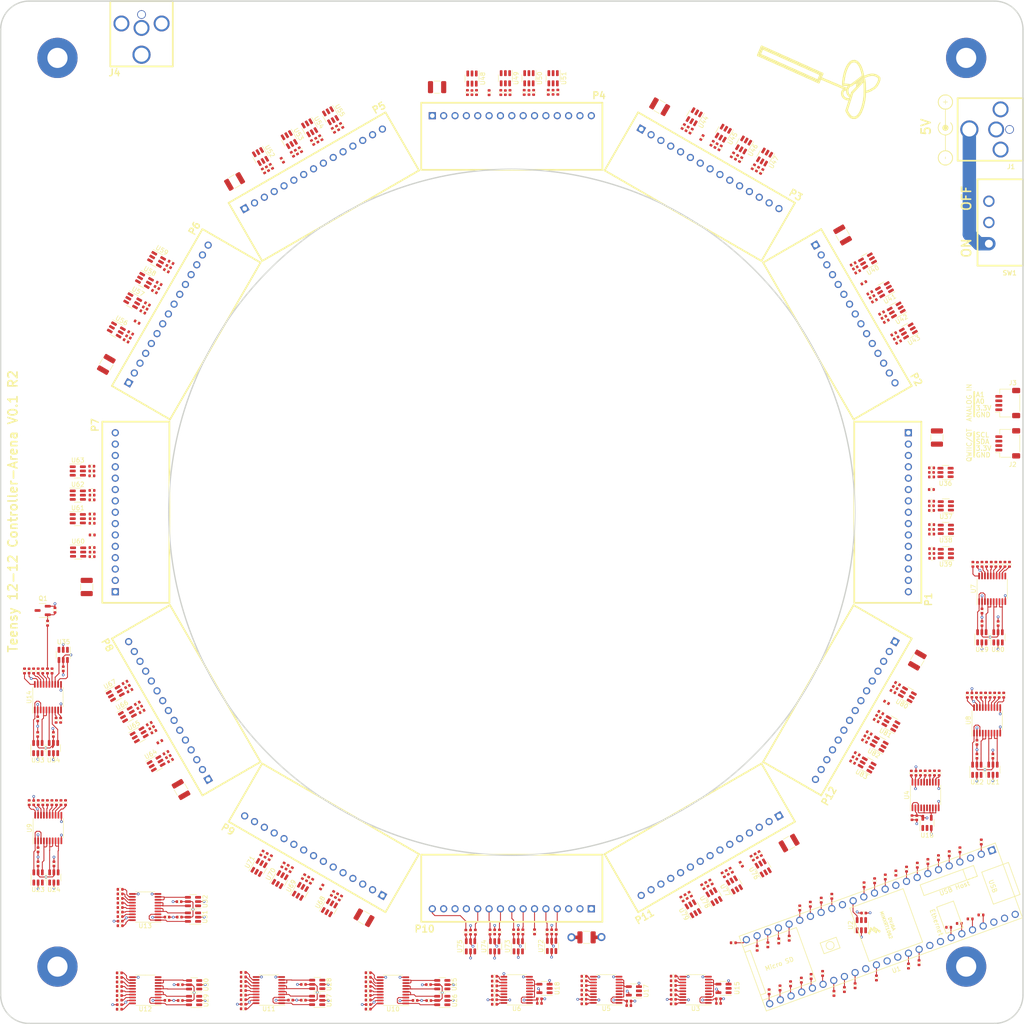
<source format=kicad_pcb>
(kicad_pcb (version 20240108) (generator "pcbnew") (generator_version "8.0")
  (layers (0 "F.Cu" signal) (1 "In1.Cu" power) (2 "In2.Cu" power) (3 "In3.Cu" power) (4 "In4.Cu" power) (31 "B.Cu" signal) (34 "B.Paste" user) (35 "F.Paste" user) (36 "B.SilkS" user "B.Silkscreen") (37 "F.SilkS" user "F.Silkscreen") (38 "B.Mask" user) (39 "F.Mask" user) (44 "Edge.Cuts" user))
  (net 0 "")
  (net 1 "+3.3V")
  (net 2 "+5V")
  (net 3 "/Panel Headers/HDR_CS_04_P1")
  (net 4 "/Power/SW_5V")
  (net 5 "/Teensy/SDA")
  (net 8 "/Teensy/SCL")
  (net 9 "/Teensy/A0")
  (net 11 "/Teensy/A1")
  (net 12 "/Panel Headers/HDR_SCK_0_P1")
  (net 13 "/Panel Headers/HDR_CS_03_P1")
  (net 14 "/Panel Headers/HDR_EXT_INT_P1")
  (net 15 "/Panel Headers/HDR_CS_00_P1")
  (net 16 "/Level Shifters/PAN5V.MISO_0")
  (net 17 "/Panel Headers/HDR_RESET")
  (net 18 "/Panel Headers/HDR_CS_02_P1")
  (net 19 "/Panel Headers/HDR_CS_01_P1")
  (net 20 "/Panel Headers/HDR_MOSI_0_P1")
  (net 21 "/Panel Headers/HDR_EXT_INT_P2")
  (net 22 "/Level Shifters/PAN5V.EXT_INT")
  (net 23 "GND")
  (net 27 "/Panel Headers/HDR_CS_09_P2")
  (net 28 "/Panel Headers/HDR_SCK_0_P2")
  (net 29 "/Panel Headers/HDR_CS_08_P2")
  (net 30 "/Panel Headers/HDR_CS_05_P2")
  (net 43 "/Panel Headers/HDR_MOSI_0_P2")
  (net 44 "/Panel Headers/HDR_CS_07_P2")
  (net 45 "/Panel Headers/HDR_CS_06_P2")
  (net 46 "/Panel Headers/HDR_SCK_0_P3")
  (net 47 "/Panel Headers/HDR_CS_11_P3")
  (net 48 "/Panel Headers/HDR_CS_10_P3")
  (net 49 "/Panel Headers/HDR_MOSI_0_P3")
  (net 50 "/Panel Headers/HDR_EXT_INT_P3")
  (net 51 "/Panel Headers/HDR_CS_13_P3")
  (net 52 "/Panel Headers/HDR_CS_14_P3")
  (net 53 "/Panel Headers/HDR_CS_12_P3")
  (net 54 "/Panel Headers/HDR_CS_19_P4")
  (net 55 "/Panel Headers/HDR_CS_15_P4")
  (net 56 "/Panel Headers/HDR_SCK_0_P4")
  (net 57 "/Panel Headers/HDR_CS_17_P4")
  (net 58 "/Panel Headers/HDR_CS_18_P4")
  (net 59 "/Panel Headers/HDR_MOSI_0_P4")
  (net 60 "/Panel Headers/HDR_EXT_INT_P4")
  (net 61 "/Panel Headers/HDR_CS_16_P4")
  (net 62 "/Panel Headers/HDR_MOSI_0_P5")
  (net 63 "/Panel Headers/HDR_CS_21_P5")
  (net 64 "/Level Shifters/PAN5V.MISO_1")
  (net 83 "/Level Shifters/PAN5V.RESET")
  (net 84 "/Level Shifters/PAN3V.RESET")
  (net 85 "/Level Shifters/PAN3V.SCK_0")
  (net 86 "/Level Shifters/PAN3V.MOSI_0")
  (net 87 "/Level Shifters/PAN3V.MISO_0")
  (net 88 "/Level Shifters/PAN3V.SCK_1")
  (net 89 "/Level Shifters/PAN3V.MOSI_1")
  (net 90 "/Level Shifters/PAN3V.MISO_1")
  (net 91 "/Level Shifters/PAN3V.CS_00")
  (net 92 "/Level Shifters/PAN3V.CS_01")
  (net 93 "/Level Shifters/PAN3V.CS_02")
  (net 94 "/Level Shifters/PAN3V.CS_03")
  (net 95 "/Level Shifters/PAN3V.CS_04")
  (net 96 "/Level Shifters/PAN3V.CS_05")
  (net 97 "/Level Shifters/PAN3V.CS_06")
  (net 98 "/Level Shifters/PAN3V.CS_07")
  (net 99 "/Panel Headers/HDR_EXT_INT_P5")
  (net 100 "/Level Shifters/PAN3V.CS_08")
  (net 101 "/Level Shifters/PAN3V.CS_09")
  (net 102 "/Level Shifters/PAN3V.CS_10")
  (net 103 "/Level Shifters/PAN3V.CS_11")
  (net 104 "/Level Shifters/PAN3V.CS_12")
  (net 105 "/Level Shifters/PAN3V.CS_13")
  (net 106 "/Level Shifters/PAN3V.CS_14")
  (net 107 "/Level Shifters/PAN3V.CS_15")
  (net 108 "/Level Shifters/PAN3V.CS_16")
  (net 109 "/Level Shifters/PAN3V.CS_17")
  (net 110 "/Level Shifters/PAN3V.CS_18")
  (net 111 "/Level Shifters/PAN3V.CS_19")
  (net 112 "/Level Shifters/PAN3V.CS_20")
  (net 113 "/Level Shifters/PAN3V.CS_21")
  (net 114 "/Level Shifters/PAN3V.CS_22")
  (net 115 "/Level Shifters/PAN3V.CS_23")
  (net 116 "/Level Shifters/PAN3V.CS_24")
  (net 117 "/Level Shifters/PAN3V.CS_25")
  (net 118 "/Level Shifters/PAN3V.CS_26")
  (net 119 "/Level Shifters/PAN3V.CS_27")
  (net 120 "/Level Shifters/PAN3V.CS_28")
  (net 121 "/Level Shifters/PAN3V.CS_29")
  (net 122 "/Level Shifters/PAN3V.EXT_INT")
  (net 123 "/Panel Headers/HDR_CS_24_P5")
  (net 124 "/Panel Headers/HDR_SCK_0_P5")
  (net 125 "/Panel Headers/HDR_CS_22_P5")
  (net 126 "/Panel Headers/HDR_CS_23_P5")
  (net 127 "/Panel Headers/HDR_CS_20_P5")
  (net 128 "/Panel Headers/HDR_MOSI_0_P6")
  (net 129 "/Panel Headers/HDR_CS_28_P6")
  (net 130 "/Panel Headers/HDR_SCK_0_P6")
  (net 131 "/Panel Headers/HDR_CS_27_P6")
  (net 132 "/Panel Headers/HDR_CS_25_P6")
  (net 133 "/Panel Headers/HDR_CS_26_P6")
  (net 134 "/Panel Headers/HDR_EXT_INT_P6")
  (net 135 "/Panel Headers/HDR_CS_29_P6")
  (net 136 "/Panel Headers/HDR_EXT_INT_P7")
  (net 137 "/Panel Headers/HDR_CS_00_P7")
  (net 138 "/Panel Headers/HDR_SCK_1_P7")
  (net 139 "/Panel Headers/HDR_CS_01_P7")
  (net 140 "/Panel Headers/HDR_CS_04_P7")
  (net 141 "/Panel Headers/HDR_CS_03_P7")
  (net 142 "/Panel Headers/HDR_CS_02_P7")
  (net 143 "/Panel Headers/HDR_MOSI_1_P7")
  (net 144 "/Panel Headers/HDR_EXT_INT_P8")
  (net 145 "/Panel Headers/HDR_CS_06_P8")
  (net 146 "/Panel Headers/HDR_SCK_1_P8")
  (net 147 "/Panel Headers/HDR_CS_08_P8")
  (net 148 "/Panel Headers/HDR_CS_05_P8")
  (net 149 "/Panel Headers/HDR_CS_07_P8")
  (net 150 "/Panel Headers/HDR_MOSI_1_P8")
  (net 151 "/Panel Headers/HDR_CS_09_P8")
  (net 152 "/Panel Headers/HDR_EXT_INT_P9")
  (net 153 "/Panel Headers/HDR_SCK_1_P9")
  (net 154 "/Panel Headers/HDR_CS_12_P9")
  (net 155 "/Panel Headers/HDR_MOSI_1_P9")
  (net 156 "/Panel Headers/HDR_CS_10_P9")
  (net 157 "/Panel Headers/HDR_CS_13_P9")
  (net 158 "/Panel Headers/HDR_CS_14_P9")
  (net 159 "/Panel Headers/HDR_CS_11_P9")
  (net 160 "/Panel Headers/HDR_CS_19_P10")
  (net 161 "/Panel Headers/HDR_CS_17_P10")
  (net 162 "/Panel Headers/HDR_CS_15_P10")
  (net 163 "/Panel Headers/HDR_EXT_INT_P10")
  (net 164 "/Panel Headers/HDR_MOSI_1_P10")
  (net 165 "/Panel Headers/HDR_CS_16_P10")
  (net 166 "/Panel Headers/HDR_SCK_1_P10")
  (net 167 "/Panel Headers/HDR_CS_18_P10")
  (net 168 "/Panel Headers/HDR_CS_23_P11")
  (net 169 "/Panel Headers/HDR_CS_20_P11")
  (net 170 "/Panel Headers/HDR_SCK_1_P11")
  (net 171 "/Panel Headers/HDR_CS_22_P11")
  (net 172 "/Panel Headers/HDR_CS_24_P11")
  (net 173 "/Panel Headers/HDR_CS_21_P11")
  (net 174 "/Panel Headers/HDR_MOSI_1_P11")
  (net 175 "/Panel Headers/HDR_EXT_INT_P11")
  (net 176 "/Panel Headers/HDR_MOSI_1_P12")
  (net 177 "/Panel Headers/HDR_CS_27_P12")
  (net 178 "/Panel Headers/HDR_SCK_1_P12")
  (net 179 "/Panel Headers/HDR_CS_29_P12")
  (net 180 "/Panel Headers/HDR_CS_26_P12")
  (net 181 "/Panel Headers/HDR_CS_28_P12")
  (net 182 "/Panel Headers/HDR_EXT_INT_P12")
  (net 183 "/Panel Headers/HDR_CS_25_P12")
  (net 184 "Net-(Q1-G)")
  (net 185 "/Teensy/TNY_RESET")
  (net 186 "/Teensy/TNY_SCK_0")
  (net 187 "/Teensy/TNY_MOSI_0")
  (net 188 "/Teensy/TNY_SCK_1")
  (net 189 "/Teensy/TNY_MOSI_1")
  (net 190 "/Teensy/TNY_CS_00")
  (net 191 "/Teensy/TNY_CS_01")
  (net 192 "/Teensy/TNY_CS_02")
  (net 193 "/Teensy/TNY_CS_03")
  (net 194 "/Teensy/TNY_CS_04")
  (net 195 "/Teensy/TNY_CS_05")
  (net 196 "/Teensy/TNY_CS_06")
  (net 197 "/Teensy/TNY_CS_07")
  (net 198 "/Teensy/TNY_CS_08")
  (net 199 "/Teensy/TNY_CS_09")
  (net 200 "/Teensy/TNY_CS_10")
  (net 201 "/Teensy/TNY_CS_11")
  (net 202 "/Teensy/TNY_CS_12")
  (net 203 "/Teensy/TNY_CS_13")
  (net 204 "/Teensy/TNY_CS_14")
  (net 205 "/Teensy/TNY_CS_15")
  (net 206 "/Teensy/TNY_CS_16")
  (net 207 "/Teensy/TNY_CS_17")
  (net 208 "/Teensy/TNY_CS_18")
  (net 209 "/Teensy/TNY_CS_19")
  (net 210 "/Teensy/TNY_CS_20")
  (net 211 "/Teensy/TNY_CS_21")
  (net 212 "/Teensy/TNY_CS_22")
  (net 213 "/Teensy/TNY_CS_23")
  (net 214 "/Teensy/TNY_CS_24")
  (net 215 "/Teensy/TNY_CS_25")
  (net 216 "/Teensy/TNY_CS_26")
  (net 217 "/Teensy/TNY_CS_27")
  (net 218 "/Teensy/TNY_CS_28")
  (net 219 "/Teensy/TNY_CS_29")
  (net 220 "/Teensy/TNY_EXT_INT")
  (net 221 "Net-(U3-B1)")
  (net 222 "/Level Shifters/PAN5V.SCK_0_P1")
  (net 223 "/Level Shifters/PAN5V.SCK_0_P2")
  (net 224 "Net-(U3-B2)")
  (net 225 "Net-(U3-B4)")
  (net 226 "/Level Shifters/PAN5V.SCK_0_P3")
  (net 227 "Net-(U3-B6)")
  (net 228 "/Level Shifters/PAN5V.SCK_0_P4")
  (net 229 "Net-(U3-B7)")
  (net 230 "/Level Shifters/PAN5V.SCK_0_P5")
  (net 231 "Net-(U3-B8)")
  (net 232 "/Level Shifters/PAN5V.SCK_0_P6")
  (net 233 "/Level Shifters/PAN5V.MOSI_0_P1")
  (net 234 "Net-(U4-B1)")
  (net 235 "Net-(U4-B2)")
  (net 236 "/Level Shifters/PAN5V.MOSI_0_P2")
  (net 237 "Net-(U4-B4)")
  (net 238 "/Level Shifters/PAN5V.MOSI_0_P3")
  (net 239 "/Level Shifters/PAN5V.MOSI_0_P4")
  (net 240 "Net-(U4-B6)")
  (net 241 "Net-(U4-B7)")
  (net 242 "/Level Shifters/PAN5V.MOSI_0_P5")
  (net 243 "/Level Shifters/PAN5V.MOSI_0_P6")
  (net 244 "Net-(U4-B8)")
  (net 245 "/Level Shifters/PAN5V.SCK_1_P7")
  (net 246 "Net-(U5-B1)")
  (net 247 "/Level Shifters/PAN5V.SCK_1_P8")
  (net 248 "Net-(U5-B2)")
  (net 249 "Net-(U5-B4)")
  (net 250 "/Level Shifters/PAN5V.SCK_1_P9")
  (net 251 "/Level Shifters/PAN5V.SCK_1_P10")
  (net 252 "Net-(U5-B6)")
  (net 253 "/Level Shifters/PAN5V.SCK_1_P11")
  (net 254 "Net-(U5-B7)")
  (net 255 "/Level Shifters/PAN5V.SCK_1_P12")
  (net 256 "Net-(U5-B8)")
  (net 257 "/Level Shifters/PAN5V.MOSI_1_P7")
  (net 258 "Net-(U6-B1)")
  (net 259 "/Level Shifters/PAN5V.MOSI_1_P8")
  (net 260 "Net-(U6-B2)")
  (net 261 "/Level Shifters/PAN5V.MOSI_1_P9")
  (net 262 "Net-(U6-B4)")
  (net 263 "/Level Shifters/PAN5V.MOSI_1_P10")
  (net 264 "Net-(U6-B6)")
  (net 265 "/Level Shifters/PAN5V.MOSI_1_P11")
  (net 266 "Net-(U6-B7)")
  (net 267 "Net-(U6-B8)")
  (net 268 "/Level Shifters/PAN5V.MOSI_1_P12")
  (net 269 "Net-(U7-B2)")
  (net 270 "/Level Shifters/PAN5V.CS_00_P7")
  (net 271 "/Level Shifters/PAN5V.CS_01_P1")
  (net 272 "Net-(U7-B3)")
  (net 273 "/Level Shifters/PAN5V.CS_01_P7")
  (net 274 "Net-(U7-B4)")
  (net 275 "/Level Shifters/PAN5V.CS_02_P1")
  (net 276 "Net-(U7-B5)")
  (net 277 "Net-(U7-B6)")
  (net 278 "/Level Shifters/PAN5V.CS_02_P7")
  (net 279 "Net-(U7-B7)")
  (net 280 "/Level Shifters/PAN5V.CS_03_P1")
  (net 281 "Net-(U7-B1)")
  (net 282 "/Level Shifters/PAN5V.CS_00_P1")
  (net 283 "Net-(U7-B8)")
  (net 284 "/Level Shifters/PAN5V.CS_03_P7")
  (net 285 "/Level Shifters/PAN5V.CS_04_P1")
  (net 286 "Net-(U8-B1)")
  (net 287 "Net-(U8-B2)")
  (net 288 "/Level Shifters/PAN5V.CS_04_P7")
  (net 289 "Net-(U8-B3)")
  (net 290 "/Level Shifters/PAN5V.CS_05_P2")
  (net 291 "/Level Shifters/PAN5V.CS_05_P8")
  (net 292 "Net-(U8-B4)")
  (net 293 "/Level Shifters/PAN5V.CS_06_P2")
  (net 294 "Net-(U8-B5)")
  (net 295 "Net-(U8-B6)")
  (net 296 "/Level Shifters/PAN5V.CS_06_P8")
  (net 297 "Net-(U8-B7)")
  (net 298 "/Level Shifters/PAN5V.CS_07_P2")
  (net 299 "Net-(U8-B8)")
  (net 300 "/Level Shifters/PAN5V.CS_07_P8")
  (net 301 "/Level Shifters/PAN5V.CS_08_P2")
  (net 302 "Net-(U9-B1)")
  (net 303 "/Level Shifters/PAN5V.CS_08_P8")
  (net 304 "Net-(U9-B2)")
  (net 305 "Net-(U9-B3)")
  (net 306 "/Level Shifters/PAN5V.CS_09_P2")
  (net 307 "/Level Shifters/PAN5V.CS_09_P8")
  (net 308 "Net-(U9-B4)")
  (net 309 "Net-(U9-B5)")
  (net 310 "/Level Shifters/PAN5V.CS_10_P3")
  (net 311 "Net-(U9-B6)")
  (net 312 "/Level Shifters/PAN5V.CS_10_P9")
  (net 313 "Net-(U9-B7)")
  (net 314 "/Level Shifters/PAN5V.CS_11_P3")
  (net 315 "/Level Shifters/PAN5V.CS_11_P9")
  (net 316 "Net-(U9-B8)")
  (net 317 "Net-(U10-B1)")
  (net 318 "/Level Shifters/PAN5V.CS_12_P3")
  (net 319 "Net-(U10-B2)")
  (net 320 "/Level Shifters/PAN5V.CS_12_P9")
  (net 321 "/Level Shifters/PAN5V.CS_13_P3")
  (net 322 "Net-(U10-B3)")
  (net 323 "Net-(U10-B4)")
  (net 324 "/Level Shifters/PAN5V.CS_13_P9")
  (net 325 "/Level Shifters/PAN5V.CS_14_P3")
  (net 326 "Net-(U10-B5)")
  (net 327 "/Level Shifters/PAN5V.CS_14_P9")
  (net 328 "Net-(U10-B6)")
  (net 329 "/Level Shifters/PAN5V.CS_15_P4")
  (net 330 "Net-(U10-B7)")
  (net 331 "Net-(U10-B8)")
  (net 332 "/Level Shifters/PAN5V.CS_15_P10")
  (net 333 "Net-(U11-B1)")
  (net 334 "/Level Shifters/PAN5V.CS_16_P4")
  (net 335 "Net-(U11-B2)")
  (net 336 "/Level Shifters/PAN5V.CS_16_P10")
  (net 337 "Net-(U11-B3)")
  (net 338 "/Level Shifters/PAN5V.CS_17_P4")
  (net 339 "/Level Shifters/PAN5V.CS_17_P10")
  (net 340 "Net-(U11-B4)")
  (net 341 "/Level Shifters/PAN5V.CS_18_P4")
  (net 342 "Net-(U11-B5)")
  (net 343 "/Level Shifters/PAN5V.CS_18_P10")
  (net 344 "Net-(U11-B6)")
  (net 345 "/Level Shifters/PAN5V.CS_19_P4")
  (net 346 "Net-(U11-B7)")
  (net 347 "Net-(U11-B8)")
  (net 348 "/Level Shifters/PAN5V.CS_19_P10")
  (net 349 "Net-(U12-B1)")
  (net 350 "/Level Shifters/PAN5V.CS_20_P5")
  (net 351 "/Level Shifters/PAN5V.CS_20_P11")
  (net 352 "Net-(U12-B2)")
  (net 353 "/Level Shifters/PAN5V.CS_21_P5")
  (net 354 "Net-(U12-B3)")
  (net 355 "Net-(U12-B4)")
  (net 356 "/Level Shifters/PAN5V.CS_21_P11")
  (net 357 "Net-(U12-B5)")
  (net 358 "/Level Shifters/PAN5V.CS_22_P5")
  (net 359 "Net-(U12-B6)")
  (net 360 "/Level Shifters/PAN5V.CS_22_P11")
  (net 361 "Net-(U12-B7)")
  (net 362 "/Level Shifters/PAN5V.CS_23_P5")
  (net 363 "/Level Shifters/PAN5V.CS_23_P11")
  (net 364 "Net-(U12-B8)")
  (net 365 "/Level Shifters/PAN5V.CS_24_P5")
  (net 366 "Net-(U13-B1)")
  (net 367 "Net-(U13-B2)")
  (net 368 "/Level Shifters/PAN5V.CS_24_P11")
  (net 369 "Net-(U13-B3)")
  (net 370 "/Level Shifters/PAN5V.CS_25_P6")
  (net 371 "/Level Shifters/PAN5V.CS_25_P12")
  (net 372 "Net-(U13-B4)")
  (net 373 "Net-(U13-B5)")
  (net 374 "/Level Shifters/PAN5V.CS_26_P6")
  (net 375 "/Level Shifters/PAN5V.CS_26_P12")
  (net 376 "Net-(U13-B6)")
  (net 377 "/Level Shifters/PAN5V.CS_27_P6")
  (net 378 "Net-(U13-B7)")
  (net 379 "/Level Shifters/PAN5V.CS_27_P12")
  (net 380 "Net-(U13-B8)")
  (net 381 "/Level Shifters/PAN5V.CS_28_P6")
  (net 382 "Net-(U14-B1)")
  (net 383 "/Level Shifters/PAN5V.CS_28_P12")
  (net 384 "Net-(U14-B2)")
  (net 385 "Net-(U14-B3)")
  (net 386 "/Level Shifters/PAN5V.CS_29_P6")
  (net 387 "Net-(U14-B4)")
  (net 388 "/Level Shifters/PAN5V.CS_29_P12")
  (net 389 "Net-(U14-B5)")
  (net 390 "Net-(U14-B6)")
  (net 391 "Net-(U14-A7)")
  (net 392 "Net-(U14-A8)")
  (net 393 "Net-(R127-Pad2)")
  (net 394 "Net-(R128-Pad2)")
  (net 395 "Net-(R129-Pad2)")
  (net 396 "Net-(R130-Pad2)")
  (net 397 "Net-(R131-Pad2)")
  (net 398 "Net-(R132-Pad2)")
  (net 399 "Net-(R133-Pad2)")
  (net 400 "Net-(R134-Pad2)")
  (net 401 "Net-(R135-Pad2)")
  (net 402 "Net-(R136-Pad2)")
  (net 403 "Net-(R137-Pad2)")
  (net 404 "Net-(R138-Pad2)")
  (net 405 "Net-(R139-Pad2)")
  (net 406 "Net-(R140-Pad2)")
  (net 407 "Net-(R141-Pad2)")
  (net 408 "Net-(R142-Pad2)")
  (net 409 "Net-(R143-Pad2)")
  (net 410 "Net-(R144-Pad2)")
  (net 411 "Net-(R145-Pad2)")
  (net 412 "Net-(R146-Pad2)")
  (net 413 "Net-(R147-Pad2)")
  (net 414 "Net-(R148-Pad2)")
  (net 415 "Net-(R149-Pad2)")
  (net 416 "Net-(R150-Pad2)")
  (net 417 "Net-(R151-Pad2)")
  (net 418 "Net-(R152-Pad2)")
  (net 419 "Net-(R153-Pad2)")
  (net 420 "Net-(R154-Pad2)")
  (net 421 "Net-(R155-Pad2)")
  (net 422 "Net-(R156-Pad2)")
  (net 423 "Net-(R157-Pad2)")
  (net 424 "Net-(R158-Pad2)")
  (net 425 "Net-(R159-Pad2)")
  (net 426 "Net-(R160-Pad2)")
  (net 427 "Net-(R161-Pad2)")
  (net 428 "Net-(R162-Pad2)")
  (net 429 "Net-(R163-Pad2)")
  (net 430 "Net-(R164-Pad2)")
  (net 431 "Net-(R165-Pad2)")
  (net 432 "Net-(R166-Pad2)")
  (net 433 "Net-(R167-Pad2)")
  (net 434 "Net-(R168-Pad2)")
  (net 435 "Net-(R169-Pad2)")
  (net 436 "Net-(R170-Pad2)")
  (net 437 "Net-(R171-Pad2)")
  (net 438 "Net-(R172-Pad2)")
  (net 439 "Net-(R173-Pad2)")
  (net 440 "Net-(R174-Pad2)")
  (net 441 "Net-(R175-Pad2)")
  (net 442 "Net-(R176-Pad2)")
  (net 443 "Net-(R177-Pad2)")
  (net 444 "Net-(R178-Pad2)")
  (net 445 "Net-(R179-Pad2)")
  (net 446 "Net-(R180-Pad2)")
  (net 447 "Net-(R181-Pad2)")
  (net 448 "Net-(R182-Pad2)")
  (net 449 "Net-(R183-Pad2)")
  (net 450 "Net-(R184-Pad2)")
  (net 451 "Net-(R185-Pad2)")
  (net 452 "Net-(R186-Pad2)")
  (net 453 "Net-(R187-Pad2)")
  (net 454 "Net-(R188-Pad2)")
  (net 455 "Net-(R189-Pad2)")
  (net 456 "Net-(R190-Pad2)")
  (net 457 "Net-(R191-Pad2)")
  (net 458 "Net-(R192-Pad2)")
  (net 459 "Net-(R193-Pad2)")
  (net 460 "Net-(R194-Pad2)")
  (net 461 "Net-(R195-Pad2)")
  (net 462 "Net-(R196-Pad2)")
  (net 463 "Net-(R197-Pad2)")
  (net 464 "Net-(R198-Pad2)")
  (net 465 "Net-(R199-Pad2)")
  (net 466 "Net-(R200-Pad2)")
  (net 467 "Net-(R201-Pad2)")
  (net 468 "Net-(R202-Pad2)")
  (net 469 "Net-(R203-Pad2)")
  (net 470 "Net-(R204-Pad2)")
  (net 471 "Net-(R205-Pad2)")
  (net 472 "Net-(R206-Pad2)")
  (net 473 "Net-(R207-Pad2)")
  (net 474 "Net-(R208-Pad2)")
  (net 475 "Net-(R209-Pad2)")
  (net 476 "Net-(R210-Pad2)")
  (net 477 "Net-(R211-Pad2)")
  (net 478 "Net-(R212-Pad2)")
  (net 479 "Net-(R213-Pad2)")
  (net 480 "Net-(R214-Pad2)")
  (net 481 "Net-(R215-Pad2)")
  (net 482 "Net-(R216-Pad2)")
  (net 483 "Net-(R217-Pad2)")
  (net 484 "Net-(R218-Pad2)")
  (net 485 "Net-(R219-Pad2)")
  (net 486 "Net-(R220-Pad2)")
  (net 487 "Net-(R221-Pad2)")
  (net 488 "Net-(R222-Pad2)")
  (net 489 "/Teensy/TNY_MISO_0")
  (net 490 "/Teensy/TNY_MISO_1")
  (net 493 "Net-(U3-A1)")
  (net 498 "Net-(U4-A1)")
  (net 502 "Net-(U5-A1)")
  (net 507 "Net-(U6-A1)")
  (net 512 "Net-(U7-A7)")
  (net 513 "Net-(U7-A3)")
  (net 514 "Net-(U7-A1)")
  (net 515 "Net-(U7-A5)")
  (net 516 "Net-(U8-A1)")
  (net 517 "Net-(U8-A3)")
  (net 518 "Net-(U8-A7)")
  (net 519 "Net-(U8-A5)")
  (net 520 "Net-(U9-A7)")
  (net 521 "Net-(U9-A3)")
  (net 522 "Net-(U9-A1)")
  (net 523 "Net-(U9-A5)")
  (net 524 "Net-(U10-A1)")
  (net 525 "Net-(U10-A7)")
  (net 526 "Net-(U10-A5)")
  (net 527 "Net-(U10-A3)")
  (net 528 "Net-(U11-A3)")
  (net 529 "Net-(U11-A7)")
  (net 530 "Net-(U11-A5)")
  (net 531 "Net-(U11-A1)")
  (net 532 "Net-(U12-A3)")
  (net 533 "Net-(U12-A5)")
  (net 534 "Net-(U12-A1)")
  (net 535 "Net-(U12-A7)")
  (net 536 "Net-(U13-A1)")
  (net 537 "Net-(U13-A7)")
  (net 538 "Net-(U13-A5)")
  (net 539 "Net-(U13-A3)")
  (net 540 "Net-(U14-A1)")
  (net 541 "Net-(U14-B7)")
  (net 542 "Net-(U14-A5)")
  (net 543 "Net-(U14-A3)")
  (net 544 "Net-(U14-B8)")
  (net 545 "Net-(U14-A6)")
  (net 550 "/Panel Headers/HDR_MISO_0_P1")
  (net 551 "/Panel Headers/HDR_MISO_0_P2")
  (net 552 "/Panel Headers/HDR_MISO_0_P3")
  (net 553 "/Panel Headers/HDR_MISO_0_P4")
  (net 554 "/Panel Headers/HDR_MISO_0_P5")
  (net 555 "/Panel Headers/HDR_MISO_0_P6")
  (net 556 "/Panel Headers/HDR_MISO_1_P7")
  (net 557 "/Panel Headers/HDR_MISO_1_P8")
  (net 558 "/Panel Headers/HDR_MISO_1_P9")
  (net 559 "/Panel Headers/HDR_MISO_1_P10")
  (net 560 "/Panel Headers/HDR_MISO_1_P11")
  (net 561 "/Panel Headers/HDR_MISO_1_P12")
  (footprint "Resistor_SMD:R_0402_1005Metric" (layer "F.Cu") (at 264.050052 216.134471 -30)
    (property "Reference" "R215" (hide yes))
    (property "Value" "68" (hide yes))
  )
  (footprint "Resistor_SMD:R_0402_1005Metric" (layer "F.Cu") (at 173.9184 281.575)
    (property "Reference" "R62" (hide yes))
    (property "Value" "68" (hide yes))
  )
  (footprint "Resistor_SMD:R_0402_1005Metric" (layer "F.Cu") (at 271.272 236.1184 -90)
    (property "Reference" "R48" (hide yes))
    (property "Value" "68" (hide yes))
  )
  (footprint "Capacitor_SMD:C_0402_1005Metric" (layer "F.Cu") (at 282.9356 202.675 90)
    (property "Reference" "C30" (hide yes))
    (property "Value" "0.1uF" (hide yes))
  )
  (footprint "Package_TO_SOT_SMD:SOT-23-6" (layer "F.Cu") (at 274.7827 168.8998 180)
    (property "Reference" "U36")
    (property "Value" "74LVC2G17" (hide yes))
  )
  (footprint "Resistor_SMD:R_0402_1005Metric" (layer "F.Cu") (at 284.7488 218.6929 -90)
    (property "Reference" "R75" (hide yes))
    (property "Value" "68" (hide yes))
  )
  (footprint "Package_TO_SOT_SMD:SOT-23-6" (layer "F.Cu") (at 80.817299 186.7002)
    (property "Reference" "U60")
    (property "Value" "74LVC2G17" (hide yes))
  )
  (footprint "Resistor_SMD:R_0402_1005Metric" (layer "F.Cu") (at 180.2638 271.655 -90)
    (property "Reference" "R201" (hide yes))
    (property "Value" "68" (hide yes))
  )
  (footprint "Resistor_SMD:R_0402_1005Metric" (layer "F.Cu") (at 100.55189 123.786048 150)
    (property "Reference" "R173" (hide yes))
    (property "Value" "68" (hide yes))
  )
  (footprint "Package_TO_SOT_SMD:SOT-23-3" (layer "F.Cu") (at 72.8885 199.767 180)
    (property "Reference" "Q1")
    (property "Value" "MOSFET_NCHAN" (hide yes))
  )
  (footprint "Capacitor_SMD:C_0402_1005Metric" (layer "F.Cu") (at 92.07346 138.600376 -30)
    (property "Reference" "C67" (hide yes))
    (property "Value" "0.1uF" (hide yes))
  )
  (footprint "Resistor_SMD:R_0402_1005Metric" (layer "F.Cu") (at 83.944999 180.2638 180)
    (property "Reference" "R177" (hide yes))
    (property "Value" "68" (hide yes))
  )
  (footprint "Resistor_SMD:R_0402_1005Metric" (layer "F.Cu") (at 254.003306 233.674403 -30)
    (property "Reference" "R222" (hide yes))
    (property "Value" "68" (hide yes))
  )
  (footprint "Capacitor_SMD:C_0402_1005Metric" (layer "F.Cu") (at 98.432901 127.548645 -30)
    (property "Reference" "C69" (hide yes))
    (property "Value" "0.1uF" (hide yes))
  )
  (footprint "Package_TO_SOT_SMD:SOT-23-6" (layer "F.Cu") (at 71.8108 230.5346 90)
    (property "Reference" "U33")
    (property "Value" "74LVC2G17" (hide yes))
  )
  (footprint "Resistor_SMD:R_0402_1005Metric" (layer "F.Cu") (at 215.856797 264.290306 -60)
    (property "Reference" "R214" (hide yes))
    (property "Value" "68" (hide yes))
  )
  (footprint "Package_TO_SOT_SMD:SOT-23-6" (layer "F.Cu") (at 225.080966 93.031764 -120)
    (property "Reference" "U45")
    (property "Value" "74LVC2G17" (hide yes))
  )
  (footprint "Package_TO_SOT_SMD:SOT-23-6" (layer "F.Cu") (at 286.5272 205.7709 90)
    (property "Reference" "U20")
    (property "Value" "74LVC2G17" (hide yes))
  )
  (footprint "Capacitor_SMD:C_0402_1005Metric" (layer "F.Cu") (at 271.6342 176.3522 180)
    (property "Reference" "C48" (hide yes))
    (property "Value" "0.1uF" (hide yes))
  )
  (footprint "Package_TO_SOT_SMD:SOT-23-6" (layer "F.Cu") (at 134.2953 283.3776 180)
    (property "Reference" "U28")
    (property "Value" "74LVC2G17" (hide yes))
  )
  (footprint "Capacitor_SMD:C_0402_1005Metric" (layer "F.Cu") (at 263.526539 216.999623 150)
    (property "Reference" "C91" (hide yes))
    (property "Value" "0.1uF" (hide yes))
  )
  (footprint "Resistor_SMD:R_0402_1005Metric" (layer "F.Cu") (at 227.137878 97.881487 60)
    (property "Reference" "R147" (hide yes))
    (property "Value" "68" (hide yes))
  )
  (footprint "Resistor_SMD:R_0402_1005Metric" (layer "F.Cu") (at 275.6154 254.1504 90)
    (property "Reference" "R10" (hide yes))
    (property "Value" "68" (hide yes))
  )
  (footprint "Capacitor_SMD:C_0402_1005Metric" (layer "F.Cu") (at 268.1732 236.1458 90)
    (property "Reference" "C5" (hide yes))
    (property "Value" "0.1uF" (hide yes))
  )
  (footprint "Resistor_SMD:R_0402_1005Metric" (layer "F.Cu") (at 220.516767 261.541212 -60)
    (property "Reference" "R212" (hide yes))
    (property "Value" "68" (hide yes))
  )
  (footprint "Resistor_SMD:R_0402_1005Metric" (layer "F.Cu") (at 175.0314 271.6804 -90)
    (property "Reference" "R203" (hide yes))
    (property "Value" "68" (hide yes))
  )
  (footprint "Package_TO_SOT_SMD:SOT-23-6" (layer "F.Cu") (at 255.971 270.1345 90)
    (property "Reference" "U2")
    (property "Value" "74LVC2G17" (hide yes))
  )
  (footprint "Capacitor_SMD:C_1210_3225Metric" (layer "F.Cu") (at 210.858729 87.1206 -30)
    (property "Reference" "C97" (hide yes))
    (property "Value" "100uF" (hide yes))
  )
  (footprint "Resistor_SMD:R_0402_1005Metric" (layer "F.Cu") (at 92.565947 137.705764 150)
    (property "Reference" "R168" (hide yes))
    (property "Value" "68" (hide yes))
  )
  (footprint "Resistor_SMD:R_0402_1005Metric" (layer "F.Cu") (at 260.487112 133.257477 30)
    (property "Reference" "R139" (hide yes))
    (property "Value" "68" (hide yes))
  )
  (footprint "Resistor_SMD:R_0402_1005Metric" (layer "F.Cu") (at 145.6806 283.8196)
    (property "Reference" "R91" (hide yes))
    (property "Value" "68" (hide yes))
  )
  (footprint "Resistor_SMD:R_0402_1005Metric" (layer "F.Cu") (at 78.0034 242.732 -90)
    (property "Reference" "R86" (hide yes))
    (property "Value" "68" (hide yes))
  )
  (footprint "MountingHole:MountingHole_4.5mm_Pad" (layer "F.Cu") (at 76.2 76.2)
    (property "Reference" "H1" (hide yes))
    (property "Value" "MountingHole_Pad" (hide yes))
  )
  (footprint "Resistor_SMD:R_0402_1005Metric" (layer "F.Cu") (at 254.123652 122.272499 30)
    (property "Reference" "R135" (hide yes))
    (property "Value" "68" (hide yes))
  )
  (footprint "Resistor_SMD:R_0402_1005Metric" (layer "F.Cu") (at 92.39849 217.691848 -150)
    (property "Reference" "R189" (hide yes))
    (property "Value" "68" (hide yes))
  )
  (footprint "Resistor_SMD:R_0402_1005Metric" (layer "F.Cu") (at 261.595353 220.313391 -30)
    (property "Reference" "R234" (hide yes))
    (property "Value" "68" (hide yes))
  )
  (footprint "Capacitor_SMD:C_0402_1005Metric" (layer "F.Cu") (at 181.6354 83.940399 -90)
    (property "Reference" "C61" (hide yes))
    (property "Value" "0.1uF" (hide yes))
  )
  (footprint "Resistor_SMD:R_0402_1005Metric" (layer "F.Cu") (at 83.894199 169.6466 180)
    (property "Reference" "R181" (hide yes))
    (property "Value" "68" (hide yes))
  )
  (footprint "arena_custom:DCJACK_2PIN_HIGHCURRENT" (layer "F.Cu") (at 95 63.5028)
    (property "Reference" "J4")
    (property "Value" "Barrel_Jack" (hide yes))
  )
  (footprint "arena_custom:HEADER_TOP" (layer "F.Cu") (at 177.799999 266.474028 180)
    (property "Reference" "P10")
    (property "Value" "CONN15" (hide yes))
  )
  (footprint "Capacitor_SMD:C_0402_1005Metric" (layer "F.Cu") (at 223.994 286.5882)
    (property "Reference" "C26" (hide yes))
    (property "Value" "0.1uF" (hide yes))
  )
  (footprint "Package_TO_SOT_SMD:SOT-23-6" (layer "F.Cu") (at 168.8998 80.817299 -90)
    (property "Reference" "U48")
    (property "Value" "74LVC2G17" (hide yes))
  )
  (footprint "Package_SO:TSSOP-20_4.4x6.5mm_P0.65mm" (layer "F.Cu") (at 95.8147 266.0806 180)
    (property "Reference" "U13")
    (property "Value" "TXB0108PW" (hide yes))
  )
  (footprint "Package_TO_SOT_SMD:SOT-23-6" (layer "F.Cu") (at 274.851928 181.6252 180)
    (property "Reference" "U38")
    (property "Value" "74LVC2G17" (hide yes))
  )
  (footprint "Package_TO_SOT_SMD:SOT-23-6" (layer "F.Cu") (at 218.332203 266.464635 120)
    (property "Reference" "U79")
    (property "Value" "74LVC2G17" (hide yes))
  )
  (footprint "Resistor_SMD:R_0402_1005Metric" (layer "F.Cu") (at 263.201509 137.908151 30)
    (property "Reference" "R141" (hide yes))
    (property "Value" "68" (hide yes))
  )
  (footprint "Capacitor_SMD:C_0402_1005Metric" (layer "F.Cu") (at 117.7882 287.8124 180)
    (property "Reference" "C19" (hide yes))
    (property "Value" "0.1uF" (hide yes))
  )
  (footprint "arena_custom:HEADER_TOP" (layer "F.Cu") (at 254.593961 222.137014 -120)
    (property "Reference" "P12")
    (property "Value" "CONN15" (hide yes))
  )
  (footprint "Resistor_SMD:R_0402_1005Metric" (layer "F.Cu") (at 167.8736 83.938027 90)
    (property "Reference" "R151" (hide yes))
    (property "Value" "68" (hide yes))
  )
  (footprint "Capacitor_SMD:C_0402_1005Metric" (layer "F.Cu") (at 131.1994 283.3928 180)
    (property "Reference" "C39" (hide yes))
    (property "Value" "0.1uF" (hide yes))
  )
  (footprint "Resistor_SMD:R_0402_1005Metric" (layer "F.Cu") (at 278.003 253.2868 90)
    (property "Reference" "R9" (hide yes))
    (property "Value" "68" (hide yes))
  )
  (footprint "Resistor_SMD:R_0402_1005Metric" (layer "F.Cu") (at 172.72 83.974399 90)
    (property "Reference" "R226" (hide yes))
    (property "Value" "68" (hide yes))
  )
  (footprint "Resistor_SMD:R_0402_1005Metric" (layer "F.Cu") (at 283.7328 218.6949 -90)
    (property "Reference" "R74" (hide yes))
    (property "Value" "68" (hide yes))
  )
  (footprint "Package_TO_SOT_SMD:SOT-23-6" (layer "F.Cu") (at 80.748071 173.9748)
    (property "Reference" "U62")
    (property "Value" "74LVC2G17" (hide yes))
  )
  (footprint "arena_custom:HEADER_TOP" (layer "F.Cu") (at 89.125971 177.8 90)
    (property "Reference" "P7")
    (property "Value" "CONN15" (hide yes))
  )
  (footprint "Resistor_SMD:R_0402_1005Metric" (layer "F.Cu") (at 288.0664 189.441 -90)
    (property "Reference" "R68" (hide yes))
    (property "Value" "68" (hide yes))
  )
  (footprint "Capacitor_SMD:C_0402_1005Metric" (layer "F.Cu") (at 103.6692 286.9854 180)
    (property "Reference" "C40" (hide yes))
    (property "Value" "0.1uF" (hide yes))
  )
  (footprint "Resistor_SMD:R_0402_1005Metric" (layer "F.Cu") (at 213.9148 281.5336)
    (property "Reference" "R44" (hide yes))
    (property "Value" "68" (hide yes))
  )
  (footprint "Capacitor_SMD:C_0402_1005Metric" (layer "F.Cu") (at 97.261098 225.970932 30)
    (property "Reference" "C76" (hide yes))
    (property "Value" "0.1uF" (hide yes))
  )
  (footprint "Capacitor_SMD:C_0402_1005Metric" (layer "F.Cu") (at 83.940399 173.9646)
    (property "Reference" "C73" (hide yes))
    (property "Value" "0.1uF" (hide yes))
  )
  (footprint "Resistor_SMD:R_0402_1005Metric" (layer "F.Cu") (at 167.513 271.7312 -90)
    (property "Reference" "R206" (hide yes))
    (property "Value" "68" (hide yes))
  )
  (footprint "Resistor_SMD:R_0402_1005Metric" (layer "F.Cu") (at 133.257477 95.112887 120)
    (property "Reference" "R163" (hide yes))
    (property "Value" "68" (hide yes))
  )
  (footprint "Resistor_SMD:R_0402_1005Metric" (layer "F.Cu") (at 135.286608 261.595353 -120)
    (property "Reference" "R231" (hide yes))
    (property "Value" "68" (hide yes))
  )
  (footprint "Resistor_SMD:R_0402_1005Metric" (layer "F.Cu") (at 282.7782 251.5342 90)
    (property "Reference" "R8" (hide yes))
    (property "Value" "68" (hide yes))
  )
  (footprint "Resistor_SMD:R_0402_1005Metric" (layer "F.Cu") (at 73.9394 242.736 -90)
    (property "Reference" "R82" (hide yes))
    (property "Value" "68" (hide yes))
  )
  (footprint "Resistor_SMD:R_0402_1005Metric" (layer "F.Cu") (at 131.224452 259.284015 -120)
    (property "Reference" "R194" (hide yes))
    (property "Value" "68" (hide yes))
  )
  (footprint "Resistor_SMD:R_0402_1005Metric" (layer "F.Cu") (at 74.9808 213.2864 -90)
    (property "Reference" "R124" (hide yes))
    (property "Value" "68" (hide yes))
  )
  (footprint "Capacitor_SMD:C_0402_1005Metric" (layer "F.Cu") (at 224.0194 287.6296)
    (property "Reference" "C2" (hide yes))
    (property "Value" "0.1uF" (hide yes))
  )
  (footprint "Resistor_SMD:R_0402_1005Metric" (layer "F.Cu") (at 289.0824 189.441 -90)
    (property "Reference" "R70" (hide yes))
    (property "Value" "68" (hide yes))
  )
  (footprint "Capacitor_SMD:C_1210_3225Metric" (layer "F.Cu") (at 161.09 82.739971)
    (property "Reference" "C98" (hide yes))
    (property "Value" "100uF" (hide yes))
  )
  (footprint "Package_TO_SOT_SMD:SOT-23-6" (layer "F.Cu") (at 274.851928 176.3624 180)
    (property "Reference" "U37")
    (property "Value" "74LVC2G17" (hide yes))
  )
  (footprint "Package_TO_SOT_SMD:SOT-23-6" (layer "F.Cu") (at 80.748071 168.5696)
    (property "Reference" "U63")
    (property "Value" "74LVC2G17" (hide yes))
  )
  (footprint "Resistor_SMD:R_0402_1005Metric" (layer "F.Cu") (at 229.112209 256.515353 -60)
    (property "Reference" "R233" (hide yes))
    (property "Value" "68" (hide yes))
  )
  (footprint "Capacitor_SMD:C_1210_3225Metric" (layer "F.Cu") (at 268.479399 210.858729 -120)
    (property "Reference" "C106" (hide yes))
    (property "Value" "100uF" (hide yes))
  )
  (footprint "Resistor_SMD:R_0402_1005Metric" (layer "F.Cu") (at 213.9188 283.6164)
    (property "Reference" "R42" (hide yes))
    (property "Value" "68" (hide yes))
  )
  (footprint "Package_TO_SOT_SMD:SOT-23-6" (layer "F.Cu") (at 176.3624 80.748071 -90)
    (property "Reference" "U49")
    (property "Value" "74LVC2G17" (hide yes))
  )
  (footprint "Package_TO_SOT_SMD:SOT-23-6" (layer "F.Cu") (at 162.2531 286.9794 180)
    (property "Reference" "U26")
    (property "Value" "74LVC2G17" (hide yes))
  )
  (footprint "Resistor_SMD:R_0402_1005Metric" (layer "F.Cu") (at 169.9056 83.938027 90)
    (property "Reference" "R152" (hide yes))
    (property "Value" "68" (hide yes))
  )
  (footprint "Capacitor_SMD:C_0402_1005Metric" (layer "F.Cu") (at 257.167098 228.051354 150)
    (property "Reference" "C93" (hide yes))
    (property "Value" "0.1uF" (hide yes))
  )
  (footprint "Package_TO_SOT_SMD:SOT-23-6" (layer "F.Cu") (at 125.961315 259.936835 60)
    (property "Reference" "U70")
    (property "Value" "74LVC2G17" (hide yes))
  )
  (footprint "Resistor_SMD:R_0402_1005Metric" (layer "F.Cu") (at 100.460347 231.567737 -150)
    (property "Reference" "R184" (hide yes))
    (property "Value" "68" (hide yes))
  )
  (footprint "Resistor_SMD:R_0402_1005Metric" (layer "F.Cu") (at 273.3548 236.1184 -90)
    (property "Reference" "R50" (hide yes))
    (property "Value" "68" (hide yes))
  )
  (footprint "arena_custom:slide_switch" (layer "F.Cu") (at 287.02 113.0027 90)
    (property "Reference" "SW1")
    (property "Value" "SW_SPDT" (hide yes))
  )
  (footprint "Package_TO_SOT_SMD:SOT-23-6" (layer "F.Cu") (at 233.999149 257.339382 120)
    (property "Reference" "U76")
    (property "Value" "74LVC2G17" (hide yes))
  )
  (footprint "Package_TO_SOT_SMD:SOT-23-6" (layer "F.Cu") (at 89.360417 137.016448 -30)
    (property "Reference" "U56")
    (property "Value" "74LVC2G17" (hide yes))
  )
  (footprint "Resistor_SMD:R_0402_1005Metric" (layer "F.Cu") (at 271.7058 185.9534)
    (property "Reference" "R133" (hide yes))
    (property "Value" "68" (hide yes))
  )
  (footprint "Package_TO_SOT_SMD:SOT-23-6" (layer "F.Cu") (at 128.029037 94.469364 -60)
    (property "Reference" "U53")
    (property "Value" "74LVC2G17" (hide yes))
  )
  (footprint "Resistor_SMD:R_0402_1005Metric" (layer "F.Cu") (at 97.881487 128.462121 150)
    (property "Reference" "R171" (hide yes))
    (property "Value" "68" (hide yes))
  )
  (footprint "Resistor_SMD:R_0402_1005Metric" (layer "F.Cu") (at 90.0374 283.852)
    (property "Reference" "R107" (hide yes))
    (property "Value" "68" (hide yes))
  )
  (footprint "Resistor_SMD:R_0402_1005Metric" (layer "F.Cu") (at 263.034052 217.894235 -30)
    (property "Reference" "R216" (hide yes))
    (property "Value" "68" (hide yes))
  )
  (footprint "Resistor_SMD:R_0402_1005Metric" (layer "F.Cu") (at 271.661972 167.8736)
    (property "Reference" "R127" (hide yes))
    (property "Value" "68" (hide yes))
  )
  (footprint "Resistor_SMD:R_0402_1005Metric" (layer "F.Cu") (at 128.738786 97.751084 120)
    (property "Reference" "R161" (hide yes))
    (property "Value" "68" (hide yes))
  )
  (footprint "Resistor_SMD:R_0402_1005Metric" (layer "F.Cu") (at 255.139652 124.032262 30)
    (property "Reference" "R136" (hide yes))
    (property "Value" "68" (hide yes))
  )
  (footprint "Package_SO:TSSOP-20_4.4x6.5mm_P0.65mm" (layer "F.Cu") (at 178.8892 284.603 180)
    (property "Reference" "U6")
    (property "Value" "TXB0108PW" (hide yes))
  )
  (footprint "Resistor_SMD:R_0402_1005Metric" (layer "F.Cu") (at 71.9074 242.736 -90)
    (property "Reference" "R80" (hide yes))
    (property "Value" "68" (hide yes))
  )
  (footprint "Resistor_SMD:R_0402_1005Metric" (layer "F.Cu") (at 133.006212 260.312715 -120)
    (property "Reference" "R193" (hide yes))
    (property "Value" "68" (hide yes))
  )
  (footprint "Capacitor_SMD:C_0402_1005Metric" (layer "F.Cu") (at 176.3522 83.965799 -90)
    (property "Reference" "C60" (hide yes))
    (property "Value" "0.1uF" (hide yes))
  )
  (footprint "Resistor_SMD:R_0402_1005Metric" (layer "F.Cu") (at 83.919599 175.0314 180)
    (property "Reference" "R179" (hide yes))
    (property "Value" "68" (hide yes))
  )
  (footprint "Resistor_SMD:R_0402_1005Metric" (layer "F.Cu") (at 213.9168 282.575)
    (property "Reference" "R43" (hide yes))
    (property "Value" "68" (hide yes))
  )
  (footprint "Package_SO:TSSOP-20_4.4x6.5mm_P0.65mm" (layer "F.Cu") (at 151.2375 284.7046 180)
    (property "Reference" "U10")
    (property "Value" "TXB0108PW" (hide yes))
  )
  (footprint "Resistor_SMD:R_0402_1005Metric" (layer "F.Cu") (at 217.894235 92.565947 60)
    (property "Reference" "R144" (hide yes))
    (property "Value" "68" (hide yes))
  )
  (footprint "Capacitor_SMD:C_0402_1005Metric" (layer "F.Cu") (at 271.7104 187.0202 180)
    (property "Reference" "C50" (hide yes))
    (property "Value" "0.1uF" (hide yes))
  )
  (footprint "Resistor_SMD:R_0402_1005Metric" (layer "F.Cu") (at 124.032262 100.460347 120)
    (property "Reference" "R160" (hide yes))
    (property "Value" "68" (hide yes))
  )
  (footprint "Resistor_SMD:R_0402_1005Metric" (layer "F.Cu") (at 99.084646 229.112209 -150)
    (property "Reference" "R230" (hide yes))
    (property "Value" "68" (hide yes))
  )
  (footprint "Resistor_SMD:R_0402_1005Metric" (layer "F.Cu") (at 139.465528 264.050052 -120)
    (property "Reference" "R191" (hide yes))
    (property "Value" "68" (hide yes))
  )
  (footprint "Capacitor_SMD:C_0402_1005Metric" (layer "F.Cu") (at 69.85 213.2844 90)
    (property "Reference" "C25" (hide yes))
    (property "Value" "0.1uF" (hide yes))
  )
  (footprint "Resistor_SMD:R_0402_1005Metric" (layer "F.Cu") (at 222.342522 260.487112 -60)
    (property "Reference" "R211" (hide yes))
    (property "Value" "68" (hide yes))
  )
  (footprint "Resistor_SMD:R_0402_1005Metric" (layer "F.Cu") (at 145.6826 284.8356)
    (property "Reference" "R90" (hide yes))
    (property "Value" "68" (hide yes))
  )
  (footprint "Capacitor_SMD:C_0402_1005Metric" (layer "F.Cu") (at 70.8914 242.7568 90)
    (property "Reference" "C15" (hide yes))
    (property "Value" "0.1uF" (hide yes))
  )
  (footprint "Capacitor_SMD:C_1210_3225Metric" (layer "F.Cu") (at 103.8306 239.801298 120)
    (property "Reference" "C102" (hide yes))
    (property "Value" "100uF" (hide yes))
  )
  (footprint "arena_custom:HEADER_TOP" (layer "F.Cu") (at 133.462985 254.593961 150)
    (property "Reference" "P9")
    (property "Value" "CONN15" (hide yes))
  )
  (footprint "Resistor_SMD:R_0402_1005Metric" (layer "F.Cu") (at 216.134471 91.549947 60)
    (property "Reference" "R143" (hide yes))
    (property "Value" "68" (hide yes))
  )
  (footprint "Resistor_SMD:R_0402_1005Metric" (layer "F.Cu") (at 145.6806 282.8036)
    (property "Reference" "R92" (hide yes))
    (property "Value" "68" (hide yes))
  )
  (footprint "Resistor_SMD:R_0402_1005Metric" (layer "F.Cu") (at 242.5446 282.4246 90)
    (property "Reference" "R36" (hide yes))
    (property "Value" "68" (hide yes))
  )
  (footprint "Capacitor_SMD:C_0402_1005Metric" (layer "F.Cu") (at 77.5004 212.8064 -90)
    (property "Reference" "C46" (hide yes))
    (property "Value" "0.1uF" (hide yes))
  )
  (footprint "Resistor_SMD:R_0402_1005Metric" (layer "F.Cu") (at 185.6944 271.661972 -90)
    (property "Reference" "R200" (hide yes))
    (property "Value" "68" (hide yes))
  )
  (footprint "Resistor_SMD:R_0402_1005Metric" (layer "F.Cu") (at 193.9474 281.5674)
    (property "Reference" "R56" (hide yes))
    (property "Value" "68" (hide yes))
  )
  (footprint "arena_custom:HEADER_TOP" (layer "F.Cu") (at 222.137014 254.593961 -150)
    (property "Reference" "P11")
    (property "Value" "CONN15" (hide yes))
  )
  (footprint "Capacitor_SMD:C_0402_1005Metric" (layer "F.Cu") (at 228.051354 98.432901 -120)
    (property "Reference" "C57" (hide yes))
    (property "Value" "0.1uF" (hide yes))
  )
  (footprint "Capacitor_SMD:C_0402_1005Metric" (layer "F.Cu") (at 179.247799 271.6342 90)
    (property "Reference" "C84" (hide yes))
    (property "Value" "0.1uF" (hide yes))
  )
  (footprint "Resistor_SMD:R_0402_1005Metric" (layer "F.Cu") (at 73.9648 213.2864 -90)
    (property "Reference" "R123" (hide yes))
    (property "Value" "68" (hide yes))
  )
  (footprint "Resistor_SMD:R_0402_1005Metric" (layer "F.Cu") (at 268.859 278.513 -90)
    (property "Reference" "R29" (hide yes))
    (property "Value" "68" (hide yes))
  )
  (footprint "Capacitor_SMD:C_0402_1005Metric" (layer "F.Cu") (at 263.738892 138.829727 -150)
    (property "Reference" "C54" (hide yes))
    (property "Value" "0.1uF" (hide yes))
  )
  (footprint "Resistor_SMD:R_0402_1005Metric" (layer "F.Cu") (at 123.786048 255.048109 -120)
    (property "Reference" "R197" (hide yes))
    (property "Value" "68" (hide yes))
  )
  (footprint "Resistor_SMD:R_0402_1005Metric" (layer "F.Cu") (at 261.541212 135.083232 30)
    (property "Reference" "R140" (hide yes))
    (property "Value" "68" (hide yes))
  )
  (footprint "arena_custom:JST_SH_SM04B-SRSS-TB_1x04-1MP_P1.00mm_Horizontal" (layer "F.Cu") (at 288.701 153.379 90)
    (property "Reference" "J3")
    (property "Value" "Conn_01x04" (hide yes))
  )
  (footprint "Resistor_SMD:R_0402_1005Metric" (layer "F.Cu") (at 90.0374 280.804)
    (property "Reference" "R110" (hide yes))
    (property "Value" "68" (hide yes))
  )
  (footprint "Resistor_SMD:R_0402_1005Metric" (layer "F.Cu") (at 271.6804 182.6768)
    (property "Reference" "R132" (hide yes))
    (property "Value" "68" (hide yes))
  )
  (footprint "Resistor_SMD:R_0402_1005Metric" (layer "F.Cu") (at 272.3134 236.1184 -90)
    (property "Reference" "R49" (hide yes))
    (property "Value" "68" (hide yes))
  )
  (footprint "Resistor_SMD:R_0402_1005Metric" (layer "F.Cu") (at 286.7808 218.6969 -90)
    (property "Reference" "R77" (hide yes))
    (property "Value" "68" (hide yes))
  )
  (footprint "Capacitor_SMD:C_0402_1005Metric" (layer "F.Cu") (at 129.629067 97.261098 -60)
    (property "Reference" "C64" (hide yes))
    (property "Value" "0.1uF" (hide yes))
  )
  (footprint "Capacitor_SMD:C_0402_1005Metric" (layer "F.Cu") (at 254.518692 232.740127 150)
    (property "Reference" "C94" (hide yes))
    (property "Value" "0.1uF" (hide yes))
  )
  (footprint "Capacitor_SMD:C_0402_1005Metric" (layer "F.Cu") (at 271.641172 168.8846 180)
    (property "Reference" "C47" (hide yes))
    (property "Value" "0.1uF" (hide yes))
  )
  (footprint "Capacitor_SMD:C_0402_1005Metric" (layer "F.Cu") (at 71.8566 256.4232 90)
    (property "Reference" "C34" (hide yes))
    (property "Value" "0.1uF" (hide yes))
  )
  (footprint "Resistor_SMD:R_0402_1005Metric" (layer "F.Cu") (at 222.593787 95.287284 60)
    (property "Reference" "R145" (hide yes))
    (property "Value" "68" (hide yes))
  )
  (footprint "Package_TO_SOT_SMD:SOT-23-6" (layer "F.Cu") (at 130.519033 262.568235 60)
    (property "Reference" "U69")
    (property "Value" "74LVC2G17" (hide yes))
  )
  (footprint "Package_SO:TSSOP-20_4.4x6.5mm_P0.65mm" (layer "F.Cu") (at 218.8989 284.581 180)
    (property "Reference" "U3")
    (property "Value" "TXB0108PW" (hide yes))
  )
  (footprint "Resistor_SMD:R_0402_1005Metric" (layer "F.Cu") (at 180.5686 83.919599 90)
    (property "Reference" "R155" (hide yes))
    (property "Value" "68" (hide yes))
  )
  (footprint "Resistor_SMD:R_0402_1005Metric" (layer "F.Cu") (at 260.312715 222.593787 -30)
    (property "Reference" "R217" (hide yes))
    (property "Value" "68" (hide yes))
  )
  (footprint "Capacitor_SMD:C_0402_1005Metric" (layer "F.Cu") (at 281.9196 189.4658 90)
    (property "Reference" "C11" (hide yes))
    (property "Value" "0.1uF" (hide yes))
  )
  (footprint "Capacitor_SMD:C_0402_1005Metric" (layer "F.Cu") (at 128.3318 286.898)
    (property "Reference" "C18" (hide yes))
    (property "Value" "0.1uF" (hide yes))
  )
  (footprint "Resistor_SMD:R_0402_1005Metric" (layer "F.Cu") (at 225.079453 258.877615 -60)
    (property "Reference" "R210" (hide yes))
    (property "Value" "68" (hide yes))
  )
  (footprint "Resistor_SMD:R_0402_1005Metric" (layer "F.Cu") (at 271.6256 172.72)
    (property "Reference" "R223" (hide yes))
    (property "Value" "68" (hide yes))
  )
  (footprint "Package_TO_SOT_SMD:SOT-23-6" (layer "F.Cu") (at 106.7617 286.9844 180)
    (property "Reference" "U29")
    (property "Value" "74LVC2G17" (hide yes))
  )
  (footprint "Capacitor_SMD:C_0402_1005Metric" (layer "F.Cu") (at 221.408246 261.002498 120)
    (property "Reference" "C89" (hide yes))
    (property "Value" "0.1uF" (hide yes))
  )
  (footprint "Resistor_SMD:R_0402_1005Metric" (layer "F.Cu") (at 213.9208 285.6992)
    (property "Reference" "R40" (hide yes))
    (property "Value" "68" (hide yes))
  )
  (footprint "Capacitor_SMD:C_0402_1005Metric" (layer "F.Cu") (at 83.965799 179.2478)
    (property "Reference" "C72" (hide yes))
    (property "Value" "0.1uF" (hide yes))
  )
  (footprint "Package_TO_SOT_SMD:SOT-23-6" (layer "F.Cu") (at 266.239582 218.583551 150)
    (property "Reference" "U80")
    (property "Value" "74LVC2G17" (hide yes))
  )
  (footprint "Capacitor_SMD:C_0402_1005Metric" (layer "F.Cu") (at 225.970932 258.338901 120)
    (property "Reference" "C88" (hide yes))
    (property "Value" "0.1uF" (hide yes))
  )
  (footprint "Capacitor_SMD:C_0402_1005Metric" (layer "F.Cu") (at 100.7034 286.9508)
    (property "Reference" "C20" (hide yes))
    (property "Value" "0.1uF" (hide yes))
  )
  (footprint "Resistor_SMD:R_0402_1005Metric" (layer "F.Cu") (at 252.1712 284.5288 -90)
    (property "Reference" "R32" (hide yes))
    (property "Value" "68" (hide yes))
  )
  (footprint "Capacitor_SMD:C_0402_1005Metric" (layer "F.Cu") (at 183.9748 286.6042)
    (property "Reference" "C29" (hide yes))
    (property "Value" "0.1uF" (hide yes))
  )
  (footprint "Resistor_SMD:R_0402_1005Metric" (layer "F.Cu") (at 280.9036 189.441 -90)
    (property "Reference" "R69" (hide yes))
    (property "Value" "68" (hide yes))
  )
  (footprint "Package_TO_SOT_SMD:SOT-23-6" (layer "F.Cu") (at 106.7651 283.465 180)
    (property "Reference" "U30")
    (property "Value" "74LVC2G17" (hide yes))
  )
  (footprint "Capacitor_SMD:C_0402_1005Metric" (layer "F.Cu") (at 71.7804 224.0052 -90)
    (property "Reference" "C24" (hide yes))
    (property "Value" "0.1uF" (hide yes))
  )
  (footprint "Resistor_SMD:R_0402_1005Metric" (layer "F.Cu") (at 263.6774 258.4806 90)
    (property "Reference" "R15" (hide yes))
    (property "Value" "68" (hide yes))
  )
  (footprint "Resistor_SMD:R_0402_1005Metric" (layer "F.Cu") (at 232.664 275.2832 -90)
    (property "Reference" "R23" (hide yes))
    (property "Value" "68" (hide yes))
  )
  (footprint "Resistor_SMD:R_0402_1005Metric" (layer "F.Cu") (at 95.112887 222.342522 -150)
    (property "Reference" "R187" (hide yes))
    (property "Value" "68" (hide yes))
  )
  (footprint "Resistor_SMD:R_0402_1005Metric" (layer "F.Cu") (at 259.334 281.938 -90)
    (property "Reference" "R4" (hide yes))
    (property "Value" "68" (hide yes))
  )
  (footprint "Resistor_SMD:R_0402_1005Metric" (layer "F.Cu") (at 117.7674 282.7324)
    (property "Reference" "R100" (hide yes))
    (property "Value" "68" (hide yes))
  )
  (footprint "Resistor_SMD:R_0402_1005Metric" (layer "F.Cu") (at 94.004646 135.286608 150)
    (property "Reference" "R228" (hide yes))
    (property "Value" "68" (hide yes))
  )
  (footprint "Resistor_SMD:R_0402_1005Metric" (layer "F.Cu") (at 90.0374 282.836)
    (property "Reference" "R108" (hide yes))
    (property "Value" "68" (hide yes))
  )
  (footprint "Resistor_SMD:R_0402_1005Metric" (layer "F.Cu") (at 117.7634 288.8284)
    (property "Reference" "R95" (hide yes))
    (property "Value" "68" (hide yes))
  )
  (footprint "Resistor_SMD:R_0402_1005Metric" (layer "F.Cu") (at 72.898 213.2864 -90)
    (property "Reference" "R122" (hide yes))
    (property "Value" "68" (hide yes))
  )
  (footprint "Capacitor_SMD:C_0402_1005Metric" (layer "F.Cu") (at 122.859872 254.518692 60)
    (property "Reference" "C82" (hide yes))
    (property "Value" "0.1uF" (hide yes))
  )
  (footprint "Capacitor_SMD:C_0402_1005Metric" (layer "F.Cu") (at 90.0582 287.916 180)
    (property "Reference" "C21" (hide yes))
    (property "Value" "0.1uF" (hide yes))
  )
  (footprint "Resistor_SMD:R_0402_1005Metric" (layer "F.Cu") (at 258.877615 130.520546 30)
    (property "Reference" "R138" (hide yes))
    (property "Value" "68" (hide yes))
  )
  (footprint "Capacitor_SMD:C_0402_1005Metric" (layer "F.Cu") (at 103.6726 283.4456 180)
    (property "Reference" "C41" (hide yes))
    (property "Value" "0.1uF" (hide yes))
  )
  (footprint "Resistor_SMD:R_0402_1005Metric" (layer "F.Cu") (at 75.9714 242.736 -90)
    (property "Reference" "R84" (hide yes))
    (property "Value" "68" (hide yes))
  )
  (footprint "Capacitor_SMD:C_0402_1005Metric" (layer "F.Cu") (at 138.829727 91.861107 -60)
    (property "Reference" "C66" (hide yes))
    (property "Value" "0.1uF" (hide yes))
  )
  (footprint "Resistor_SMD:R_0402_1005Metric" (layer "F.Cu") (at 242.189 266.2916 90)
    (property "Reference" "R6" (hide yes))
    (property "Value" "68" (hide yes))
  )
  (footprint "Capacitor_SMD:C_0402_1005Metric" (layer "F.Cu") (at 123.15845 100.98886 -60)
    (property "Reference" "C63" (hide yes))
    (property "Value" "0.1uF" (hide yes))
  )
  (footprint "Resistor_SMD:R_0402_1005Metric" (layer "F.Cu") (at 83.868799 167.513 180)
    (property "Reference" "R182" (hide yes))
    (property "Value" "68" (hide yes))
  )
  (footprint "Resistor_SMD:R_0402_1005Metric" (layer "F.Cu") (at 90.211 270.256)
    (property "Reference" "R111" (hide yes))
    (property "Value" "68" (hide yes))
  )
  (footprint "Resistor_SMD:R_0402_1005Metric" (layer "F.Cu") (at 193.9454 284.6662)
    (property "Reference" "R53" (hide yes))
    (property "Value" "68" (hide yes))
  )
  (footprint "Resistor_SMD:R_0402_1005Metric" (layer "F.Cu") (at 95.287284 133.006212 150)
    (property "Reference" "R169" (hide yes))
    (property "Value" "68" (hide yes))
  )
  (footprint "Resistor_SMD:R_0402_1005Metric" (layer "F.Cu") (at 139.743202 91.309693 120)
    (property "Reference" "R166" (hide yes))
    (property "Value" "68" (hide yes))
  )
  (footprint "Capacitor_SMD:C_0402_1005Metric" (layer "F.Cu") (at 216.999623 92.07346 -120)
    (property "Reference" "C55" (hide yes))
    (property "Value" "0.1uF" (hide yes))
  )
  (footprint "Resistor_SMD:R_0402_1005Metric" (layer "F.Cu") (at 282.9356 189.443 -90)
    (property "Reference" "R63" (hide yes))
    (property "Value" "68" (hide yes))
  )
  (footprint "Resistor_SMD:R_0402_1005Metric" (layer "F.Cu") (at 256.515353 126.48779 30)
    (property "Reference" "R224" (hide yes))
    (property "Value" "68" (hide yes))
  )
  (footprint "Package_TO_SOT_SMD:SOT-23-6" (layer "F.Cu") (at 106.5077 268.3408 180)
    (property "Reference" "U31")
    (property "Value" "74LVC2G17" (hide yes))
  )
  (footprint "Resistor_SMD:R_0402_1005Metric" (layer "F.Cu") (at 90.0374 288.932)
    (property "Reference" "R103" (hide yes))
    (property "Value" "68" (hide yes))
  )
  (footprint "Resistor_SMD:R_0402_1005Metric" (layer "F.Cu") (at 90.211 262.128)
    (property "Reference" "R118" (hide yes))
    (property "Value" "68" (hide yes))
  )
  (footprint "Resistor_SMD:R_0402_1005Metric" (layer "F.Cu") (at 173.9204 283.7086)
    (property "Reference" "R60" (hide yes))
    (property "Value" "68" (hide yes))
  )
  (footprint "Package_TO_SOT_SMD:SOT-23-6" (layer "F.Cu") (at 162.2607 283.4386 180)
    (property "Reference" "U25")
    (property "Value" "74LVC2G17" (hide yes))
  )
  (footprint "Capacitor_SMD:C_0402_1005Metric" (layer "F.Cu") (at 159.236 286.9946 180)
    (property "Reference" "C37" (hide yes))
    (property "Value" "0.1uF" (hide yes))
  )
  (footprint "Resistor_SMD:R_0402_1005Metric" (layer "F.Cu") (at 271.661972 169.9056)
    (property "Reference" "R128" (hide yes))
    (property "Value" "68" (hide yes))
  )
  (footprint "Resistor_SMD:R_0402_1005Metric" (layer "F.Cu") (at 281.7008 218.6949 -90)
    (property "Reference" "R72" (hide yes))
    (property "Value" "68" (hide yes))
  )
  (footprint "Resistor_SMD:R_0402_1005Metric" (layer "F.Cu") (at 235.0516 274.5212 -90)
    (property "Reference" "R22" (hide yes))
    (property "Value" "68" (hide yes))
  )
  (footprint "Resistor_SMD:R_0402_1005Metric" (layer "F.Cu") (at 117.7674 285.7804)
    (property "Reference" "R97" (hide yes))
    (property "Value" "68" (hide yes))
  )
  (footprint "Capacitor_SMD:C_0402_1005Metric" (layer "F.Cu") (at 101.081307 122.859872 -30)
    (property "Reference" "C70" (hide yes))
    (property "Value" "0.1uF" (hide yes))
  )
  (footprint "Resistor_SMD:R_0402_1005Metric" (layer "F.Cu") (at 145.6806 285.8516)
    (property "Reference" "R89" (hide yes))
    (property "Value" "68" (hide yes))
  )
  (footprint "Resistor_SMD:R_0402_1005Metric" (layer "F.Cu") (at 90.207 264.16)
    (property "Reference" "R116" (hide yes))
    (property "Value" "68" (hide yes))
  )
  (footprint "MountingHole:MountingHole_4.5mm_Pad" (layer "F.Cu") (at 279.4 279.4)
    (property "Reference" "H3" (hide yes))
    (property "Value" "MountingHole_Pad" (hide yes))
  )
  (footprint "Package_TO_SOT_SMD:SOT-23-6" (layer "F.Cu") (at 227.570962 261.130635 120)
    (property "Reference" "U77")
    (property "Value" "74LVC2G17" (hide yes))
  )
  (footprint "Resistor_SMD:R_0402_1005Metric" (layer "F.Cu") (at 90.211 265.176)
    (property "Reference" "R115" (hide yes))
    (property "Value" "68" (hide yes))
  )
  (footprint "Capacitor_SMD:C_0402_1005Metric" (layer "F.Cu") (at 186.7154 271.641172 90)
    (property "Reference" "C83" (hide yes))
    (property "Value" "0.1uF" (hide yes))
  )
  (footprint "Resistor_SMD:R_0402_1005Metric" (layer "F.Cu") (at 235.331 285.0408 90)
    (property "Reference" "R38" (hide yes))
    (property "Value" "68" (hide yes))
  )
  (footprint "MountingHole:MountingHole_4.5mm_Pad" (layer "F.Cu") (at 76.2 279.4)
    (property "Reference" "H4" (hide yes))
    (property "Value" "MountingHole_Pad" (hide yes))
  )
  (footprint "Capacitor_SMD:C_0402_1005Metric" (layer "F.Cu") (at 168.5798 271.7104 90)
    (property "Reference" "C86" (hide yes))
    (property "Value" "0.1uF" (hide yes))
  )
  (footprint "Package_TO_SOT_SMD:SOT-23-5" (layer "F.Cu") (at 205.0945 284.8288 180)
    (property "Reference" "U17")
    (property "Value" "74LVC1G17" (hide yes))
  )
  (footprint "Package_TO_SOT_SMD:SOT-23-5" (layer "F.Cu") (at 270.6472 247.2615 90)
    (property "Reference" "U16")
    (property "Value" "74LVC1G17" (hide yes))
  )
  (footprint "Capacitor_SMD:C_0402_1005Metric" (layer "F.Cu") (at 256.4892 267.4222)
    (property "Reference" "C1" (hide yes))
    (property "Value" "0.1uF" (hide yes))
  )
  (footprint "Package_TO_SOT_SMD:SOT-23-6" (layer "F.Cu") (at 261.130635 128.029037 -150)
    (property "Reference" "U41")
    (property "Value" "74LVC2G17" (hide yes))
  )
  (footprint "Resistor_SMD:R_0402_1005Metric" (layer "F.Cu") (at 249.3518 263.6754 90)
    (property "Reference" "R18" (hide yes))
    (property "Value" "68" (hide yes))
  )
  (footprint "Resistor_SMD:R_0402_1005Metric" (layer "F.Cu") (at 145.6806 286.8676)
    (property "Reference" "R88" (hide yes))
    (property "Value" "68" (hide yes))
  )
  (footprint "Package_TO_SOT_SMD:SOT-23-6" (layer "F.Cu") (at 106.5077 264.856 180)
    (property "Reference" "U32")
    (property "Value" "74LVC2G17" (hide yes))
  )
  (footprint "Resistor_SMD:R_0402_1005Metric" (layer "F.Cu") (at 270.8402 255.903 90)
    (property "Reference" "R12" (hide yes))
    (property "Value" "68" (hide yes))
  )
  (footprint "Package_TO_SOT_SMD:SOT-23-6" (layer "F.Cu") (at 229.638684 95.663164 -120)
    (property "Reference" "U46")
    (property "Value" "74LVC2G17" (hide yes))
  )
  (footprint "Package_TO_SOT_SMD:SOT-23-6" (layer "F.Cu") (at 95.663164 125.961315 -30)
    (property "Reference" "U58")
    (property "Value" "74LVC2G17" (hide yes))
  )
  (footprint "arena_custom:DCJACK_2PIN_HIGHCURRENT" (layer "F.Cu") (at 292.1 92.202 -90)
    (property "Reference" "J1")
    (property "Value" "Barrel_Jack" (hide yes))
  )
  (footprint "Resistor_SMD:R_0402_1005Metric" (layer "F.Cu") (at 282.704 267.843 180)
    (property "Reference" "R25" (hide yes))
    (property "Value" "68" (hide yes))
  )
  (footprint "Capacitor_SMD:C_0402_1005Metric" (layer "F.Cu") (at 159.1648 283.4234 180)
    (property "Reference" "C36" (hide yes))
    (property "Value" "0.1uF" (hide yes))
  )
  (footprint "Resistor_SMD:R_0402_1005Metric" (layer "F.Cu") (at 126.636366 256.664412 -120)
    (property "Reference" "R196" (hide yes))
    (property "Value" "68" (hide yes))
  )
  (footprint "Resistor_SMD:R_0402_1005Metric" (layer "F.Cu") (at 282.7168 218.6949 -90)
    (property "Reference" "R73" (hide yes))
    (property "Value" "68" (hide yes))
  )
  (footprint "Capacitor_SMD:C_0402_1005Metric" (layer "F.Cu") (at 280.6848 218.6949 90)
    (property "Reference" "C13" (hide yes))
    (property "Value" "0.1uF" (hide yes))
  )
  (footprint "Resistor_SMD:R_0402_1005Metric" (layer "F.Cu") (at 173.9144 285.7914)
    (property "Reference" "R58" (hide yes))
    (property "Value" "68" (hide yes))
  )
  (footprint "Capacitor_SMD:C_0402_1005Metric" (layer "F.Cu") (at 271.6596 181.6354 180)
    (property "Reference" "C49" (hide yes))
    (property "Value" "0.1uF" (hide yes))
  )
  (footprint "Package_TO_SOT_SMD:SOT-23-6" (layer "F.Cu") (at 77.4852 209.6995 -90)
    (property "Reference" "U35")
    (property "Value" "74LVC2G17" (hide yes))
  )
  (footprint "Resistor_SMD:R_0402_1005Metric" (layer "F.Cu") (at 145.6806 288.8996)
    (property "Reference" "R87" (hide yes))
    (property "Value" "68" (hide yes))
  )
  (footprint "Resistor_SMD:R_0402_1005Metric" (layer "F.Cu") (at 76.9112 224.308 90)
    (property "Reference" "R126" (hide yes))
    (property "Value" "68" (hide yes))
  )
  (footprint "Resistor_SMD:R_0402_1005Metric" (layer "F.Cu") (at 224.375547 96.315984 60)
    (property "Reference" "R146" (hide yes))
    (property "Value" "68" (hide yes))
  )
  (footprint "Resistor_SMD:R_0402_1005Metric" (layer "F.Cu") (at 226.861213 257.848915 -60)
    (property "Reference" "R209" (hide yes))
    (property "Value" "68" (hide yes))
  )
  (footprint "Resistor_SMD:R_0402_1005Metric" (layer "F.Cu") (at 279.6688 218.6949 -90)
    (property "Reference" "R71" (hide yes))
    (property "Value" "68" (hide yes))
  )
  (footprint "Package_TO_SOT_SMD:SOT-23-6" (layer "F.Cu") (at 80.748071 179.2376)
    (property "Reference" "U61")
    (property "Value" "74LVC2G17" (hide yes))
  )
  (footprint "Capacitor_SMD:C_1210_3225Metric" (layer "F.Cu") (at 115.798701 103.8306 30)
    (property "Reference" "C99" (hide yes))
    (property "Value" "100uF" (hide yes))
  )
  (footprint "Capacitor_SMD:C_0402_1005Metric" (layer "F.Cu") (at 203.985 287.1046)
    (property "Reference" "C28" (hide yes))
    (property "Value" "0.1uF" (hide yes))
  )
  (footprint "Resistor_SMD:R_0402_1005Metric" (layer "F.Cu") (at 90.0374 286.9)
    (property "Reference" "R104" (hide yes))
    (property "Value" "68" (hide yes))
  )
  (footprint "arena_custom:HEADER_TOP" (layer "F.Cu") (at 133.462985 101.006038 30)
    (property "Reference" "P5")
    (property "Value" "CONN15" (hide yes))
  )
  (footprint "Package_TO_SOT_SMD:SOT-23-6" (layer "F.Cu") (at 94.469364 227.570962 30)
    (property "Reference" "U65")
    (property "Value" "74LVC2G17" (hide yes))
  )
  (footprint "Resistor_SMD:R_0402_1005Metric" (layer "F.Cu") (at 237.7694 284.1772 90)
    (property "Reference" "R3" (hide yes))
    (property "Value" "68" (hide yes))
  )
  (footprint "Capacitor_SMD:C_1210_3225Metric" (layer "F.Cu") (at 239.801298 251.769399 -150)
    (property "Reference" "C105" (hide yes))
    (property "Value" "100uF" (hide yes))
  )
  (footprint "Capacitor_SMD:C_0402_1005Metric" (layer "F.Cu") (at 156.1754 286.9692)
    (property "Reference" "C16" (hide yes))
    (property "Value" "0.1uF" (hide yes))
  )
  (footprint "Capacitor_SMD:C_0402_1005Metric" (layer "F.Cu") (at 254.611139 123.15845 -150)
    (property "Reference" "C51" (hide yes))
    (property "Value" "0.1uF" (hide yes))
  )
  (footprint "Resistor_SMD:R_0402_1005Metric" (layer "F.Cu") (at 267.1318 236.1438 -90)
    (property "Reference" "R45" (hide yes))
    (property "Value" "68" (hide yes))
  )
  (footprint "Package_TO_SOT_SMD:SOT-23-6" (layer "F.Cu") (at 173.9748 274.851928 90)
    (property "Reference" "U74")
    (property "Value" "74LVC2G17" (hide yes))
  )
  (footprint "Capacitor_SMD:C_0402_1005Metric" (layer "F.Cu") (at 100.7018 268.3256)
    (property "Reference" "C22" (hide yes))
    (property "Value" "0.1uF" (hide yes))
  )
  (footprint "Package_TO_SOT_SMD:SOT-23-6" (layer "F.Cu") (at 134.2732 286.9508 180)
    (property "Reference" "U27")
    (property "Value" "74LVC2G17" (hide yes))
  )
  (footprint "Package_SO:TSSOP-20_4.4x6.5mm_P0.65mm" (layer "F.Cu") (at 74.0658 219.1461 90)
    (property "Reference" "U14")
    (property "Value" "TXB0108PW" (hide yes))
  )
  (footprint "Resistor_SMD:R_0402_1005Metric" (layer "F.Cu") (at 188.087 83.868799 90)
    (property "Reference" "R158" (hide yes))
    (property "Value" "68" (hide yes))
  )
  (footprint "Resistor_SMD:R_0402_1005Metric" (layer "F.Cu") (at 94.058787 220.516767 -150)
    (property "Reference" "R188" (hide yes))
    (property "Value" "68" (hide yes))
  )
  (footprint "Capacitor_SMD:C_0402_1005Metric" (layer "F.Cu") (at 216.770272 263.738892 120)
    (property "Reference" "C90" (hide yes))
    (property "Value" "0.1uF" (hide yes))
  )
  (footprint "Resistor_SMD:R_0402_1005Metric" (layer "F.Cu") (at 237.49 273.6576 -90)
    (property "Reference" "R21" (hide yes))
    (property "Value" "68" (hide yes))
  )
  (footprint "Capacitor_SMD:C_0402_1005Metric" (layer "F.Cu") (at 100.98886 232.441549 30)
    (property "Reference" "C75" (hide yes))
    (property "Value" "0.1uF" (hide yes))
  )
  (footprint "Resistor_SMD:R_0402_1005Metric" (layer "F.Cu") (at 101.596693 121.925596 150)
    (property "Reference" "R174" (hide yes))
    (property "Value" "68" (hide yes))
  )
  (footprint "Resistor_SMD:R_0402_1005Metric" (layer "F.Cu") (at 187.726399 271.661972 -90)
    (property "Reference" "R199" (hide yes))
    (property "Value" "68" (hide yes))
  )
  (footprint "Capacitor_SMD:C_0402_1005Metric" (layer "F.Cu") (at 261.002498 134.191753 -150)
    (property "Reference" "C53" (hide yes))
    (property "Value" "0.1uF" (hide yes))
  )
  (footprint "Package_TO_SOT_SMD:SOT-23-6" (layer "F.Cu") (at 75.3974 259.4665 90)
    (property "Reference" "U24")
    (property "Value" "74LVC2G17" (hide yes))
  )
  (footprint "arena_custom:HEADER_TOP" (layer "F.Cu") (at 177.8 89.125971)
    (property "Reference" "P4")
    (property "Value" "CONN15" (hide yes))
  )
  (footprint "Resistor_SMD:R_0402_1005Metric" (layer "F.Cu") (at 73.9902 202.6138 -90)
    (property "Reference" "R1" (hide yes))
    (property "Value" "200" (hide yes))
  )
  (footprint "Resistor_SMD:R_0402_1005Metric" (layer "F.Cu") (at 128.462121 257.718512 -120)
    (property "Reference" "R195" (hide yes))
    (property "Value" "68" (hide yes))
  )
  (footprint "Capacitor_SMD:C_0402_1005Metric" (layer "F.Cu") (at 75.2856 227.4824 90)
    (property "Reference" "C45" (hide yes))
    (property "Value" "0.1uF" (hide yes))
  )
  (footprint "Resistor_SMD:R_0402_1005Metric" (layer "F.Cu") (at 275.4864 270.6116 180)
    (property "Reference" "R28" (hide yes))
    (property "Value" "68" (hide yes))
  )
  (footprint "Resistor_SMD:R_0402_1005Metric" (layer "F.Cu") (at 193.9494 287.7142)
    (property "Reference" "R51" (hide yes))
    (property "Value" "68" (hide yes))
  )
  (footprint "Capacitor_SMD:C_0402_1005Metric" (layer "F.Cu") (at 173.9646 271.6596 90)
    (property "Reference" "C85" (hide yes))
    (property "Value" "0.1uF" (hide yes))
  )
  (footprint "Resistor_SMD:R_0402_1005Metric" (layer "F.Cu") (at 83.938027 187.7264 180)
    (property "Reference" "R175" (hide yes))
    (property "Value" "68" (hide yes))
  )
  (footprint "Resistor_SMD:R_0402_1005Metric" (layer "F.Cu") (at 169.6466 271.7058 -90)
    (property "Reference" "R205" (hide yes))
    (property "Value" "68" (hide yes))
  )
  (footprint "Resistor_SMD:R_0402_1005Metric" (layer "F.Cu") (at 283.9516 189.443 -90)
    (property "Reference" "R64" (hide yes))
    (property "Value" "68" (hide yes))
  )
  (footprint "Capacitor_SMD:C_0402_1005Metric" (layer "F.Cu") (at 267.2842 246.096 -90)
    (property "Reference" "C4" (hide yes))
    (property "Value" "0.1uF" (hide yes))
  )
  (footprint "Resistor_SMD:R_0402_1005Metric" (layer "F.Cu") (at 69.8754 242.734 -90)
    (property "Reference" "R79" (hide yes))
    (property "Value" "68" (hide yes))
  )
  (footprint "Resistor_SMD:R_0402_1005Metric" (layer "F.Cu") (at 270.2306 236.1224 -90)
    (property "Reference" "R47" (hide yes))
    (property "Value" "68" (hide yes))
  )
  (footprint "Resistor_SMD:R_0402_1005Metric" (layer "F.Cu") (at 255.048109 231.813951 -30)
    (property "Reference" "R221" (hide yes))
    (property "Value" "68" (hide yes))
  )
  (footprint "Package_TO_SOT_SMD:SOT-23-6" (layer "F.Cu") (at 262.568235 225.080966 150)
    (property "Reference" "U81")
    (property "Value" "74LVC2G17" (hide yes))
  )
  (footprint "Resistor_SMD:R_0402_1005Metric" (layer "F.Cu") (at 91.549947 139.465528 150)
    (property "Reference" "R167" (hide yes))
    (property "Value" "68" (hide yes))
  )
  (footprint "Capacitor_SMD:C_0402_1005Metric" (layer "F.Cu") (at 71.8566 253.2736 -90)
    (property "Reference" "C14" (hide yes))
    (property "Value" "0.1uF" (hide yes))
  )
  (footprint "Package_TO_SOT_SMD:SOT-23-6" (layer "F.Cu") (at 93.031764 130.519033 -30)
    (property "Reference" "U57")
    (property "Value" "74LVC2G17" (hide yes))
  )
  (footprint "Resistor_SMD:R_0402_1005Metric" (layer "F.Cu") (at 271.655 177.3936)
    (property "Reference" "R130" (hide yes))
    (property "Value" "68" (hide yes))
  )
  (footprint "Resistor_SMD:R_0402_1005Metric" (layer "F.Cu") (at 268.478 256.7158 90)
    (property "Reference" "R13" (hide yes))
    (property "Value" "68" (hide yes))
  )
  (footprint "Resistor_SMD:R_0402_1005Metric" (layer "F.Cu") (at 182.88 271.6256 -90)
    (property "Reference" "R232" (hide yes))
    (property "Value" "68" (hide yes))
  )
  (footprint "Package_TO_SOT_SMD:SOT-23-6" (layer "F.Cu") (at 274.851928 187.0304 180)
    (property "Reference" "U39")
    (property "Value" "74LVC2G17" (hide yes))
  )
  (footprint "Package_TO_SOT_SMD:SOT-23-6" (layer "F.Cu") (at 168.5696 274.851928 90)
    (property "Reference" "U75")
    (property "Value" "74LVC2G17" (hide yes))
  )
  (footprint "Package_TO_SOT_SMD:SOT-23-6" (layer "F.Cu") (at 218.583551 89.360417 -120)
    (property "Reference" "U44")
    (property "Value" "74LVC2G17" (hide yes))
  )
  (footprint "Resistor_SMD:R_0402_1005Metric" (layer "F.Cu") (at 173.9196 287.8234)
    (property "Reference" "R57" (hide yes))
    (property "Value" "68" (hide yes))
  )
  (footprint "Resistor_SMD:R_0402_1005Metric" (layer "F.Cu") (at 90.0374 284.868)
    (property "Reference" "R106" (hide yes))
    (property "Value" "68" (hide yes))
  )
  (footprint "Package_TO_SOT_SMD:SOT-23-6" (layer "F.Cu") (at 98.365764 121.280274 -30)
    (property "Reference" "U59")
    (property "Value" "74LVC2G17" (hide yes))
  )
  (footprint "Capacitor_SMD:C_0402_1005Metric" (layer "F.Cu") (at 187.0202 83.889599 -90)
    (property "Reference" "C62" (hide yes))
    (property "Value" "0.1uF" (hide yes))
  )
  (footprint "Capacitor_SMD:C_1210_3225Metric" (layer "F.Cu") (at 272.860028 161.09 -90)
    (property "Reference" "C95" (hide yes))
    (property "Value" "100uF" (hide yes))
  )
  (footprint "Capacitor_SMD:C_1210_3225Metric" (layer "F.Cu") (at 251.769399 115.798701 -60)
    (property "Reference" "C96" (hide yes))
    (property "Value" "100uF" (hide yes))
  )
  (footprint "teensy:Teensy41_outer_only" (layer "F.Cu") (at 260.3104 270.5454 -160)
    (property "Reference" "U1")
    (property "Value" "Teensy4.1")
  )
  (footprint "Package_SO:TSSOP-20_4.4x6.5mm_P0.65mm" (layer "F.Cu") (at 270.3212 241.0363 90)
    (property "Reference" "U4")
    (property "Value" "TXB0108PW" (hide yes))
  )
  (footprint "Package_TO_SOT_SMD:SOT-23-6" (layer "F.Cu") (at 234.319725 98.365764 -120)
    (property "Reference" "U47")
    (property "Value" "74LVC2G17" (hide yes))
  )
  (footprint "arena_custom:HEADER_TOP" (layer "F.Cu") (at 266.474028 177.8 -90)
    (property "Reference" "P1")
    (property "Value" "CONN15" (hide yes))
  )
  (footprint "Resistor_SMD:R_0402_1005Metric" (layer "F.Cu") (at 286.0344 189.441 -90)
    (property "Reference" "R66" (hide yes))
    (property "Value" "68" (hide yes))
  )
  (footprint "Package_TO_SOT_SMD:SOT-23-6" (layer "F.Cu") (at 257.234235 234.319725 150)
    (property "Reference" "U83")
    (property "Value" "74LVC2G17" (hide yes))
  )
  (footprint "Resistor_SMD:R_0402_1005Metric" (layer "F.Cu") (at 280.287 268.732 180)
    (property "Reference" "R26" (hide yes))
    (property "Value" "68" (hide yes))
  )
  (footprint "Package_TO_SOT_SMD:SOT-23-6" (layer "F.Cu") (at 137.016448 266.239582 60)
    (property "Reference" "U68")
    (property "Value" "74LVC2G17" (hide yes))
  )
  (footprint "Package_TO_SOT_SMD:SOT-23-6" (layer "F.Cu") (at 223.013244 263.762035 120)
    (property "Reference" "U78")
    (property "Value" "74LVC2G17" (hide yes))
  )
  (footprint "Resistor_SMD:R_0402_1005Metric" (layer "F.Cu") (at 121.925596 254.003306 -120)
    (property "Reference" "R198" (hide yes))
    (property "Value" "68" (hide yes))
  )
  (footprint "Resistor_SMD:R_0402_1005Metric" (layer "F.Cu") (at 244.5512 265.4534 90)
    (property "Reference" "R7" (hide yes))
    (property "Value" "68" (hide yes))
  )
  (footprint "Capacitor_SMD:C_0402_1005Metric" (layer "F.Cu") (at 281.8024 232.3321 90)
    (property "Reference" "C32" (hide yes))
    (property "Value" "0.1uF" (hide yes))
  )
  (footprint "Resistor_SMD:R_0402_1005Metric" (layer "F.Cu") (at 96.722384 225.079453 -150)
    (property "Reference" "R186" (hide yes))
    (property "Value" "68" (hide yes))
  )
  (footprint "Package_SO:TSSOP-20_4.4x6.5mm_P0.65mm" (layer "F.Cu") (at 285.2236 194.9198 90)
    (property "Reference" "U7")
    (property "Value" "TXB0108PW" (hide yes))
  )
  (footprint "Resistor_SMD:R_0402_1005Metric" (layer "F.Cu") (at 277.874 269.748 180)
    (property "Reference" "R27" (hide yes))
    (property "Value" "68" (hide yes))
  )
  (footprint "Capacitor_SMD:C_0402_1005Metric" (layer "F.Cu") (at 145.7054 287.8836 180)
    (property "Reference" "C17" (hide yes))
    (property "Value" "0.1uF" (hide yes))
  )
  (footprint "Resistor_SMD:R_0402_1005Metric" (layer "F.Cu") (at 266.065 257.6048 90)
    (property "Reference" "R14" (hide yes))
    (property "Value" "68" (hide yes))
  )
  (footprint "Resistor_SMD:R_0402_1005Metric" (layer "F.Cu") (at 173.9164 284.7754)
    (property "Reference" "R59" (hide yes))
    (property "Value" "68" (hide yes))
  )
  (footprint "Capacitor_SMD:C_0402_1005Metric" (layer "F.Cu") (at 259.786701 223.463268 150)
    (property "Reference" "C92" (hide yes))
    (property "Value" "0.1uF" (hide yes))
  )
  (footprint "Resistor_SMD:R_0402_1005Metric" (layer "F.Cu") (at 271.655 175.3362)
    (property "Reference" "R129" (hide yes))
    (property "Value" "68" (hide yes))
  )
  (footprint "arena_custom:HEADER_TOP" (layer "F.Cu") (at 101.006038 133.462985 60)
    (property "Reference" "P6")
    (property "Value" "CONN15" (hide yes))
  )
  (footprint "Resistor_SMD:R_0402_1005Metric" (layer "F.Cu") (at 173.9184 282.6418)
    (property "Reference" "R61" (hide yes))
    (property "Value" "68" (hide yes))
  )
  (footprint "Resistor_SMD:R_0402_1005Metric" (layer "F.Cu") (at 240.1316 283.2374 90)
    (property "Reference" "R37" (hide yes))
    (property "Value" "68" (hide yes))
  )
  (footprint "Resistor_SMD:R_0402_1005Metric" (layer "F.Cu") (at 145.6806 281.7876)
    (property "Reference" "R93" (hide yes))
    (property "Value" "68" (hide yes))
  )
  (footprint "Resistor_SMD:R_0402_1005Metric" (layer "F.Cu") (at 287.7968 218.6969 -90)
    (property "Reference" "R78" (hide yes))
    (property "Value" "68" (hide yes))
  )
  (footprint "Resistor_SMD:R_0402_1005Metric" (layer "F.Cu") (at 117.7654 281.7164)
    (property "Reference" "R101" (hide yes))
    (property "Value" "68" (hide yes))
  )
  (footprint "Capacitor_SMD:C_0402_1005Metric" (layer "F.Cu") (at 103.4626 268.3256 180)
    (property "Reference" "C42" (hide yes))
    (property "Value" "0.1uF" (hide yes))
  )
  (footprint "Resistor_SMD:R_0402_1005Metric" (layer "F.Cu") (at 137.908151 92.39849 120)
    (property "Reference" "R165" (hide yes))
    (property "Value" "68" (hide yes))
  )
  (footprint "Resistor_SMD:R_0402_1005Metric" (layer "F.Cu") (at 217.691848 263.201509 -60)
    (property "Reference" "R213" (hide yes))
    (property "Value" "68" (hide yes))
  )
  (footprint "Capacitor_SMD:C_0402_1005Metric" (layer "F.Cu") (at 75.4126 256.418 90)
    (property "Reference" "C35" (hide yes))
    (property "Value" "0.1uF" (hide yes))
  )
  (footprint "Package_TO_SOT_SMD:SOT-23-6" (layer "F.Cu") (at 71.8668 259.4665 90)
    (property "Reference" "U23")
    (property "Value" "74LVC2G17" (hide yes))
  )
  (footprint "Resistor_SMD:R_0402_1005Metric" (layer "F.Cu") (at 91.309693 215.856797 -150)
    (property "Reference" "R190" (hide yes))
    (property "Value" "68" (hide yes))
  )
  (footprint "Package_TO_SOT_SMD:SOT-23-6" (layer "F.Cu") (at 181.6252 80.748071 -90)
    (property "Reference" "U50")
    (property "Value" "74LVC2G17" (hide yes))
  )
  (footprint "Resistor_SMD:R_0402_1005Metric" (layer "F.Cu") (at 98.935587 126.636366 150)
    (property "Reference" "R172" (hide yes))
    (property "Value" "68" (hide yes))
  )
  (footprint "Resistor_SMD:R_0402_1005Metric" (layer "F.Cu") (at 285.7648 218.6969 -90)
    (property "Reference" "R76" (hide yes))
    (property "Value" "68" (hide yes))
  )
  (footprint "Resistor_SMD:R_0402_1005Metric" (layer "F.Cu") (at 249.8344 285.3924 -90)
    (property "Reference" "R33" (hide yes))
    (property "Value" "68" (hide yes))
  )
  (footprint "Capacitor_SMD:C_0402_1005Metric" (layer "F.Cu") (at 203.957 288.1206)
    (property "Reference" "C6" (hide yes))
    (property "Value" "0.1uF" (hide yes))
  )
  (footprint "Capacitor_SMD:C_0402_1005Metric" (layer "F.Cu") (at 132.136731 259.786701 60)
    (property "Reference" "C80" (hide yes))
    (property "Value" "0.1uF" (hide yes))
  )
  (footprint "Capacitor_SMD:C_0402_1005Metric" (layer "F.Cu") (at 91.861107 216.770272 30)
    (property "Reference" "C78" (hide yes))
    (property "Value" "0.1uF" (hide yes))
  )
  (footprint "arena_custom:HEADER_TOP" (layer "F.Cu") (at 101.006038 222.137014 120)
    (property "Reference" "P8")
    (property "Value" "CONN15" (hide yes))
  )
  (footprint "Resistor_SMD:R_0402_1005Metric" (layer "F.Cu") (at 117.7674 286.7964)
    (property "Reference" "R96" (hide yes))
    (property "Value" "68" (hide yes))
  )
  (footprint "Resistor_SMD:R_0402_1005Metric" (layer "F.Cu") (at 90.209 266.192)
    (property "Reference" "R114" (hide yes))
    (property "Value" "68" (hide yes))
  )
  (footprint "Package_TO_SOT_SMD:SOT-23-6" (layer "F.Cu") (at 282.9048 205.7578 90)
    (property "Reference" "U19")
    (property "Value" "74LVC2G17" (hide yes))
  )
  (footprint "Resistor_SMD:R_0402_1005Metric" (layer "F.Cu") (at 74.9554 242.736 -90)
    (property "Reference" "R83" (hide yes))
    (property "Value" "68" (hide yes))
  )
  (footprint "Capacitor_SMD:C_0402_1005Metric" (layer "F.Cu") (at 232.740127 101.081307 -120)
    (property "Reference" "C58" (hide yes))
    (property "Value" "0.1uF" (hide yes))
  )
  (footprint "Package_TO_SOT_SMD:SOT-23-6" (layer "F.Cu") (at 179.2376 274.851928 90)
    (property "Reference" "U73")
    (property "Value" "74LVC2G17" (hide yes))
  )
  (footprint "Resistor_SMD:R_0402_1005Metric" (layer "F.Cu") (at 117.7674 284.7644)
    (property "Reference" "R98" (hide yes))
    (property "Value" "68" (hide yes))
  )
  (footprint "Resistor_SMD:R_0402_1005Metric" (layer "F.Cu") (at 117.7674 283.7484)
    (property "Reference" "R99" (hide yes))
    (property "Value" "68" (hide yes))
  )
  (footprint "Resistor_SMD:R_0402_1005Metric" (layer "F.Cu") (at 287.0504 189.441 -90)
    (property "Reference" "R67" (hide yes))
    (property "Value" "68" (hide yes))
  )
  (footprint "Resistor_SMD:R_0402_1005Metric" (layer "F.Cu") (at 68.834 213.2844 -90)
    (property "Reference" "R119" (hide yes))
    (property "Value" "68" (hide yes))
  )
  (footprint "Capacitor_SMD:C_0402_1005Metric" (layer "F.Cu") (at 127.548645 257.167098 60)
    (property "Reference" "C81" (hide yes))
    (property "Value" "0.1uF" (hide yes))
  )
  (footprint "Resistor_SMD:R_0402_1005Metric" (layer "F.Cu") (at 266.4968 279.275 -90)
    (property "Reference" "R30" (hide yes))
    (property "Value" "68" (hide yes))
  )
  (footprint "Package_SO:TSSOP-20_4.4x6.5mm_P0.65mm" (layer "F.Cu") (at 95.8443 284.6862 180)
    (property "Reference" "U12")
    (property "Value" "TXB0108PW" (hide yes))
  )
  (footprint "MountingHole:MountingHole_4.5mm_Pad" (layer "F.Cu") (at 279.4 76.2)
    (property "Reference" "H2" (hide yes))
    (property "Value" "MountingHole_Pad" (hide yes))
  )
  (footprint "Resistor_SMD:R_0402_1005Metric" (layer "F.Cu") (at 261.3152 259.3574 90)
    (property "Reference" "R16" (hide yes))
    (property "Value" "68" (hide yes))
  )
  (footprint "Resistor_SMD:R_0402_1005Metric" (layer "F.Cu") (at 83.974399 182.88 180)
    (property "Reference" "R229" (hide yes))
    (property "Value" "68" (hide yes))
  )
  (footprint "Resistor_SMD:R_0402_1005Metric" (layer "F.Cu") (at 178.2064 271.655 -90)
    (property "Reference" "R202" (hide yes))
    (property "Value" "68" (hide yes))
  )
  (footprint "Resistor_SMD:R_0402_1005Metric" (layer "F.Cu") (at 213.9188 284.6578)
    (property "Reference" "R41" (hide yes))
    (property "Value" "68" (hide yes))
  )
  (footprint "Package_TO_SOT_SMD:SOT-23-6" (layer "F.Cu") (at 186.7002 274.7827 90)
    (property "Reference" "U72")
    (property "Value" "74LVC2G17" (hide yes))
  )
  (footprint "Resistor_SMD:R_0402_1005Metric" (layer "F.Cu") (at 231.813951 100.55189 60)
    (property "Reference" "R149" (hide yes))
    (property "Value" "68" (hide yes))
  )
  (footprint "Resistor_SMD:R_0402_1005Metric" (layer "F.Cu") (at 246.9896 264.539 90)
    (property "Reference" "R19" (hide yes))
    (property "Value" "68" (hide yes))
  )
  (footprint "Resistor_SMD:R_0402_1005Metric" (layer "F.Cu") (at 244.729 281.6098 90)
    (property "Reference" "R35" (hide yes))
    (property "Value" "68" (hide yes))
  )
  (footprint "Resistor_SMD:R_0402_1005Metric" (layer "F.Cu") (at 71.882 213.2844 -90)
    (property "Reference" "R121" (hide yes))
    (property "Value" "68" (hide yes))
  )
  (footprint "Capacitor_SMD:C_0402_1005Metric" (layer "F.Cu") (at 103.389 264.8712 180)
    (property "Reference" "C43" (hide yes))
    (property "Value" "0.1uF" (hide yes))
  )
  (footprint "Resistor_SMD:R_0402_1005Metric" (layer "F.Cu") (at 90.0374 281.82)
    (property "Reference" "R109" (hide yes))
    (property "Value" "68" (hide yes))
  )
  (footprint "Resistor_SMD:R_0402_1005Metric" (layer "F.Cu") (at 126.48779 99.084646 120)
    (property "Reference" "R227" (hide yes))
    (property "Value" "68" (hide yes))
  )
  (footprint "Package_TO_SOT_SMD:SOT-23-6" (layer "F.Cu") (at 98.260617 233.999149 30)
    (property "Reference" "U64")
    (property "Value" "74LVC2G17" (hide yes))
  )
  (footprint "Resistor_SMD:R_0402_1005Metric" (layer "F.Cu") (at 182.6768 83.919599 90)
    (property "Reference" "R156" (hide yes))
    (property "Value" "68" (hide yes))
  )
  (footprint "Package_TO_SOT_SMD:SOT-23-6" (layer "F.Cu") (at 263.762035 132.586755 -150)
    (property "Reference" "U42")
    (property "Value" "74LVC2G17" (hide yes))
  )
  (footprint "Resistor_SMD:R_0402_1005Metric" (layer "F.Cu") (at 117.7674 280.7004)
    (property "Reference" "R102" (hide yes))
    (property "Value" "68" (hide yes))
  )
  (footprint "Resistor_SMD:R_0402_1005Metric" (layer "F.Cu") (at 247.2944 280.926 90)
    (property "Reference" "R34" (hide yes))
    (property "Value" "68" (hide yes))
  )
  (footprint "Resistor_SMD:R_0402_1005Metric" (layer "F.Cu") (at 258.9276 260.1956 90)
    (property "Reference" "R17" (hide yes))
    (property "Value" "68" (hide yes))
  )
  (footprint "Capacitor_SMD:C_0402_1005Metric" (layer "F.Cu") (at 268.351 246.1214 -90)
    (property "Reference" "C27" (hide yes))
    (property "Value" "0.1uF" (hide yes))
  )
  (footprint "Package_TO_SOT_SMD:SOT-23-6" (layer "F.Cu") (at 266.464635 137.267796 -150)
    (property "Reference" "U43")
    (property "Value" "74LVC2G17" (hide yes))
  )
  (footprint "Resistor_SMD:R_0402_1005Metric" (layer "F.Cu") (at 239.8268 273.05 -90)
    (property "Reference" "R20" (hide yes))
    (property "Value" "68" (hide yes))
  )
  (footprint "Package_TO_SOT_SMD:SOT-23-5" (layer "F.Cu") (at 225.1341 284.2666 180)
    (property "Reference" "U15")
    (property "Value" "74LVC1G17" (hide yes))
  )
  (footprint "Resistor_SMD:R_0402_1005Metric" (layer "F.Cu") (at 273.2024 255.0394 90)
    (property "Reference" "R11" (hide yes))
    (property "Value" "68" (hide yes))
  )
  (footprint "Resistor_SMD:R_0402_1005Metric" (layer "F.Cu") (at 96.315984 131.224452 150)
    (property "Reference" "R170" (hide yes))
    (property "Value" "68" (hide yes))
  )
  (footprint "Resistor_SMD:R_0402_1005Metric" (layer "F.Cu") (at 137.705764 263.034052 -120)
    (property "Reference" "R192" (hide yes))
    (property "Value" "68" (hide yes))
  )
  (footprint "Resistor_SMD:R_0402_1005Metric" (layer "F.Cu") (at 70.866 213.2844 -90)
    (property "Reference" "R120" (hide yes))
    (property "Value" "68" (hide yes))
  )
  (footprint "Resistor_SMD:R_0402_1005Metric" (layer "F.Cu") (at 285.0184 189.443 -90)
    (property "Reference" "R65" (hide yes))
    (property "Value" "68" (hide yes))
  )
  (footprint "Package_TO_SOT_SMD:SOT-23-6" (layer "F.Cu") (at 91.837964 223.013244 30)
    (property "Reference" "U66")
    (property "Value" "74LVC2G17" (hide yes))
  )
  (footprint "Capacitor_SMD:C_0402_1005Metric" (layer "F.Cu") (at 90.2318 269.24 180)
    (property "Reference" "C23" (hide yes))
    (property "Value" "0.1uF" (hide yes))
  )
  (footprint "Package_TO_SOT_SMD:SOT-23-6" (layer "F.Cu") (at 137.267796 89.135364 -60)
    (property "Reference" "U55")
    (property "Value" "74LVC2G17" (hide yes))
  )
  (footprint "Resistor_SMD:R_0402_1005Metric" (layer "F.Cu") (at 75.8952 224.308 90)
    (property "Reference" "R125" (hide yes))
    (property "Value" "68" (hide yes))
  )
  (footprint "Package_TO_SOT_SMD:SOT-23-6" (layer "F.Cu") (at 121.280274 257.234235 60)
    (property "Reference" "U71")
    (property "Value" "74LVC2G17" (hide yes))
  )
  (footprint "Resistor_SMD:R_0402_1005Metric" (layer "F.Cu") (at 90.211 267.208)
    (property "Reference" "R113" (hide yes))
    (property "Value" "68" (hide yes))
  )
  (footprint "Capacitor_SMD:C_0402_1005Metric" (layer "F.Cu") (at 213.9462 286.7152 180)
    (property "Reference" "C3" (hide yes))
    (property "Value" "0.1uF" (hide yes))
  )
  (footprint "Resistor_SMD:R_0402_1005Metric" (layer "F.Cu") (at 256.5654 261.11 90)
    (property "Reference" "R5" (hide yes))
    (property "Value" "68" (hide yes))
  )
  (footprint "Capacitor_SMD:C_0402_1005Metric" (layer "F.Cu") (at 173.9444 286.8074 180)
    (property "Reference" "C9" (hide yes))
    (property "Value" "0.1uF" (hide yes))
  )
  (footprint "Capacitor_SMD:C_0402_1005Metric" (layer "F.Cu") (at 168.8846 83.958827 -90)
    (property "Reference" "C59" (hide yes))
    (property "Value" "0.1uF" (hide yes))
  )
  (footprint "Resistor_SMD:R_0402_1005Metric" (layer "F.Cu") (at 227.332 274.066 180)
    (property "Reference" "R24" (hide yes))
    (property "Value" "68" (hide yes))
  )
  (footprint "Resistor_SMD:R_0402_1005Metric" (layer "F.Cu") (at 72.9234 242.736 -90)
    (property "Reference" "R81" (hide yes))
    (property "Value" "68" (hide yes))
  )
  (footprint "Resistor_SMD:R_0402_1005Metric" (layer "F.Cu") (at 90.209 268.224)
    (property "Reference" "R112" (hide yes))
    (property "Value" "68" (hide yes))
  )
  (footprint "Resistor_SMD:R_0402_1005Metric" (layer "F.Cu") (at 264.290306 139.743202 30)
    (property "Reference" "R142" (hide yes))
    (property "Value" "68" (hide yes))
  )
  (footprint "Resistor_SMD:R_0402_1005Metric" (layer "F.Cu") (at 145.6806 280.7716)
    (property "Reference" "R94" (hide yes))
    (property "Value" "68" (hide yes))
  )
  (footprint "Capacitor_SMD:C_1210_3225Metric" (layer "F.Cu") (at 87.1206 144.74127 60)
    (property "Reference" "C100" (hide yes))
    (property "Value" "100uF" (hide yes))
  )
  (footprint "Capacitor_SMD:C_0402_1005Metric" (layer "F.Cu") (at 83.958827 186.7154)
    (property "Reference" "C71" (hide yes))
    (property "Value" "0.1uF" (hide yes))
  )
  (footprint "Resistor_SMD:R_0402_1005Metric" (layer "F.Cu") (at 172.9232 271.6804 -90)
    (property "Reference" "R204" (hide yes))
    (property "Value" "68" (hide yes))
  )
  (footprint "Capacitor_SMD:C_0402_1005Metric" (layer "F.Cu") (at 95.813298 132.136731 -30)
    (property "Reference" "C68" (hide yes))
    (property "Value" "0.1uF" (hide yes))
  )
  (footprint "Capacitor_SMD:C_0402_1005Metric" (layer "F.Cu") (at 282.9356 199.881 -90)
    (property "Reference" "C10" (hide yes))
    (property "Value" "0.1uF" (hide yes))
  )
  (footprint "Resistor_SMD:R_0402_1005Metric" (layer "F.Cu") (at 220.313391 94.004646 60)
    (property "Reference" "R225" (hide yes))
    (property "Value" "68" (hide yes))
  )
  (footprint "Resistor_SMD:R_0402_1005Metric" (layer "F.Cu") (at 177.3936 83.944999 90)
    (property "Reference" "R154" (hide yes))
    (property "Value" "68" (hide yes))
  )
  (footprint "Capacitor_SMD:C_0402_1005Metric" (layer "F.Cu") (at 94.597501 221.408246 30)
    (property "Reference" "C77" (hide yes))
    (property "Value" "0.1uF" (hide yes))
  )
  (footprint "Resistor_SMD:R_0402_1005Metric" (layer "F.Cu") (at 83.938027 185.6944 180)
    (property "Reference" "R176" (hide yes))
    (property "Value" "68" (hide yes))
  )
  (footprint "Resistor_SMD:R_0402_1005Metric" (layer "F.Cu") (at 271.7312 188.087)
    (property "Reference" "R134" (hide yes))
    (property "Value" "68" (hide yes))
  )
  (footprint "Package_TO_SOT_SMD:SOT-23-6" (layer "F.Cu") (at 187.0304 80.748071 -90)
    (property "Reference" "U51")
    (property "Value" "74LVC2G17" (hide yes))
  )
  (footprint "Capacitor_SMD:C_0402_1005Metric" (layer "F.Cu") (at 232.441549 254.611139 120)
    (property "Reference" "C87" (hide yes))
    (property "Value" "0.1uF" (hide yes))
  )
  (footprint "Capacitor_SMD:C_0402_1005Metric" (layer "F.Cu") (at 183.9748 287.6202)
    (property "Reference" "C8" (hide yes))
    (property "Value" "0.1uF" (hide yes))
  )
  (footprint "Resistor_SMD:R_0402_1005Metric" (layer "F.Cu") (at 83.944999 178.2064 180)
    (property "Reference" "R178" (hide yes))
    (property "Value" "68" (hide yes))
  )
  (footprint "Package_TO_SOT_SMD:SOT-23-6" (layer "F.Cu") (at 89.135364 218.332203 30)
    (property "Reference" "U67")
    (property "Value" "74LVC2G17" (hide yes))
  )
  (footprint "Package_SO:TSSOP-20_4.4x6.5mm_P0.65mm" (layer "F.Cu") (at 284.0884 224.3337 90)
    (property "Reference" "U8")
    (property "Value" "TXB0108PW" (hide yes))
  )
  (footprint "Resistor_SMD:R_0402_1005Metric" (layer "F.Cu") (at 259.284015 224.375547 -30)
    (property "Reference" "R218" (hide yes))
    (property "Value" "68" (hide yes))
  )
  (footprint "Package_TO_SOT_SMD:SOT-23-6" (layer "F.Cu") (at 281.7876 235.3873 90)
    (property "Reference" "U22")
    (property "Value" "74LVC2G17" (hide yes))
  )
  (footprint "Capacitor_SMD:C_0402_1005Metric" (layer "F.Cu") (at 131.1884 286.9184 180)
    (property "Reference" "C38" (hide yes))
    (property "Value" "0.1uF" (hide yes))
  )
  (footprint "Resistor_SMD:R_0402_1005Metric" (layer "F.Cu") (at 97.751084 226.861213 -150)
    (property "Reference" "R185" (hide yes))
    (property "Value" "68" (hide yes))
  )
  (footprint "Resistor_SMD:R_0402_1005Metric" (layer "F.Cu") (at 135.083232 94.058787 120)
    (property "Reference" "R164" (hide yes))
    (property "Value" "68" (hide yes))
  )
  (footprint "Package_TO_SOT_SMD:SOT-23-6" (layer "F.Cu") (at 257.339382 121.60085 -150)
    (property "Reference" "U40")
    (property "Value" "74LVC2G17" (hide yes))
  )
  (footprint "Capacitor_SMD:C_0402_1005Metric" (layer "F.Cu") (at 285.369 232.3321 90)
    (property "Reference" "C33" (hide yes))
    (property "Value" "0.1uF" (hide yes))
  )
  (footprint "arena_custom:HEADER_TOP" (layer "F.Cu") (at 254.593961 133.462985 -60)
    (property "Reference" "P2")
    (property "Value" "CONN15" (hide yes))
  )
  (footprint "Capacitor_SMD:C_1210_3225Metric" (layer "F.Cu") (at 194.51 272.860028 180)
    (property "Reference" "C104" (hide yes))
    (property "Value" "100uF" (hide yes))
  )
  (footprint "Capacitor_SMD:C_0402_1005Metric" (layer "F.Cu") (at 281.8024 229.2613 -90)
    (property "Reference" "C12" (hide yes))
    (property "Value" "0.1uF" (hide yes))
  )
  (footprint "Resistor_SMD:R_0402_1005Metric" (layer "F.Cu") (at 193.9454 283.6502)
    (property "Reference" "R54" (hide yes))
    (property "Value" "68" (hide yes))
  )
  (footprint "Resistor_SMD:R_0402_1005Metric" (layer "F.Cu") (at 269.1892 236.1204 -90)
    (property "Reference" "R46" (hide yes))
    (property "Value" "68" (hide yes))
  )
  (footprint "Capacitor_SMD:C_0402_1005Metric" (layer "F.Cu") (at 71.7804 227.4824 90)
    (property "Reference" "C44" (hide yes))
    (property "Value" "0.1uF" (hide yes))
  )
  (footprint "Capacitor_SMD:C_0402_1005Metric" (layer "F.Cu") (at 83.889599 168.5798)
    (property "Reference" "C74" (hide yes))
    (property "Value" "0.1uF" (hide yes))
  )
  (footprint "Resistor_SMD:R_0402_1005Metric" (layer "F.Cu") (at 90.207 263.144)
    (property "Reference" "R117" (hide yes))
    (property "Value" "68" (hide yes))
  )
  (footprint "Package_SO:TSSOP-20_4.4x6.5mm_P0.65mm" (layer "F.Cu") (at 74.1426 248.4196 90)
    (property "Reference" "U9")
    (property "Value" "TXB0108PW" (hide yes))
  )
  (footprint "Resistor_SMD:R_0402_1005Metric" (layer "F.Cu") (at 122.272499 101.476347 120)
    (property "Reference" "R159" (hide yes))
    (property "Value" "68" (hide yes))
  )
  (footprint "Resistor_SMD:R_0402_1005Metric" (layer "F.Cu") (at 130.520546 96.722384 120)
    (property "Reference" "R162" (hide yes))
    (property "Value" "68" (hide yes))
  )
  (footprint "Resistor_SMD:R_0402_1005Metric" (layer "F.Cu") (at 231.567737 255.139652 -60)
    (property "Reference" "R208" (hide yes))
    (property "Value" "68" (hide yes))
  )
  (footprint "Package_TO_SOT_SMD:SOT-23-6" (layer "F.Cu") (at 285.3944 235.3721 90)
    (property "Reference" "U21")
    (property "Value" "74LVC2G17" (hide yes))
  )
  (footprint "Resistor_SMD:R_0402_1005Metric" (layer "F.Cu") (at 257.718512 227.137878 -30)
    (property "Reference" "R219" (hide yes))
    (property "Value" "68" (hide yes))
  )
  (footprint "Resistor_SMD:R_0402_1005Metric" (layer "F.Cu") (at 101.476347 233.3275 -150)
    (property "Reference" "R183" (hide yes))
    (property "Value" "68" (hide yes))
  )
  (footprint "arena_custom:JST_SH_SM04B-SRSS-TB_1x04-1MP_P1.00mm_Horizontal" (layer "F.Cu") (at 288.701 162.39 90)
    (property "Reference" "J2")
    (property "Value" "Conn_01x04" (hide yes))
  )
  (footprint "Capacitor_SMD:C_0402_1005Metric" (layer "F.Cu") (at 134.191753 94.597501 -60)
    (property "Reference" "C65" (hide yes))
    (property "Value" "0.1uF" (hide yes))
  )
  (footprint "Capacitor_SMD:C_0402_1005Metric" (layer "F.Cu") (at 223.463268 95.813298 -120)
    (property "Reference" "C56" (hide yes))
    (property "Value" "0.1uF" (hide yes))
  )
  (footprint "Package_TO_SOT_SMD:SOT-23-6" (layer "F.Cu") (at 121.60085 98.260617 -60)
    (property "Reference" "U52")
    (property "Value" "74LVC2G17" (hide yes))
  )
  (footprint "Package_TO_SOT_SMD:SOT-23-6" (layer "F.Cu") (at 132.586755 91.837964 -60)
    (property "Reference" "U54")
    (property "Value" "74LVC2G17" (hide yes))
  )
  (footprint "Resistor_SMD:R_0402_1005Metric" (layer "F.Cu") (at 83.919599 172.9232 180)
    (property "Reference" "R180" (hide yes))
    (property "Value" "68" (hide yes))
  )
  (footprint "Capacitor_SMD:C_0402_1005Metric" (layer "F.Cu") (at 258.338901 129.629067 -150)
    (property "Reference" "C52" (hide yes))
    (property "Value" "0.1uF" (hide yes))
  )
  (footprint "Resistor_SMD:R_0402_1005Metric" (layer "F.Cu") (at 257.848915 128.738786 30)
    (property "Reference" "R137" (hide yes))
    (property "Value" "68" (hide yes))
  )
  (footprint "Resistor_SMD:R_0402_1005Metric" (layer "F.Cu") (at 228.963633 98.935587 60)
    (property "Reference" "R148" (hide yes))
    (property "Value" "68" (hide yes))
  )
  (footprint "Capacitor_SMD:C_1210_3225Metric" (layer "F.Cu") (at 144.74127 268.479399 150)
    (property "Reference" "C103" (hide yes))
    (property "Value" "100uF" (hide yes))
  )
  (footprint "Package_TO_SOT_SMD:SOT-23-6" (layer "F.Cu") (at 75.3008 230.5275 90)
    (property "Reference" "U34")
    (property "Value" "74LVC2G17" (hide yes))
  )
  (footprint "Capacitor_SMD:C_1210_3225Metric" (layer "F.Cu") (at 82.739971 194.51 90)
    (property "Reference" "C101" (hide yes))
    (property "Value" "100uF" (hide yes))
  )
  (footprint "Resistor_SMD:R_0402_1005Metric" (layer "F.Cu") (at 76.9874 242.736 -90)
    (property "Reference" "R85" (hide yes))
    (property "Value" "68" (hide yes))
  )
  (footprint "Resistor_SMD:R_0402_1005Metric" (layer "F.Cu") (at 193.9454 285.6822)
    (property "Reference" "R52" (hide yes))
    (property "Value" "68" (hide yes))
  )
  (footprint "Capacitor_SMD:C_0402_1005Metric" (layer "F.Cu") (at 193.9474 286.6982 180)
    (property "Reference" "C7" (hide yes))
    (property "Value" "0.1uF" (hide yes))
  )
  (footprint "arena_custom:HEADER_TOP" (layer "F.Cu") (at 222.137014 101.006038 -30)
    (property "Reference" "P3")
    (property "Value" "CONN15" (hide yes))
  )
  (footprint "Resistor_SMD:R_0402_1005Metric" (layer "F.Cu") (at 233.3275 254.123652 -60)
    (property "Reference" "R207" (hide yes))
    (property "Value" "68" (hide yes))
  )
  (footprint "Package_SO:TSSOP-20_4.4x6.5mm_P0.65mm" (layer "F.Cu") (at 123.4727 284.6518 180)
    (property "Reference" "U11")
    (property "Value" "TXB0108PW" (hide yes))
  )
  (footprint "Resistor_SMD:R_0402_1005Metric" (layer "F.Cu") (at 90.0374 285.884)
    (property "Reference" "R105" (hide yes))
    (property "Value" "68" (hide yes))
  )
  (footprint "Resistor_SMD:R_0402_1005Metric" (layer "F.Cu") (at 271.6804 180.5686)
    (property "Reference" "R131" (hide yes))
    (property "Value" "68" (hide yes))
  )
  (footprint "Resistor_SMD:R_0402_1005Metric" (layer "F.Cu") (at 175.3362 83.944999 90)
    (property "Reference" "R153" (hide yes))
    (property "Value" "68" (hide yes))
  )
  (footprint "Resistor_SMD:R_0402_1005Metric" (layer "F.Cu") (at 75.6412 199.6908 -90)
    (property "Reference" "R2" (hide yes))
    (property "Value" "20k" (hide yes))
  )
  (footprint "Resistor_SMD:R_0402_1005Metric" (layer "F.Cu") (at 213.9208 287.7312)
    (property "Reference" "R39" (hide yes))
    (property "Value" "68" (hide yes))
  )
  (footprint "Resistor_SMD:R_0402_1005Metric" (layer "F.Cu") (at 256.664412 228.963633 -30)
    (property "Reference" "R220" (hide yes))
    (property "Value" "68" (hide yes))
  )
  (footprint "Package_SO:TSSOP-20_4.4x6.5mm_P0.65mm" (layer "F.Cu") (at 198.9124 284.5806 180)
    (property "Reference" "U5")
    (property "Value" "TXB0108PW" (hide yes))
  )
  (footprint "Resistor_SMD:R_0402_1005Metric" (layer "F.Cu") (at 185.9534 83.894199 90)
    (property "Reference" "R157" (hide yes))
    (property "Value" "68" (hide yes))
  )
  (footprint "Capacitor_SMD:C_0402_1005Metric" (layer "F.Cu") (at 138.600376 263.526539 60)
    (property "Reference" "C79" (hide yes))
    (property "Value" "0.1uF" (hide yes))
  )
  (footprint "Resistor_SMD:R_0402_1005Metric" (layer "F.Cu") (at 254.5588 283.6652 -90)
    (property "Reference" "R31" (hide yes))
    (property "Value" "68" (hide yes))
  )
  (footprint "Package_TO_SOT_SMD:SOT-23-5" (layer "F.Cu") (at 185.1123 284.2826 180)
    (property "Reference" "U18")
    (property "Value" "74LVC1G17" (hide yes))
  )
  (footprint "Resistor_SMD:R_0402_1005Metric" (layer "F.Cu") (at 193.9454 282.5834)
    (property "Reference" "R55" (hide yes))
    (property "Value" "68" (hide yes))
  )
  (footprint "Resistor_SMD:R_0402_1005Metric" (layer "F.Cu") (at 233.674403 101.596693 60)
    (property "Reference" "R150" (hide yes))
    (property "Value" "68" (hide yes))
  )
  (footprint "Package_TO_SOT_SMD:SOT-23-6" (layer "F.Cu") (at 259.936835 229.638684 150)
    (property "Reference" "U82")
    (property "Value" "74LVC2G17" (hide yes))
  )
  (footprint "Capacitor_SMD:C_0402_1005Metric" (layer "F.Cu") (at 286.5424 202.675 90)
    (property "Reference" "C31" (hide yes))
    (property "Value" "0.1uF" (hide yes))
  )
  (gr_line (start 256.199044 87.297682) (end 256.271976 87.058327) (stroke (width 0.514144)) (layer "F.SilkS"))
  (gr_line (start 253.328128 89.085184) (end 253.428895 89.190784) (stroke (width 0.514144)) (layer "F.SilkS"))
  (gr_line (start 253.398643 85.370906) (end 253.047927 85.47159) (stroke (width 0.514144)) (layer "F.SilkS"))
  (gr_line (start 273.458677 92.763687) (end 273.412617 92.697601) (stroke (width 0.15487)) (layer "F.SilkS"))
  (gr_line (start 275.079658 84.502663) (end 275.156965 84.520506) (stroke (width 0.179621)) (layer "F.SilkS"))
  (gr_line (start 273.801544 84.787649) (end 273.864193 84.743099) (stroke (width 0.179621)) (layer "F.SilkS"))
  (gr_line (start 256.682667 84.850824) (end 256.710096 84.544275) (stroke (width 0.514144)) (layer "F.SilkS"))
  (gr_line (start 252.01772 82.16411) (end 251.877536 82.16992) (stroke (width 0.514144)) (layer "F.SilkS"))
  (gr_line (start 252.053344 83.360095) (end 252.337198 83.279574) (stroke (width 0.514144)) (layer "F.SilkS"))
  (gr_line (start 252.648282 87.995452) (end 252.864904 88.424901) (stroke (width 0.514144)) (layer "F.SilkS"))
  (gr_line (start 255.368341 88.978587) (end 255.474286 88.838667) (stroke (width 0.514144)) (layer "F.SilkS"))
  (gr_line (start 275.307038 100.056867) (end 275.232792 100.081989) (stroke (width 0.179621)) (layer "F.SilkS"))
  (gr_line (start 276.124191 97.727336) (end 276.162666 97.794252) (stroke (width 0.179621)) (layer "F.SilkS"))
  (gr_line (start 253.852396 89.497068) (end 253.962792 89.543132) (stroke (width 0.514144)) (layer "F.SilkS"))
  (gr_line (start 253.107055 88.828682) (end 253.329101 89.139146) (stroke (width 0.514144)) (layer "F.SilkS"))
  (gr_line (start 274.514275 87.647619) (end 274.435586 87.633567) (stroke (width 0.179621)) (layer "F.SilkS"))
  (gr_line (start 276.144971 92.629798) (end 276.102596 92.697601) (stroke (width 0.15487)) (layer "F.SilkS"))
  (gr_line (start 253.599513 89.404428) (end 253.881595 89.536188) (stroke (width 0.514144)) (layer "F.SilkS"))
  (gr_line (start 273.683213 99.738719) (end 273.627717 99.68581) (stroke (width 0.179621)) (layer "F.SilkS"))
  (gr_line (start 273.929041 99.922493) (end 273.864208 99.88093) (stroke (width 0.179621)) (layer "F.SilkS"))
  (gr_line (start 276.351319 92.042732) (end 276.338422 92.11912) (stroke (width 0.15487)) (layer "F.SilkS"))
  (gr_line (start 255.525857 82.231349) (end 253.909263 83.976567) (stroke (width 0.514144)) (layer "F.SilkS"))
  (gr_line (start 273.74118 97.322884) (end 273.801544 97.275447) (stroke (width 0.179621)) (layer "F.SilkS"))
  (gr_line (start 252.552095 78.774228) (end 252.838191 78.144863) (stroke (width 0.514144)) (layer "F.SilkS"))
  (gr_line (start 251.969289 84.954351) (end 251.774238 84.647473) (stroke (width 0.514144)) (layer "F.SilkS"))
  (gr_line (start 253.435013 77.325878) (end 253.641567 77.156405) (stroke (width 0.514144)) (layer "F.SilkS"))
  (gr_line (start 274.675394 87.663951) (end 274.594245 87.657781) (stroke (width 0.179621)) (layer "F.SilkS"))
  (gr_line (start 259.176866 80.098993) (end 259.525148 80.289985) (stroke (width 0.514144)) (layer "F.SilkS"))
  (gr_line (start 273.432595 99.449323) (end 273.391031 99.38449) (stroke (width 0.179621)) (layer "F.SilkS"))
  (gr_line (start 273.178102 85.824768) (end 273.192154 85.74608) (stroke (width 0.179621)) (layer "F.SilkS"))
  (gr_line (start 252.166875 85.147003) (end 251.969289 84.954351) (stroke (width 0.514144)) (layer "F.SilkS"))
  (gr_line (start 252.693095 88.053999) (end 252.775458 88.230525) (stroke (width 0.514144)) (layer "F.SilkS"))
  (gr_line (start 275.832018 87.250921) (end 275.774039 87.301144) (stroke (width 0.179621)) (layer "F.SilkS"))
  (gr_line (start 251.774238 84.647473) (end 251.684112 84.419114) (stroke (width 0.514144)) (layer "F.SilkS"))
  (gr_line (start 276.162666 85.306454) (end 276.197954 85.375353) (stroke (width 0.179621)) (layer "F.SilkS"))
  (gr_line (start 274.757623 87.666031) (end 274.675394 87.663951) (stroke (width 0.179621)) (layer "F.SilkS"))
  (gr_line (start 275.000969 84.488611) (end 275.079658 84.502663) (stroke (width 0.179621)) (layer "F.SilkS"))
  (gr_line (start 255.06343 89.325641) (end 255.481002 88.89717) (stroke (width 0.514144)) (layer "F.SilkS"))
  (gr_line (start 273.391023 85.239538) (end 273.432586 85.174706) (stroke (width 0.179621)) (layer "F.SilkS"))
  (gr_line (start 276.347273 98.392536) (end 276.353443 98.473685) (stroke (width 0.179621)) (layer "F.SilkS"))
  (gr_line (start 275.450382 97.115569) (end 275.51928 97.150857) (stroke (width 0.179621)) (layer "F.SilkS"))
  (gr_line (start 273.679039 93.007324) (end 273.618965 92.950211) (stroke (width 0.15487)) (layer "F.SilkS"))
  (gr_line (start 255.036411 82.539878) (end 255.042022 82.457412) (stroke (width 0.514144)) (layer "F.SilkS"))
  (gr_line (start 276.197954 86.760877) (end 276.162666 86.829776) (stroke (width 0.179621)) (layer "F.SilkS"))
  (gr_line (start 255.276137 77.430101) (end 255.346218 77.514994) (stroke (width 0.514144)) (layer "F.SilkS"))
  (gr_line (start 276.323059 85.74608) (end 276.337111 85.824768) (stroke (width 0.179621)) (layer "F.SilkS"))
  (gr_line (start 253.521335 77.222379) (end 253.965722 76.96148) (stroke (width 0.514144)) (layer "F.SilkS"))
  (gr_line (start 275.94042 97.481511) (end 275.990643 97.539491) (stroke (width 0.179621)) (layer "F.SilkS"))
  (gr_line (start 256.875322 83.833962) (end 256.742183 83.87768) (stroke (width 0.514144)) (layer "F.SilkS"))
  (gr_line (start 254.654616 76.988025) (end 254.738231 77.019672) (stroke (width 0.514144)) (layer "F.SilkS"))
  (gr_line (start 274.135626 84.595772) (end 274.208191 84.567161) (stroke (width 0.179621)) (layer "F.SilkS"))
  (gr_line (start 273.237589 92.344278) (end 273.213638 92.270036) (stroke (width 0.15487)) (layer "F.SilkS"))
  (gr_line (start 274.514268 96.976409) (end 274.594239 96.966247) (stroke (width 0.179621)) (layer "F.SilkS"))
  (gr_line (start 275.307038 87.569069) (end 275.232792 87.594191) (stroke (width 0.179621)) (layer "F.SilkS"))
  (gr_line (start 276.353443 98.638142) (end 276.347273 98.719291) (stroke (width 0.179621)) (layer "F.SilkS"))
  (gr_line (start 273.801558 99.836379) (end 273.741193 99.788942) (stroke (width 0.179621)) (layer "F.SilkS"))
  (gr_line (start 254.131302 89.588144) (end 254.188191 89.596579) (stroke (width 0.514144)) (layer "F.SilkS"))
  (gr_line (start 274.911957 93.414485) (end 274.834853 93.420012) (stroke (width 0.15487)) (layer "F.SilkS"))
  (gr_line (start 275.586196 87.434695) (end 275.51928 87.473171) (stroke (width 0.179621)) (layer "F.SilkS"))
  (gr_line (start 274.834853 93.420012) (end 274.757606 93.421855) (stroke (width 0.15487)) (layer "F.SilkS"))
  (gr_line (start 259.542541 82.121242) (end 259.303428 82.48594) (stroke (width 0.514144)) (layer "F.SilkS"))
  (gr_line (start 255.432428 81.506674) (end 255.645993 81.235336) (stroke (width 0.514144)) (layer "F.SilkS"))
  (gr_line (start 274.757623 91.163801) (end 274.757623 87.739042) (stroke (width 0.168772)) (layer "F.SilkS"))
  (gr_line (start 273.391031 99.38449) (end 273.352554 99.317574) (stroke (width 0.179621)) (layer "F.SilkS"))
  (gr_line (start 253.135036 82.646298) (end 253.29269 82.463024) (stroke (width 0.514144)) (layer "F.SilkS"))
  (gr_line (start 251.858224 83.534084) (end 252.053344 83.360095) (stroke (width 0.514144)) (layer "F.SilkS"))
  (gr_line (start 274.135639 100.028256) (end 274.064857 99.996257) (stroke (width 0.179621)) (layer "F.SilkS"))
  (gr_line (start 273.16177 85.985887) (end 273.16794 85.904738) (stroke (width 0.179621)) (layer "F.SilkS"))
  (gr_line (start 274.594245 87.657781) (end 274.514275 87.647619) (stroke (width 0.179621)) (layer "F.SilkS"))
  (gr_line (start 275.450382 87.508459) (end 275.379601 87.540458) (stroke (width 0.179621)) (layer "F.SilkS"))
  (gr_line (start 276.229953 99.177894) (end 276.197954 99.248675) (stroke (width 0.179621)) (layer "F.SilkS"))
  (gr_line (start 255.220933 77.362302) (end 255.627103 77.91908) (stroke (width 0.514144)) (layer "F.SilkS"))
  (gr_line (start 259.525148 80.289985) (end 259.78989 80.507871) (stroke (width 0.514144)) (layer "F.SilkS"))
  (gr_line (start 246.348282 81.480219) (end 233.048664 75.525588) (stroke (width 0.514144)) (layer "F.SilkS"))
  (gr_line (start 273.154682 91.657214) (end 273.163894 91.580397) (stroke (width 0.15487)) (layer "F.SilkS"))
  (gr_line (start 276.360531 91.965914) (end 276.351319 92.042732) (stroke (width 0.15487)) (layer "F.SilkS"))
  (gr_line (start 246.463759 81.532354) (end 247.222944 79.751814) (stroke (width 0.514144)) (layer "F.SilkS"))
  (gr_line (start 254.303207 76.931315) (end 254.393603 76.93489) (stroke (width 0.514144)) (layer "F.SilkS"))
  (gr_line (start 256.040481 87.747626) (end 256.121828 87.527581) (stroke (width 0.514144)) (layer "F.SilkS"))
  (gr_line (start 274.208191 97.054959) (end 274.282438 97.029837) (stroke (width 0.179621)) (layer "F.SilkS"))
  (gr_line (start 253.881595 89.536188) (end 254.324682 89.610855) (stroke (width 0.514144)) (layer "F.SilkS"))
  (gr_line (start 275.435657 93.272624) (end 275.363562 93.303944) (stroke (width 0.15487)) (layer "F.SilkS"))
  (gr_line (start 274.680359 93.420012) (end 274.603255 93.414485) (stroke (width 0.15487)) (layer "F.SilkS"))
  (gr_line (start 257.844701 80.028055) (end 258.211627 79.972669) (stroke (width 0.514144)) (layer "F.SilkS"))
  (gr_line (start 275.709728 93.110496) (end 275.643643 93.156555) (stroke (width 0.15487)) (layer "F.SilkS"))
  (gr_line (start 274.526438 93.405273) (end 274.450049 93.392377) (stroke (width 0.15487)) (layer "F.SilkS"))
  (gr_line (start 274.839851 87.663951) (end 274.757623 87.666031) (stroke (width 0.179621)) (layer "F.SilkS"))
  (gr_line (start 258.842153 80.017626) (end 259.176866 80.098993) (stroke (width 0.514144)) (layer "F.SilkS"))
  (gr_line (start 253.29269 82.463024) (end 253.412685 82.343878) (stroke (width 0.514144)) (layer "F.SilkS"))
  (gr_line (start 256.455241 80.603086) (end 256.647542 80.491892) (stroke (width 0.514144)) (layer "F.SilkS"))
  (gr_line (start 259.950052 81.16405) (end 259.836255 81.519547) (stroke (width 0.514144)) (layer "F.SilkS"))
  (gr_line (start 255.147913 89.218914) (end 255.259498 89.105469) (stroke (width 0.514144)) (layer "F.SilkS"))
  (gr_line (start 275.140979 93.375796) (end 275.065163 93.392377) (stroke (width 0.15487)) (layer "F.SilkS"))
  (gr_line (start 275.887512 84.938218) (end 275.94042 84.993713) (stroke (width 0.179621)) (layer "F.SilkS"))
  (gr_line (start 253.965362 76.988768) (end 254.076566 76.957025) (stroke (width 0.514144)) (layer "F.SilkS"))
  (gr_line (start 259.78989 80.507871) (end 259.966569 80.689146) (stroke (width 0.514144)) (layer "F.SilkS"))
  (gr_line (start 273.25665 85.518698) (end 273.285261 85.446135) (stroke (width 0.179621)) (layer "F.SilkS"))
  (gr_line (start 274.208204 100.056867) (end 274.135639 100.028256) (stroke (width 0.179621)) (layer "F.SilkS"))
  (gr_line (start 274.435586 100.121364) (end 274.358278 100.103522) (stroke (width 0.179621)) (layer "F.SilkS"))
  (gr_line (start 276.353443 85.985887) (end 276.355522 86.068115) (stroke (width 0.179621)) (layer "F.SilkS"))
  (gr_line (start 256.678724 81.644514) (end 256.650167 81.387806) (stroke (width 0.514144)) (layer "F.SilkS"))
  (gr_line (start 254.482303 76.945573) (end 254.569307 76.963305) (stroke (width 0.514144)) (layer "F.SilkS"))
  (gr_line (start 275.450382 84.627771) (end 275.51928 84.663059) (stroke (width 0.179621)) (layer "F.SilkS"))
  (gr_line (start 275.896248 92.950211) (end 275.836173 93.007324) (stroke (width 0.15487)) (layer "F.SilkS"))
  (gr_line (start 273.370242 90.993331) (end 273.412617 90.925528) (stroke (width 0.15487)) (layer "F.SilkS"))
  (gr_line (start 273.213638 91.353093) (end 273.237589 91.278851) (stroke (width 0.15487)) (layer "F.SilkS"))
  (gr_line (start 273.209998 98.955257) (end 273.192155 98.877949) (stroke (width 0.179621)) (layer "F.SilkS"))
  (gr_line (start 251.877536 82.16992) (end 251.922517 81.614249) (stroke (width 0.514144)) (layer "F.SilkS"))
  (gr_line (start 233.757241 73.863743) (end 247.056859 79.818372) (stroke (width 0.514144)) (layer "F.SilkS"))
  (gr_line (start 275.887512 97.426016) (end 275.94042 97.481511) (stroke (width 0.179621)) (layer "F.SilkS"))
  (gr_line (start 276.102596 92.697601) (end 276.056536 92.763687) (stroke (width 0.15487)) (layer "F.SilkS"))
  (gr_line (start 255.866011 88.156561) (end 255.955157 87.957419) (stroke (width 0.514144)) (layer "F.SilkS"))
  (gr_line (start 276.351319 91.580397) (end 276.360531 91.657214) (stroke (width 0.15487)) (layer "F.SilkS"))
  (gr_line (start 254.302959 89.603371) (end 254.429429 89.595126) (stroke (width 0.514144)) (layer "F.SilkS"))
  (gr_line (start 276.323059 98.877949) (end 276.305217 98.955257) (stroke (width 0.179621)) (layer "F.SilkS"))
  (gr_line (start 255.671304 78.034008) (end 255.731261 78.156298) (stroke (width 0.514144)) (layer "F.SilkS"))
  (gr_line (start 276.124191 85.239538) (end 276.162666 85.306454) (stroke (width 0.179621)) (layer "F.SilkS"))
  (gr_line (start 273.163894 91.580397) (end 273.176791 91.504009) (stroke (width 0.15487)) (layer "F.SilkS"))
  (gr_line (start 256.005789 78.856859) (end 256.103824 79.177541) (stroke (width 0.514144)) (layer "F.SilkS"))
  (gr_line (start 257.779754 83.532072) (end 257.434774 83.6898) (stroke (width 0.514144)) (layer "F.SilkS"))
  (gr_line (start 256.357616 80.272018) (end 255.706384 80.763982) (stroke (width 0.514144)) (layer "F.SilkS"))
  (gr_line (start 273.741193 87.301144) (end 273.683213 87.250921) (stroke (width 0.179621)) (layer "F.SilkS"))
  (gr_line (start 258.090858 83.404417) (end 257.779754 83.532072) (stroke (width 0.514144)) (layer "F.SilkS"))
  (gr_line (start 259.966569 80.689146) (end 259.993367 80.838851) (stroke (width 0.514144)) (layer "F.SilkS"))
  (gr_line (start 276.229953 97.933932) (end 276.258563 98.006496) (stroke (width 0.179621)) (layer "F.SilkS"))
  (gr_line (start 256.942987 80.339952) (end 257.168924 80.23152) (stroke (width 0.514144)) (layer "F.SilkS"))
  (gr_line (start 256.75071 82.712449) (end 256.739244 82.43984) (stroke (width 0.514144)) (layer "F.SilkS"))
  (gr_line (start 253.269248 84.659038) (end 253.123313 84.504252) (stroke (width 0.514144)) (layer "F.SilkS"))
  (gr_line (start 275.832018 99.738719) (end 275.774039 99.788942) (stroke (width 0.179621)) (layer "F.SilkS"))
  (gr_line (start 274.757623 100.153828) (end 274.675394 100.151749) (stroke (width 0.179621)) (layer "F.SilkS"))
  (gr_line (start 273.285261 97.933932) (end 273.31726 97.863151) (stroke (width 0.179621)) (layer "F.SilkS"))
  (gr_line (start 276.347273 85.904738) (end 276.353443 85.985887) (stroke (width 0.179621)) (layer "F.SilkS"))
  (gr_line (start 275.651027 84.743099) (end 275.713675 84.787649) (stroke (width 0.179621)) (layer "F.SilkS"))
  (gr_line (start 275.953362 90.732993) (end 276.006791 90.795216) (stroke (width 0.15487)) (layer "F.SilkS"))
  (gr_line (start 276.006791 92.827913) (end 275.953362 92.890135) (stroke (width 0.15487)) (layer "F.SilkS"))
  (gr_line (start 281.201 159.874) (end 281.201 165.374) (stroke (width 0.381)) (layer "F.SilkS"))
  (gr_line (start 252.56042 83.13397) (end 252.542989 83.175007) (stroke (width 0.514144)) (layer "F.SilkS"))
  (gr_line (start 273.163894 92.042732) (end 273.154682 91.965915) (stroke (width 0.15487)) (layer "F.SilkS"))
  (gr_line (start 276.258563 85.518698) (end 276.283685 85.592944) (stroke (width 0.179621)) (layer "F.SilkS"))
  (gr_line (start 273.256654 86.617532) (end 273.231531 86.543286) (stroke (width 0.179621)) (layer "F.SilkS"))
  (gr_line (start 276.144971 90.99333) (end 276.183661 91.062707) (stroke (width 0.15487)) (layer "F.SilkS"))
  (gr_line (start 253.672708 82.321579) (end 251.877536 82.169922) (stroke (width 0.514144)) (layer "F.SilkS"))
  (gr_line (start 256.650167 81.387806) (end 256.61758 81.135749) (stroke (width 0.514144)) (layer "F.SilkS"))
  (gr_line (start 274.151651 93.303944) (end 274.079555 93.272624) (stroke (width 0.15487)) (layer "F.SilkS"))
  (gr_line (start 275.713675 87.348581) (end 275.651027 87.393132) (stroke (width 0.179621)) (layer "F.SilkS"))
  (gr_line (start 273.352554 99.317574) (end 273.317265 99.248675) (stroke (width 0.179621)) (layer "F.SilkS"))
  (gr_line (start 273.6832 84.885309) (end 273.74118 84.835086) (stroke (width 0.179621)) (layer "F.SilkS"))
  (gr_line (start 252.264493 79.665606) (end 252.552095 78.774228) (stroke (width 0.514144)) (layer "F.SilkS"))
  (gr_line (start 273.561851 90.732993) (end 273.618965 90.672917) (stroke (width 0.15487)) (layer "F.SilkS"))
  (gr_line (start 273.561851 92.890135) (end 273.508421 92.827913) (stroke (width 0.15487)) (layer "F.SilkS"))
  (gr_line (start 273.192154 98.233878) (end 273.209996 98.156569) (stroke (width 0.179621)) (layer "F.SilkS"))
  (gr_line (start 275.379601 87.540458) (end 275.307038 87.569069) (stroke (width 0.179621)) (layer "F.SilkS"))
  (gr_line (start 273.524573 85.051693) (end 273.574796 84.993713) (stroke (width 0.179621)) (layer "F.SilkS"))
  (gr_line (start 273.352554 86.829776) (end 273.317265 86.760877) (stroke (width 0.179621)) (layer "F.SilkS"))
  (gr_line (start 273.801544 97.275447) (end 273.864193 97.230896) (stroke (width 0.179621)) (layer "F.SilkS"))
  (gr_line (start 276.283685 99.031084) (end 276.258563 99.10533) (stroke (width 0.179621)) (layer "F.SilkS"))
  (gr_line (start 252.813388 83.330316) (end 252.914922 82.982534) (stroke (width 0.514144)) (layer "F.SilkS"))
  (gr_line (start 274.135639 87.540458) (end 274.064857 87.508459) (stroke (width 0.179621)) (layer "F.SilkS"))
  (gr_line (start 275.832018 97.373107) (end 275.887512 97.426016) (stroke (width 0.179621)) (layer "F.SilkS"))
  (gr_line (start 273.331551 92.560422) (end 273.296546 92.489614) (stroke (width 0.15487)) (layer "F.SilkS"))
  (gr_line (start 276.038079 97.599855) (end 276.082629 97.662503) (stroke (width 0.179621)) (layer "F.SilkS"))
  (gr_line (start 273.627717 99.68581) (end 273.574807 99.630315) (stroke (width 0.179621)) (layer "F.SilkS"))
  (gr_line (start 255.042022 82.457412) (end 255.046822 82.39657) (stroke (width 0.514144)) (layer "F.SilkS"))
  (gr_line (start 251.877536 82.169922) (end 251.908122 81.714717) (stroke (width 0.514144)) (layer "F.SilkS"))
  (gr_line (start 273.508421 92.827913) (end 273.458677 92.763687) (stroke (width 0.15487)) (layer "F.SilkS"))
  (gr_line (start 274.514268 84.488611) (end 274.594239 84.478449) (stroke (width 0.179621)) (layer "F.SilkS"))
  (gr_line (start 276.038079 85.112057) (end 276.082629 85.174706) (stroke (width 0.179621)) (layer "F.SilkS"))
  (gr_line (start 275.774039 87.301144) (end 275.713675 87.348581) (stroke (width 0.179621)) (layer "F.SilkS"))
  (gr_line (start 256.76 83.267298) (end 256.757661 82.988359) (stroke (width 0.514144)) (layer "F.SilkS"))
  (gr_line (start 273.741193 99.788942) (end 273.683213 99.738719) (stroke (width 0.179621)) (layer "F.SilkS"))
  (gr_line (start 233.048664 75.525588) (end 233.757241 73.863743) (stroke (width 0.514144)) (layer "F.SilkS"))
  (gr_line (start 273.31726 97.863151) (end 273.352548 97.794252) (stroke (width 0.179621)) (layer "F.SilkS"))
  (gr_line (start 275.774039 97.322884) (end 275.832018 97.373107) (stroke (width 0.179621)) (layer "F.SilkS"))
  (gr_line (start 255.259498 89.105469) (end 255.368341 88.978587) (stroke (width 0.514144)) (layer "F.SilkS"))
  (gr_line (start 275.307038 84.567161) (end 275.379601 84.595772) (stroke (width 0.179621)) (layer "F.SilkS"))
  (gr_line (start 276.321841 91.428193) (end 276.338422 91.504008) (stroke (width 0.15487)) (layer "F.SilkS"))
  (gr_line (start 253.428895 89.190784) (end 253.531823 89.285068) (stroke (width 0.514144)) (layer "F.SilkS"))
  (gr_line (start 276.337111 85.824768) (end 276.347273 85.904738) (stroke (width 0.179621)) (layer "F.SilkS"))
  (gr_line (start 252.164419 80.079481) (end 252.277697 79.618968) (stroke (width 0.514144)) (layer "F.SilkS"))
  (gr_line (start 254.820151 77.058187) (end 254.900378 77.103508) (stroke (width 0.514144)) (layer "F.SilkS"))
  (gr_line (start 256.463519 86.287504) (end 256.517769 86.014304) (stroke (width 0.514144)) (layer "F.SilkS"))
  (gr_poly (pts (xy 274.691671 85.999718) (xy 274.691671 85.55059) (xy 274.82351 85.55059) (xy 274.82351 85.999718) (xy 275.272643 85.999718) (xy 275.272643 86.136516) (xy 274.82351 86.136516) (xy 274.82351 86.585642) (xy 274.691671 86.585642) (xy 274.691671 86.136516) (xy 274.242538 86.136516) (xy 274.242538 85.999718)) (fill solid) (layer "F.SilkS"))
  (gr_line (start 273.574807 99.630315) (end 273.524583 99.572336) (stroke (width 0.179621)) (layer "F.SilkS"))
  (gr_line (start 274.358278 100.103522) (end 274.28245 100.081989) (stroke (width 0.179621)) (layer "F.SilkS"))
  (gr_line (start 276.353443 98.473685) (end 276.355522 98.555913) (stroke (width 0.179621)) (layer "F.SilkS"))
  (gr_line (start 259.023559 82.799008) (end 258.722802 83.026055) (stroke (width 0.514144)) (layer "F.SilkS"))
  (gr_line (start 275.000969 96.976409) (end 275.079658 96.990462) (stroke (width 0.179621)) (layer "F.SilkS"))
  (gr_line (start 276.038079 99.511971) (end 275.990643 99.572336) (stroke (width 0.179621)) (layer "F.SilkS"))
  (gr_line (start 275.896248 90.672917) (end 275.953362 90.732993) (stroke (width 0.15487)) (layer "F.SilkS"))
  (gr_line (start 275.156965 100.103522) (end 275.079658 100.121364) (stroke (width 0.179621)) (layer "F.SilkS"))
  (gr_line (start 274.594239 84.478449) (end 274.675391 84.472279) (stroke (width 0.179621)) (layer "F.SilkS"))
  (gr_line (start 255.789534 78.284609) (end 255.846123 78.418881) (stroke (width 0.514144)) (layer "F.SilkS"))
  (gr_line (start 276.283685 85.592944) (end 276.305217 85.668771) (stroke (width 0.179621)) (layer "F.SilkS"))
  (gr_line (start 253.133544 88.841221) (end 253.229639 88.968564) (stroke (width 0.514144)) (layer "F.SilkS"))
  (gr_line (start 274.757623 96.89627) (end 274.757623 93.471512) (stroke (width 0.168772)) (layer "F.SilkS"))
  (gr_line (start 275.94042 87.142517) (end 275.887512 87.198012) (stroke (width 0.179621)) (layer "F.SilkS"))
  (gr_line (start 273.231528 85.592944) (end 273.25665 85.518698) (stroke (width 0.179621)) (layer "F.SilkS"))
  (gr_line (start 254.873437 77.076596) (end 255.220933 77.362302) (stroke (width 0.514144)) (layer "F.SilkS"))
  (gr_line (start 275.000969 87.647619) (end 274.921 87.657781) (stroke (width 0.179621)) (layer "F.SilkS"))
  (gr_line (start 273.16794 98.719291) (end 273.16177 98.638142) (stroke (width 0.179621)) (layer "F.SilkS"))
  (gr_line (start 273.231528 98.080742) (end 273.25665 98.006496) (stroke (width 0.179621)) (layer "F.SilkS"))
  (gr_line (start 276.218667 91.133515) (end 276.249987 91.20561) (stroke (width 0.15487)) (layer "F.SilkS"))
  (gr_line (start 256.703154 81.905602) (end 256.678724 81.644514) (stroke (width 0.514144)) (layer "F.SilkS"))
  (gr_line (start 252.277697 79.618968) (end 252.405794 79.18749) (stroke (width 0.514144)) (layer "F.SilkS"))
  (gr_line (start 255.046822 82.39657) (end 255.049075 82.373567) (stroke (width 0.514144)) (layer "F.SilkS"))
  (gr_line (start 273.995957 99.960969) (end 273.929041 99.922493) (stroke (width 0.179621)) (layer "F.SilkS"))
  (gr_line (start 252.914922 82.982534) (end 253.135036 82.646298) (stroke (width 0.514144)) (layer "F.SilkS"))
  (gr_line (start 274.358267 97.008304) (end 274.435577 96.990462) (stroke (width 0.179621)) (layer "F.SilkS"))
  (gr_line (start 274.064843 97.115569) (end 274.135626 97.08357) (stroke (width 0.179621)) (layer "F.SilkS"))
  (gr_line (start 273.15969 86.068115) (end 273.16177 85.985887) (stroke (width 0.179621)) (layer "F.SilkS"))
  (gr_line (start 274.514275 100.135417) (end 274.435586 100.121364) (stroke (width 0.179621)) (layer "F.SilkS"))
  (gr_line (start 273.524573 97.539491) (end 273.574796 97.481511) (stroke (width 0.179621)) (layer "F.SilkS"))
  (gr_line (start 254.393603 76.93489) (end 254.482303 76.945573) (stroke (width 0.514144)) (layer "F.SilkS"))
  (gr_line (start 274.675391 96.960077) (end 274.757623 96.957998) (stroke (width 0.179621)) (layer "F.SilkS"))
  (gr_line (start 276.197954 97.863151) (end 276.229953 97.933932) (stroke (width 0.179621)) (layer "F.SilkS"))
  (gr_line (start 273.805485 93.110496) (end 273.74126 93.060753) (stroke (width 0.15487)) (layer "F.SilkS"))
  (gr_line (start 246.413145 81.651057) (end 246.463759 81.532354) (stroke (width 0.514144)) (layer "F.SilkS"))
  (gr_line (start 276.301574 92.270036) (end 276.277623 92.344278) (stroke (width 0.15487)) (layer "F.SilkS"))
  (gr_line (start 275.713675 97.275447) (end 275.774039 97.322884) (stroke (width 0.179621)) (layer "F.SilkS"))
  (gr_line (start 273.352548 97.794252) (end 273.391023 97.727336) (stroke (width 0.179621)) (layer "F.SilkS"))
  (gr_line (start 275.651027 97.230896) (end 275.713675 97.275447) (stroke (width 0.179621)) (layer "F.SilkS"))
  (gr_line (start 252.066861 80.566931) (end 252.164419 80.079481) (stroke (width 0.514144)) (layer "F.SilkS"))
  (gr_line (start 273.524583 87.084537) (end 273.477146 87.024173) (stroke (width 0.179621)) (layer "F.SilkS"))
  (gr_line (start 254.429429 89.595126) (end 254.554235 89.57066) (stroke (width 0.514144)) (layer "F.SilkS"))
  (gr_line (start 275.887512 99.68581) (end 275.832018 99.738719) (stroke (width 0.179621)) (layer "F.SilkS"))
  (gr_line (start 257.434774 83.6898) (end 257.147111 83.738716) (stroke (width 0.514144)) (layer "F.SilkS"))
  (gr_line (start 273.192154 85.74608) (end 273.209996 85.668771) (stroke (width 0.179621)) (layer "F.SilkS"))
  (gr_line (start 256.566963 85.733638) (end 256.610946 85.445904) (stroke (width 0.514144)) (layer "F.SilkS"))
  (gr_line (start 275.51928 97.150857) (end 275.586196 97.189333) (stroke (width 0.179621)) (layer "F.SilkS"))
  (gr_line (start 251.985926 81.07922) (end 252.066861 80.566931) (stroke (width 0.514144)) (layer "F.SilkS"))
  (gr_line (start 256.588437 81.13962) (end 253.909288 83.976566) (stroke (width 0.514144)) (layer "F.SilkS"))
  (gr_line (start 276.006791 90.795216) (end 276.056536 90.859442) (stroke (width 0.15487)) (layer "F.SilkS"))
  (gr_line (start 255.864154 78.448817) (end 256.087136 79.124247) (stroke (width 0.514144)) (layer "F.SilkS"))
  (gr_line (start 255.773197 88.344655) (end 255.866011 88.156561) (stroke (width 0.514144)) (layer "F.SilkS"))
  (gr_line (start 252.862258 84.007779) (end 252.804643 83.656706) (stroke (width 0.514144)) (layer "F.SilkS"))
  (gr_line (start 246.942174 80.746439) (end 252.56042 83.13397) (stroke (width 0.514144)) (layer "F.SilkS"))
  (gr_line (start 256.610946 85.445904) (end 256.649566 85.1515) (stroke (width 0.514144)) (layer "F.SilkS"))
  (gr_line (start 276.337111 98.79926) (end 276.323059 98.877949) (stroke (width 0.179621)) (layer "F.SilkS"))
  (gr_line (start 253.747749 77.08872) (end 253.855718 77.032754) (stroke (width 0.514144)) (layer "F.SilkS"))
  (gr_poly (pts (xy 274.832166 98.298797) (xy 274.832166 98.813028) (xy 274.683015 98.813028) (xy 274.683015 98.298797)) (fill solid) (layer "F.SilkS"))
  (gr_line (start 256.731697 84.232249) (end 256.747318 83.915146) (stroke (width 0.514144)) (layer "F.SilkS"))
  (gr_line (start 276.162666 97.794252) (end 276.197954 97.863151) (stroke (width 0.179621)) (layer "F.SilkS"))
  (gr_line (start 273.477146 87.024173) (end 273.432595 86.961524) (stroke (width 0.179621)) (layer "F.SilkS"))
  (gr_line (start 258.722802 83.026055) (end 258.371227 83.2262) (stroke (width 0.514144)) (layer "F.SilkS"))
  (gr_line (start 253.909263 83.976567) (end 252.648282 87.995452) (stroke (width 0.514144)) (layer "F.SilkS"))
  (gr_line (start 257.168924 80.23152) (end 257.485784 80.119245) (stroke (width 0.514144)) (layer "F.SilkS"))
  (gr_line (start 256.279733 79.885603) (end 256.357618 80.272016) (stroke (width 0.514144)) (layer "F.SilkS"))
  (gr_line (start 275.887512 87.198012) (end 275.832018 87.250921) (stroke (width 0.179621)) (layer "F.SilkS"))
  (gr_line (start 253.229639 88.968564) (end 253.328128 89.085184) (stroke (width 0.514144)) (layer "F.SilkS"))
  (gr_line (start 274.064857 87.508459) (end 273.995957 87.473171) (stroke (width 0.179621)) (layer "F.SilkS"))
  (gr_line (start 274.358267 84.520506) (end 274.435577 84.502663) (stroke (width 0.179621)) (layer "F.SilkS"))
  (gr_line (start 275.990643 85.051693) (end 276.038079 85.112057) (stroke (width 0.179621)) (layer "F.SilkS"))
  (gr_line (start 275.379601 100.028256) (end 275.307038 100.056867) (stroke (width 0.179621)) (layer "F.SilkS"))
  (gr_line (start 252.68782 85.409914) (end 252.402307 85.308503) (stroke (width 0.514144)) (layer "F.SilkS"))
  (gr_line (start 273.524583 99.572336) (end 273.477146 99.511971) (stroke (width 0.179621)) (layer "F.SilkS"))
  (gr_line (start 254.420562 76.894705) (end 254.873437 77.076596) (stroke (width 0.514144)) (layer "F.SilkS"))
  (gr_line (start 273.939372 93.198929) (end 273.87157 93.156555) (stroke (width 0.15487)) (layer "F.SilkS"))
  (gr_line (start 274.988775 93.405273) (end 274.911957 93.414485) (stroke (width 0.15487)) (layer "F.SilkS"))
  (gr_line (start 255.073137 82.733063) (end 255.036411 82.539878) (stroke (width 0.514144)) (layer "F.SilkS"))
  (gr_line (start 274.064843 84.627771) (end 274.135626 84.595772) (stroke (width 0.179621)) (layer "F.SilkS"))
  (gr_line (start 247.222944 79.751814) (end 233.689051 73.692292) (stroke (width 0.514144)) (layer "F.SilkS"))
  (gr_line (start 251.709684 83.828453) (end 251.858224 83.534084) (stroke (width 0.514144)) (layer "F.SilkS"))
  (gr_line (start 273.412617 92.697601) (end 273.370242 92.629798) (stroke (width 0.15487)) (layer "F.SilkS"))
  (gr_line (start 274.224891 93.331579) (end 274.151651 93.303944) (stroke (width 0.15487)) (layer "F.SilkS"))
  (gr_line (start 254.074763 89.576401) (end 254.131302 89.588144) (stroke (width 0.514144)) (layer "F.SilkS"))
  (gr_line (start 273.209998 86.467459) (end 273.192155 86.390151) (stroke (width 0.179621)) (layer "F.SilkS"))
  (gr_line (start 273.176791 92.11912) (end 273.163894 92.042732) (stroke (width 0.15487)) (layer "F.SilkS"))
  (gr_line (start 276.305217 98.156569) (end 276.323059 98.233878) (stroke (width 0.179621)) (layer "F.SilkS"))
  (gr_line (start 273.154682 91.965915) (end 273.149155 91.888811) (stroke (width 0.15487)) (layer "F.SilkS"))
  (gr_line (start 255.474286 88.838667) (end 255.57718 88.686106) (stroke (width 0.514144)) (layer "F.SilkS"))
  (gr_line (start 273.864208 87.393132) (end 273.801558 87.348581) (stroke (width 0.179621)) (layer "F.SilkS"))
  (gr_line (start 254.900378 77.103508) (end 254.978913 77.155575) (stroke (width 0.514144)) (layer "F.SilkS"))
  (gr_line (start 275.065163 93.392377) (end 274.988775 93.405273) (stroke (width 0.15487)) (layer "F.SilkS"))
  (gr_line (start 246.924743 80.787476) (end 246.942174 80.746439) (stroke (width 0.514144)) (layer "F.SilkS"))
  (gr_line (start 252.56043 83.13397) (end 251.578214 82.728334) (stroke (width 0.514144)) (layer "F.SilkS"))
  (gr_line (start 273.192155 98.877949) (end 273.178102 98.79926) (stroke (width 0.179621)) (layer "F.SilkS"))
  (gr_line (start 276.355522 86.068115) (end 276.353443 86.150343) (stroke (width 0.179621)) (layer "F.SilkS"))
  (gr_line (start 259.836255 81.519547) (end 259.696227 81.826924) (stroke (width 0.514144)) (layer "F.SilkS"))
  (gr_line (start 273.178102 98.79926) (end 273.16794 98.719291) (stroke (width 0.179621)) (layer "F.SilkS"))
  (gr_line (start 273.391031 86.896692) (end 273.352554 86.829776) (stroke (width 0.179621)) (layer "F.SilkS"))
  (gr_line (start 274.675394 100.151749) (end 274.594245 100.145579) (stroke (width 0.179621)) (layer "F.SilkS"))
  (gr_line (start 254.324682 89.610855) (end 254.665025 89.571112) (stroke (width 0.514144)) (layer "F.SilkS"))
  (gr_line (start 252.949007 88.555546) (end 253.039961 88.70345) (stroke (width 0.514144)) (layer "F.SilkS"))
  (gr_line (start 273.352548 85.306454) (end 273.391023 85.239538) (stroke (width 0.179621)) (layer "F.SilkS"))
  (gr_line (start 258.371227 83.2262) (end 258.090858 83.404417) (stroke (width 0.514144)) (layer "F.SilkS"))
  (gr_line (start 253.188466 77.597686) (end 253.521335 77.222379) (stroke (width 0.514144)) (layer "F.SilkS"))
  (gr_line (start 252.775458 88.230525) (end 252.860801 88.397806) (stroke (width 0.514144)) (layer "F.SilkS"))
  (gr_line (start 273.432595 86.961524) (end 273.391031 86.896692) (stroke (width 0.179621)) (layer "F.SilkS"))
  (gr_line (start 252.673597 83.279574) (end 252.673597 83.254005) (stroke (width 0.514144)) (layer "F.SilkS"))
  (gr_line (start 255.706384 80.763982) (end 254.954221 81.363387) (stroke (width 0.514144)) (layer "F.SilkS"))
  (gr_line (start 255.790885 88.395804) (end 256.248971 87.209539) (stroke (width 0.514144)) (layer "F.SilkS"))
  (gr_line (start 276.305217 98.955257) (end 276.283685 99.031084) (stroke (width 0.179621)) (layer "F.SilkS"))
  (gr_line (start 273.87157 93.156555) (end 273.805485 93.110496) (stroke (width 0.15487)) (layer "F.SilkS"))
  (gr_line (start 276.162666 86.829776) (end 276.124191 86.896692) (stroke (width 0.179621)) (layer "F.SilkS"))
  (gr_line (start 276.082629 99.449323) (end 276.038079 99.511971) (stroke (width 0.179621)) (layer "F.SilkS"))
  (gr_line (start 273.929026 84.701535) (end 273.995943 84.663059) (stroke (width 0.179621)) (layer "F.SilkS"))
  (gr_line (start 276.337111 98.312566) (end 276.347273 98.392536) (stroke (width 0.179621)) (layer "F.SilkS"))
  (gr_line (start 274.757623 96.957998) (end 274.839851 96.960077) (stroke (width 0.179621)) (layer "F.SilkS"))
  (gr_line (start 251.922517 81.614249) (end 251.985926 81.07922) (stroke (width 0.514144)) (layer "F.SilkS"))
  (gr_line (start 253.329101 89.139146) (end 253.599513 89.404428) (stroke (width 0.514144)) (layer "F.SilkS"))
  (gr_line (start 253.636966 84.854792) (end 253.457742 84.793319) (stroke (width 0.514144)) (layer "F.SilkS"))
  (gr_line (start 255.481314 77.703871) (end 255.546331 77.807734) (stroke (width 0.514144)) (layer "F.SilkS"))
  (gr_line (start 256.430595 80.273243) (end 253.672708 82.321578) (stroke (width 0.514144)) (layer "F.SilkS"))
  (gr_line (start 274.079555 93.272624) (end 274.008748 93.237619) (stroke (width 0.15487)) (layer "F.SilkS"))
  (gr_line (start 255.955157 87.957419) (end 256.040481 87.747626) (stroke (width 0.514144)) (layer "F.SilkS"))
  (gr_line (start 276.277623 91.278851) (end 276.301574 91.353092) (stroke (width 0.15487)) (layer "F.SilkS"))
  (gr_line (start 274.450049 93.392377) (end 274.374233 93.375796) (stroke (width 0.15487)) (layer "F.SilkS"))
  (gr_line (start 275.94042 99.630315) (end 275.887512 99.68581) (stroke (width 0.179621)) (layer "F.SilkS"))
  (gr_line (start 274.921 87.657781) (end 274.839851 87.663951) (stroke (width 0.179621)) (layer "F.SilkS"))
  (gr_line (start 254.738231 77.019672) (end 254.820151 77.058187) (stroke (width 0.514144)) (layer "F.SilkS"))
  (gr_line (start 275.651027 99.88093) (end 275.586196 99.922493) (stroke (width 0.179621)) (layer "F.SilkS"))
  (gr_line (start 274.282438 84.542039) (end 274.358267 84.520506) (stroke (width 0.179621)) (layer "F.SilkS"))
  (gr_line (start 254.665025 89.571112) (end 255.06343 89.325641) (stroke (width 0.514144)) (layer "F.SilkS"))
  (gr_line (start 254.189219 76.937786) (end 254.303207 76.931315) (stroke (width 0.514144)) (layer "F.SilkS"))
  (gr_line (start 254.954221 81.363387) (end 253.672708 82.321579) (stroke (width 0.514144)) (layer "F.SilkS"))
  (gr_line (start 273.265225 92.417518) (end 273.237589 92.344278) (stroke (width 0.15487)) (layer "F.SilkS"))
  (gr_line (start 246.889631 79.885306) (end 246.282282 81.309738) (stroke (width 0.514144)) (layer "F.SilkS"))
  (gr_line (start 274.757623 84.470199) (end 274.839851 84.472279) (stroke (width 0.179621)) (layer "F.SilkS"))
  (gr_line (start 273.192155 86.390151) (end 273.178102 86.311462) (stroke (width 0.179621)) (layer "F.SilkS"))
  (gr_line (start 275.307038 97.054959) (end 275.379601 97.08357) (stroke (width 0.179621)) (layer "F.SilkS"))
  (gr_line (start 276.366058 91.888811) (end 276.360531 91.965914) (stroke (width 0.15487)) (layer "F.SilkS"))
  (gr_line (start 252.869967 78.088253) (end 253.048311 77.793901) (stroke (width 0.514144)) (layer "F.SilkS"))
  (gr_line (start 254.657018 81.746046) (end 255.004495 81.752769) (stroke (width 0.514144)) (layer "F.SilkS"))
  (gr_line (start 255.41461 77.606271) (end 255.481314 77.703871) (stroke (width 0.514144)) (layer "F.SilkS"))
  (gr_line (start 273.458677 90.859442) (end 273.508421 90.795216) (stroke (width 0.15487)) (layer "F.SilkS"))
  (gr_line (start 256.195137 79.520617) (end 256.279733 79.885603) (stroke (width 0.514144)) (layer "F.SilkS"))
  (gr_line (start 273.285265 99.177894) (end 273.256654 99.10533) (stroke (width 0.179621)) (layer "F.SilkS"))
  (gr_line (start 274.435577 84.502663) (end 274.514268 84.488611) (stroke (width 0.179621)) (layer "F.SilkS"))
  (gr_line (start 275.990643 99.572336) (end 275.94042 99.630315) (stroke (width 0.179621)) (layer "F.SilkS"))
  (gr_line (start 276.124191 99.38449) (end 276.082629 99.449323) (stroke (width 0.179621)) (layer "F.SilkS"))
  (gr_line (start 273.627717 87.198012) (end 273.574807 87.142517) (stroke (width 0.179621)) (layer "F.SilkS"))
  (gr_line (start 276.229953 85.446135) (end 276.258563 85.518698) (stroke (width 0.179621)) (layer "F.SilkS"))
  (gr_line (start 256.739244 82.43984) (end 256.723359 82.170801) (stroke (width 0.514144)) (layer "F.SilkS"))
  (gr_line (start 275.575841 93.198929) (end 275.506464 93.237619) (stroke (width 0.15487)) (layer "F.SilkS"))
  (gr_line (start 256.517769 86.014304) (end 256.566963 85.733638) (stroke (width 0.514144)) (layer "F.SilkS"))
  (gr_line (start 253.047927 85.47159) (end 252.68782 85.409914) (stroke (width 0.514144)) (layer "F.SilkS"))
  (gr_line (start 276.197954 99.248675) (end 276.162666 99.317574) (stroke (width 0.179621)) (layer "F.SilkS"))
  (gr_line (start 273.296546 91.133515) (end 273.331551 91.062707) (stroke (width 0.15487)) (layer "F.SilkS"))
  (gr_line (start 233.689051 73.692292) (end 232.879253 75.591534) (stroke (width 0.514144)) (layer "F.SilkS"))
  (gr_line (start 256.710096 84.544275) (end 256.731697 84.232249) (stroke (width 0.514144)) (layer "F.SilkS"))
  (gr_line (start 275.156965 97.008304) (end 275.232792 97.029837) (stroke (width 0.179621)) (layer "F.SilkS"))
  (gr_line (start 254.188191 89.596579) (end 254.245415 89.601666) (stroke (width 0.514144)) (layer "F.SilkS"))
  (gr_line (start 255.033738 89.318524) (end 255.147913 89.218914) (stroke (width 0.514144)) (layer "F.SilkS"))
  (gr_line (start 273.213638 92.270036) (end 273.193372 92.194936) (stroke (width 0.15487)) (layer "F.SilkS"))
  (gr_line (start 273.6832 97.373107) (end 273.74118 97.322884) (stroke (width 0.179621)) (layer "F.SilkS"))
  (gr_line (start 276.347273 86.231492) (end 276.337111 86.311462) (stroke (width 0.179621)) (layer "F.SilkS"))
  (gr_line (start 275.290322 93.331579) (end 275.21608 93.35553) (stroke (width 0.15487)) (layer "F.SilkS"))
  (gr_line (start 274.675391 84.472279) (end 274.757623 84.470199) (stroke (width 0.179621)) (layer "F.SilkS"))
  (gr_line (start 273.627705 84.938218) (end 273.6832 84.885309) (stroke (width 0.179621)) (layer "F.SilkS"))
  (gr_line (start 252.097724 80.452923) (end 252.264493 79.665606) (stroke (width 0.514144)) (layer "F.SilkS"))
  (gr_line (start 275.363562 93.303944) (end 275.290322 93.331579) (stroke (width 0.15487)) (layer "F.SilkS"))
  (gr_line (start 255.546331 77.807734) (end 255.60966 77.9178) (stroke (width 0.514144)) (layer "F.SilkS"))
  (gr_line (start 281.201 150.874) (end 281.201 156.374) (stroke (width 0.381)) (layer "F.SilkS"))
  (gr_line (start 254.798239 89.474649) (end 254.917129 89.403902) (stroke (width 0.514144)) (layer "F.SilkS"))
  (gr_line (start 273.995957 87.473171) (end 273.929041 87.434695) (stroke (width 0.179621)) (layer "F.SilkS"))
  (gr_line (start 252.976909 84.25624) (end 252.862258 84.007779) (stroke (width 0.514144)) (layer "F.SilkS"))
  (gr_line (start 255.60966 77.9178) (end 255.671304 78.034008) (stroke (width 0.514144)) (layer "F.SilkS"))
  (gr_line (start 276.305217 86.467459) (end 276.283685 86.543286) (stroke (width 0.179621)) (layer "F.SilkS"))
  (gr_line (start 275.232792 87.594191) (end 275.156965 87.615724) (stroke (width 0.179621)) (layer "F.SilkS"))
  (gr_line (start 276.056536 92.763687) (end 276.006791 92.827913) (stroke (width 0.15487)) (layer "F.SilkS"))
  (gr_line (start 276.218667 92.489614) (end 276.183661 92.560421) (stroke (width 0.15487)) (layer "F.SilkS"))
  (gr_line (start 251.908122 81.714717) (end 251.962047 81.294909) (stroke (width 0.514144)) (layer "F.SilkS"))
  (gr_line (start 253.74369 89.438506) (end 253.852396 89.497068) (stroke (width 0.514144)) (layer "F.SilkS"))
  (gr_line (start 275.713675 99.836379) (end 275.651027 99.88093) (stroke (width 0.179621)) (layer "F.SilkS"))
  (gr_line (start 273.256654 99.10533) (end 273.231531 99.031084) (stroke (width 0.179621)) (layer "F.SilkS"))
  (gr_line (start 274.921 100.145579) (end 274.839851 100.151749) (stroke (width 0.179621)) (layer "F.SilkS"))
  (gr_line (start 252.547806 78.787146) (end 252.702831 78.420034) (stroke (width 0.514144)) (layer "F.SilkS"))
  (gr_line (start 273.16794 98.392536) (end 273.178102 98.312566) (stroke (width 0.179621)) (layer "F.SilkS"))
  (gr_line (start 259.696227 81.826924) (end 259.542541 82.121242) (stroke (width 0.514144)) (layer "F.SilkS"))
  (gr_line (start 255.131395 82.050612) (end 255.166063 81.963123) (stroke (width 0.514144)) (layer "F.SilkS"))
  (gr_line (start 276.321841 92.194936) (end 276.301574 92.270036) (stroke (width 0.15487)) (layer "F.SilkS"))
  (gr_line (start 275.450382 99.996257) (end 275.379601 100.028256) (stroke (width 0.179621)) (layer "F.SilkS"))
  (gr_line (start 276.258563 86.617532) (end 276.229953 86.690096) (stroke (width 0.179621)) (layer "F.SilkS"))
  (gr_line (start 273.209996 98.156569) (end 273.231528 98.080742) (stroke (width 0.179621)) (layer "F.SilkS"))
  (gr_line (start 274.839851 84.472279) (end 274.921 84.478449) (stroke (width 0.179621)) (layer "F.SilkS"))
  (gr_line (start 273.176791 91.504009) (end 273.193372 91.428193) (stroke (width 0.15487)) (layer "F.SilkS"))
  (gr_line (start 273.627705 97.426016) (end 273.6832 97.373107) (stroke (width 0.179621)) (layer "F.SilkS"))
  (gr_line (start 275.586196 99.922493) (end 275.51928 99.960969) (stroke (width 0.179621)) (layer "F.SilkS"))
  (gr_line (start 252.337198 83.279574) (end 252.673597 83.279574) (stroke (width 0.514144)) (layer "F.SilkS"))
  (gr_line (start 273.178102 98.312566) (end 273.192154 98.233878) (stroke (width 0.179621)) (layer "F.SilkS"))
  (gr_line (start 273.995943 84.663059) (end 274.064843 84.627771) (stroke (width 0.179621)) (layer "F.SilkS"))
  (gr_line (start 276.353443 86.150343) (end 276.347273 86.231492) (stroke (width 0.179621)) (layer "F.SilkS"))
  (gr_line (start 233.823379 74.035161) (end 246.889631 79.885306) (stroke (width 0.514144)) (layer "F.SilkS"))
  (gr_line (start 255.050985 82.360203) (end 255.131395 82.050612) (stroke (width 0.514144)) (layer "F.SilkS"))
  (gr_line (start 276.258563 99.10533) (end 276.229953 99.177894) (stroke (width 0.179621)) (layer "F.SilkS"))
  (gr_line (start 252.542989 83.175007) (end 246.924743 80.787476) (stroke (width 0.514144)) (layer "F.SilkS"))
  (gr_line (start 255.627103 77.91908) (end 255.864154 78.448817) (stroke (width 0.514144)) (layer "F.SilkS"))
  (gr_line (start 253.123313 84.504252) (end 252.976909 84.25624) (stroke (width 0.514144)) (layer "F.SilkS"))
  (gr_line (start 254.917129 89.403902) (end 255.033738 89.318524) (stroke (width 0.514144)) (layer "F.SilkS"))
  (gr_line (start 276.183661 92.560421) (end 276.144971 92.629798) (stroke (width 0.15487)) (layer "F.SilkS"))
  (gr_line (start 255.95425 78.705067) (end 256.005789 78.856859) (stroke (width 0.514144)) (layer "F.SilkS"))
  (gr_line (start 275.651027 87.393132) (end 275.586196 87.434695) (stroke (width 0.179621)) (layer "F.SilkS"))
  (gr_line (start 273.391023 97.727336) (end 273.432586 97.662503) (stroke (width 0.179621)) (layer "F.SilkS"))
  (gr_line (start 276.366058 91.734318) (end 276.3679 91.811564) (stroke (width 0.15487)) (layer "F.SilkS"))
  (gr_line (start 246.282282 81.309738) (end 233.21603 75.459592) (stroke (width 0.514144)) (layer "F.SilkS"))
  (gr_line (start 274.135626 97.08357) (end 274.208191 97.054959) (stroke (width 0.179621)) (layer "F.SilkS"))
  (gr_line (start 232.879253 75.591534) (end 246.413145 81.651057) (stroke (width 0.514144)) (layer "F.SilkS"))
  (gr_line (start 274.594245 100.145579) (end 274.514275 100.135417) (stroke (width 0.179621)) (layer "F.SilkS"))
  (gr_line (start 276.082629 86.961524) (end 276.038079 87.024173) (stroke (width 0.179621)) (layer "F.SilkS"))
  (gr_line (start 253.672708 82.321578) (end 252.01772 82.16411) (stroke (width 0.514144)) (layer "F.SilkS"))
  (gr_line (start 255.731261 78.156298) (end 255.789534 78.284609) (stroke (width 0.514144)) (layer "F.SilkS"))
  (gr_line (start 273.231531 86.543286) (end 273.209998 86.467459) (stroke (width 0.179621)) (layer "F.SilkS"))
  (gr_line (start 276.338422 92.11912) (end 276.321841 92.194936) (stroke (width 0.15487)) (layer "F.SilkS"))
  (gr_line (start 273.574796 97.481511) (end 273.627705 97.426016) (stroke (width 0.179621)) (layer "F.SilkS"))
  (gr_line (start 276.197954 85.375353) (end 276.229953 85.446135) (stroke (width 0.179621)) (layer "F.SilkS"))
  (gr_line (start 273.929041 87.434695) (end 273.864208 87.393132) (stroke (width 0.179621)) (layer "F.SilkS"))
  (gr_line (start 275.079658 100.121364) (end 275.000969 100.135417) (stroke (width 0.179621)) (layer "F.SilkS"))
  (gr_line (start 274.603255 93.414485) (end 274.526438 93.405273) (stroke (width 0.15487)) (layer "F.SilkS"))
  (gr_line (start 256.647542 80.491892) (end 256.942987 80.339952) (stroke (width 0.514144)) (layer "F.SilkS"))
  (gr_line (start 257.147111 83.738716) (end 256.875322 83.833962) (stroke (width 0.514144)) (layer "F.SilkS"))
  (gr_line (start 273.237589 91.278851) (end 273.265225 91.205611) (stroke (width 0.15487)) (layer "F.SilkS"))
  (gr_line (start 259.993367 80.838851) (end 259.950052 81.16405) (stroke (width 0.514144)) (layer "F.SilkS"))
  (gr_line (start 274.28245 87.594191) (end 274.208204 87.569069) (stroke (width 0.179621)) (layer "F.SilkS"))
  (gr_line (start 256.723359 82.170801) (end 256.703154 81.905602) (stroke (width 0.514144)) (layer "F.SilkS"))
  (gr_line (start 252.405794 79.18749) (end 252.547806 78.787146) (stroke (width 0.514144)) (layer "F.SilkS"))
  (gr_line (start 273.74126 93.060753) (end 273.679039 93.007324) (stroke (width 0.15487)) (layer "F.SilkS"))
  (gr_line (start 252.804643 83.656706) (end 252.813388 83.330316) (stroke (width 0.514144)) (layer "F.SilkS"))
  (gr_line (start 253.412685 82.343878) (end 253.439037 82.302499) (stroke (width 0.514144)) (layer "F.SilkS"))
  (gr_line (start 273.296546 92.489614) (end 273.265225 92.417518) (stroke (width 0.15487)) (layer "F.SilkS"))
  (gr_line (start 256.747318 83.915146) (end 256.756803 83.593363) (stroke (width 0.514144)) (layer "F.SilkS"))
  (gr_line (start 273.801558 87.348581) (end 273.741193 87.301144) (stroke (width 0.179621)) (layer "F.SilkS"))
  (gr_line (start 254.554235 89.57066) (end 254.677223 89.530368) (stroke (width 0.514144)) (layer "F.SilkS"))
  (gr_line (start 275.953362 92.890135) (end 275.896248 92.950211) (stroke (width 0.15487)) (layer "F.SilkS"))
  (gr_line (start 273.149155 91.888811) (end 273.147312 91.811565) (stroke (width 0.15487)) (layer "F.SilkS"))
  (gr_line (start 273.25665 98.006496) (end 273.285261 97.933932) (stroke (width 0.179621)) (layer "F.SilkS"))
  (gr_line (start 252.702831 78.420034) (end 252.869967 78.088253) (stroke (width 0.514144)) (layer "F.SilkS"))
  (gr_line (start 276.360531 91.657214) (end 276.366058 91.734318) (stroke (width 0.15487)) (layer "F.SilkS"))
  (gr_line (start 255.346218 77.514994) (end 255.41461 77.606271) (stroke (width 0.514144)) (layer "F.SilkS"))
  (gr_line (start 275.774039 84.835086) (end 275.832018 84.885309) (stroke (width 0.179621)) (layer "F.SilkS"))
  (gr_line (start 256.121828 87.527581) (end 256.199044 87.297682) (stroke (width 0.514144)) (layer "F.SilkS"))
  (gr_line (start 275.000969 100.135417) (end 274.921 100.145579) (stroke (width 0.179621)) (layer "F.SilkS"))
  (gr_line (start 275.832018 84.885309) (end 275.887512 84.938218) (stroke (width 0.179621)) (layer "F.SilkS"))
  (gr_line (start 253.039961 88.70345) (end 253.133544 88.841221) (stroke (width 0.514144)) (layer "F.SilkS"))
  (gr_line (start 256.756803 83.593363) (end 256.76 83.267298) (stroke (width 0.514144)) (layer "F.SilkS"))
  (gr_line (start 275.156965 87.615724) (end 275.079658 87.633567) (stroke (width 0.179621)) (layer "F.SilkS"))
  (gr_line (start 255.049075 82.373567) (end 255.050985 82.360203) (stroke (width 0.514144)) (layer "F.SilkS"))
  (gr_line (start 273.74118 84.835086) (end 273.801544 84.787649) (stroke (width 0.179621)) (layer "F.SilkS"))
  (gr_line (start 276.082629 97.662503) (end 276.124191 97.727336) (stroke (width 0.179621)) (layer "F.SilkS"))
  (gr_line (start 275.643643 93.156555) (end 275.575841 93.198929) (stroke (width 0.15487)) (layer "F.SilkS"))
  (gr_line (start 274.299133 93.35553) (end 274.224891 93.331579) (stroke (width 0.15487)) (layer "F.SilkS"))
  (gr_line (start 273.317265 99.248675) (end 273.285265 99.177894) (stroke (width 0.179621)) (layer "F.SilkS"))
  (gr_line (start 275.232792 97.029837) (end 275.307038 97.054959) (stroke (width 0.179621)) (layer "F.SilkS"))
  (gr_line (start 256.748969 82.736026) (end 256.617553 81.13575) (stroke (width 0.514144)) (layer "F.SilkS"))
  (gr_line (start 273.412617 90.925528) (end 273.458677 90.859442) (stroke (width 0.15487)) (layer "F.SilkS"))
  (gr_line (start 273.16177 98.473685) (end 273.16794 98.392536) (stroke (width 0.179621)) (layer "F.SilkS"))
  (gr_line (start 274.358278 87.615724) (end 274.28245 87.594191) (stroke (width 0.179621)) (layer "F.SilkS"))
  (gr_line (start 274.839851 96.960077) (end 274.921 96.966247) (stroke (width 0.179621)) (layer "F.SilkS"))
  (gr_line (start 273.16794 85.904738) (end 273.178102 85.824768) (stroke (width 0.179621)) (layer "F.SilkS"))
  (gr_line (start 275.586196 84.701535) (end 275.651027 84.743099) (stroke (width 0.179621)) (layer "F.SilkS"))
  (gr_line (start 256.747836 84.319097) (end 256.748969 82.736026) (stroke (width 0.514144)) (layer "F.SilkS"))
  (gr_line (start 276.249987 91.20561) (end 276.277623 91.278851) (stroke (width 0.15487)) (layer "F.SilkS"))
  (gr_line (start 276.277623 92.344278) (end 276.249987 92.417518) (stroke (width 0.15487)) (layer "F.SilkS"))
  (gr_line (start 273.285265 86.690096) (end 273.256654 86.617532) (stroke (width 0.179621)) (layer "F.SilkS"))
  (gr_line (start 273.864193 84.743099) (end 273.929026 84.701535) (stroke (width 0.179621)) (layer "F.SilkS"))
  (gr_line (start 273.995943 97.150857) (end 274.064843 97.115569) (stroke (width 0.179621)) (layer "F.SilkS"))
  (gr_line (start 273.285261 85.446135) (end 273.31726 85.375353) (stroke (width 0.179621)) (layer "F.SilkS"))
  (gr_line (start 276.183661 91.062707) (end 276.218667 91.133515) (stroke (width 0.15487)) (layer "F.SilkS"))
  (gr_line (start 276.301574 91.353092) (end 276.321841 91.428193) (stroke (width 0.15487)) (layer "F.SilkS"))
  (gr_line (start 273.15969 98.555913) (end 273.16177 98.473685) (stroke (width 0.179621)) (layer "F.SilkS"))
  (gr_line (start 275.836173 93.007324) (end 275.773952 93.060753) (stroke (width 0.15487)) (layer "F.SilkS"))
  (gr_line (start 276.3679 91.811564) (end 276.366058 91.888811) (stroke (width 0.15487)) (layer "F.SilkS"))
  (gr_line (start 255.055755 77.214329) (end 255.130906 77.279708) (stroke (width 0.514144)) (layer "F.SilkS"))
  (gr_line (start 256.248971 87.209539) (end 256.645215 85.500644) (stroke (width 0.514144)) (layer "F.SilkS"))
  (gr_line (start 273.265225 91.205611) (end 273.296546 91.133515) (stroke (width 0.15487)) (layer "F.SilkS"))
  (gr_line (start 273.193372 92.194936) (end 273.176791 92.11912) (stroke (width 0.15487)) (layer "F.SilkS"))
  (gr_line (start 254.245415 89.601666) (end 254.302959 89.603371) (stroke (width 0.514144)) (layer "F.SilkS"))
  (gr_line (start 275.94042 84.993713) (end 275.990643 85.051693) (stroke (width 0.179621)) (layer "F.SilkS"))
  (gr_line (start 274.208191 84.567161) (end 274.282438 84.542039) (stroke (width 0.179621)) (layer "F.SilkS"))
  (gr_line (start 273.864193 97.230896) (end 273.929026 97.189333) (stroke (width 0.179621)) (layer "F.SilkS"))
  (gr_line (start 276.229953 86.690096) (end 276.197954 86.760877) (stroke (width 0.179621)) (layer "F.SilkS"))
  (gr_line (start 275.232792 100.081989) (end 275.156965 100.103522) (stroke (width 0.179621)) (layer "F.SilkS"))
  (gr_line (start 276.283685 86.543286) (end 276.258563 86.617532) (stroke (width 0.179621)) (layer "F.SilkS"))
  (gr_line (start 251.648685 84.125716) (end 251.709684 83.828453) (stroke (width 0.514144)) (layer "F.SilkS"))
  (gr_line (start 274.921 84.478449) (end 275.000969 84.488611) (stroke (width 0.179621)) (layer "F.SilkS"))
  (gr_line (start 275.232792 84.542039) (end 275.307038 84.567161) (stroke (width 0.179621)) (layer "F.SilkS"))
  (gr_line (start 273.618965 92.950211) (end 273.561851 92.890135) (stroke (width 0.15487)) (layer "F.SilkS"))
  (gr_line (start 255.204367 77.351652) (end 255.276137 77.430101) (stroke (width 0.514144)) (layer "F.SilkS"))
  (gr_line (start 276.323059 86.390151) (end 276.305217 86.467459) (stroke (width 0.179621)) (layer "F.SilkS"))
  (gr_line (start 273.209996 85.668771) (end 273.231528 85.592944) (stroke (width 0.179621)) (layer "F.SilkS"))
  (gr_line (start 233.21603 75.459592) (end 233.823379 74.035161) (stroke (width 0.514144)) (layer "F.SilkS"))
  (gr_line (start 275.586196 97.189333) (end 275.651027 97.230896) (stroke (width 0.179621)) (layer "F.SilkS"))
  (gr_line (start 274.435586 87.633567) (end 274.358278 87.615724) (stroke (width 0.179621)) (layer "F.SilkS"))
  (gr_line (start 256.25212 81.494682) (end 255.525857 82.231349) (stroke (width 0.514144)) (layer "F.SilkS"))
  (gr_line (start 274.064857 99.996257) (end 273.995957 99.960969) (stroke (width 0.179621)) (layer "F.SilkS"))
  (gr_line (start 255.218044 81.787599) (end 255.432428 81.506674) (stroke (width 0.514144)) (layer "F.SilkS"))
  (gr_line (start 274.921 96.966247) (end 275.000969 96.976409) (stroke (width 0.179621)) (layer "F.SilkS"))
  (gr_line (start 275.21608 93.35553) (end 275.140979 93.375796) (stroke (width 0.15487)) (layer "F.SilkS"))
  (gr_line (start 273.149155 91.734318) (end 273.154682 91.657214) (stroke (width 0.15487)) (layer "F.SilkS"))
  (gr_line (start 275.51928 87.473171) (end 275.450382 87.508459) (stroke (width 0.179621)) (layer "F.SilkS"))
  (gr_line (start 253.909288 83.976566) (end 252.648284 87.995452) (stroke (width 0.514144)) (layer "F.SilkS"))
  (gr_line (start 274.839851 100.151749) (end 274.757623 100.153828) (stroke (width 0.179621)) (layer "F.SilkS"))
  (gr_line (start 253.531823 89.285068) (end 253.636794 89.36774) (stroke (width 0.514144)) (layer "F.SilkS"))
  (gr_line (start 276.258563 98.006496) (end 276.283685 98.080742) (stroke (width 0.179621)) (layer "F.SilkS"))
  (gr_line (start 255.901028 78.559054) (end 255.95425 78.705067) (stroke (width 0.514144)) (layer "F.SilkS"))
  (gr_line (start 252.648284 87.995452) (end 252.693095 88.053999) (stroke (width 0.514144)) (layer "F.SilkS"))
  (gr_line (start 275.079658 96.990462) (end 275.156965 97.008304) (stroke (width 0.179621)) (layer "F.SilkS"))
  (gr_line (start 275.773952 93.060753) (end 275.709728 93.110496) (stroke (width 0.15487)) (layer "F.SilkS"))
  (gr_line (start 253.641567 77.156405) (end 253.747749 77.08872) (stroke (width 0.514144)) (layer "F.SilkS"))
  (gr_line (start 276.038079 87.024173) (end 275.990643 87.084537) (stroke (width 0.179621)) (layer "F.SilkS"))
  (gr_line (start 275.379601 97.08357) (end 275.450382 97.115569) (stroke (width 0.179621)) (layer "F.SilkS"))
  (gr_line (start 251.684112 84.419114) (end 251.648685 84.125716) (stroke (width 0.514144)) (layer "F.SilkS"))
  (gr_line (start 276.249987 92.417518) (end 276.218667 92.489614) (stroke (width 0.15487)) (layer "F.SilkS"))
  (gr_line (start 255.57718 88.686106) (end 255.676868 88.521303) (stroke (width 0.514144)) (layer "F.SilkS"))
  (gr_line (start 275.506464 93.237619) (end 275.435657 93.272624) (stroke (width 0.15487)) (layer "F.SilkS"))
  (gr_line (start 256.617553 81.13575) (end 256.25212 81.494682) (stroke (width 0.514144)) (layer "F.SilkS"))
  (gr_line (start 256.271976 87.058327) (end 256.340468 86.809913) (stroke (width 0.514144)) (layer "F.SilkS"))
  (gr_line (start 276.162666 99.317574) (end 276.124191 99.38449) (stroke (width 0.179621)) (layer "F.SilkS"))
  (gr_line (start 274.435577 96.990462) (end 274.514268 96.976409) (stroke (width 0.179621)) (layer "F.SilkS"))
  (gr_line (start 273.331551 91.062707) (end 273.370242 90.993331) (stroke (width 0.15487)) (layer "F.SilkS"))
  (gr_line (start 256.645215 85.500644) (end 256.747836 84.319097) (stroke (width 0.514144)) (layer "F.SilkS"))
  (gr_line (start 255.676868 88.521303) (end 255.773197 88.344655) (stroke (width 0.514144)) (layer "F.SilkS"))
  (gr_line (start 256.142688 80.786183) (end 256.455241 80.603086) (stroke (width 0.514144)) (layer "F.SilkS"))
  (gr_line (start 274.28245 100.081989) (end 274.208204 100.056867) (stroke (width 0.179621)) (layer "F.SilkS"))
  (gr_line (start 276.305217 85.668771) (end 276.323059 85.74608) (stroke (width 0.179621)) (layer "F.SilkS"))
  (gr_line (start 273.370242 92.629798) (end 273.331551 92.560422) (stroke (width 0.15487)) (layer "F.SilkS"))
  (gr_line (start 276.338422 91.504008) (end 276.351319 91.580397) (stroke (width 0.15487)) (layer "F.SilkS"))
  (gr_line (start 273.929026 97.189333) (end 273.995943 97.150857) (stroke (width 0.179621)) (layer "F.SilkS"))
  (gr_line (start 255.130906 77.279708) (end 255.204367 77.351652) (stroke (width 0.514144)) (layer "F.SilkS"))
  (gr_line (start 276.355522 98.555913) (end 276.353443 98.638142) (stroke (width 0.179621)) (layer "F.SilkS"))
  (gr_line (start 274.008748 93.237619) (end 273.939372 93.198929) (stroke (width 0.15487)) (layer "F.SilkS"))
  (gr_line (start 254.569307 76.963305) (end 254.654616 76.988025) (stroke (width 0.514144)) (layer "F.SilkS"))
  (gr_line (start 256.649566 85.1515) (end 256.682667 84.850824) (stroke (width 0.514144)) (layer "F.SilkS"))
  (gr_line (start 275.990643 97.539491) (end 276.038079 97.599855) (stroke (width 0.179621)) (layer "F.SilkS"))
  (gr_line (start 273.864208 99.88093) (end 273.801558 99.836379) (stroke (width 0.179621)) (layer "F.SilkS"))
  (gr_line (start 258.506088 79.961826) (end 258.842153 80.017626) (stroke (width 0.514144)) (layer "F.SilkS"))
  (gr_line (start 275.51928 99.960969) (end 275.450382 99.996257) (stroke (width 0.179621)) (layer "F.SilkS"))
  (gr_line (start 251.578214 82.728334) (end 246.721281 80.66099) (stroke (width 0.514144)) (layer "F.SilkS"))
  (gr_line (start 275.156965 84.520506) (end 275.232792 84.542039) (stroke (width 0.179621)) (layer "F.SilkS"))
  (gr_line (start 273.317265 86.760877) (end 273.285265 86.690096) (stroke (width 0.179621)) (layer "F.SilkS"))
  (gr_line (start 275.079658 87.633567) (end 275.000969 87.647619) (stroke (width 0.179621)) (layer "F.SilkS"))
  (gr_line (start 273.683213 87.250921) (end 273.627717 87.198012) (stroke (width 0.179621)) (layer "F.SilkS"))
  (gr_line (start 275.51928 84.663059) (end 275.586196 84.701535) (stroke (width 0.179621)) (layer "F.SilkS"))
  (gr_line (start 253.962792 89.543132) (end 254.018588 89.561384) (stroke (width 0.514144)) (layer "F.SilkS"))
  (gr_line (start 275.713675 84.787649) (end 275.774039 84.835086) (stroke (width 0.179621)) (layer "F.SilkS"))
  (gr_line (start 255.166063 81.963123) (end 255.218044 81.787599) (stroke (width 0.514144)) (layer "F.SilkS"))
  (gr_line (start 274.594239 96.966247) (end 274.675391 96.960077) (stroke (width 0.179621)) (layer "F.SilkS"))
  (gr_line (start 256.103824 79.177541) (end 256.195137 79.520617) (stroke (width 0.514144)) (layer "F.SilkS"))
  (gr_line (start 273.193372 91.428193) (end 273.213638 91.353093) (stroke (width 0.15487)) (layer "F.SilkS"))
  (gr_line (start 273.231531 99.031084) (end 273.209998 98.955257) (stroke (width 0.179621)) (layer "F.SilkS"))
  (gr_line (start 273.477146 99.511971) (end 273.432595 99.449323) (stroke (width 0.179621)) (layer "F.SilkS"))
  (gr_line (start 273.147312 91.811565) (end 273.149155 91.734318) (stroke (width 0.15487)) (layer "F.SilkS"))
  (gr_line (start 254.395231 81.777691) (end 254.657018 81.746046) (stroke (width 0.514144)) (layer "F.SilkS"))
  (gr_line (start 276.082629 85.174706) (end 276.124191 85.239538) (stroke (width 0.179621)) (layer "F.SilkS"))
  (gr_line (start 274.282438 97.029837) (end 274.358267 97.008304) (stroke (width 0.179621)) (layer "F.SilkS"))
  (gr_line (start 276.102596 90.925527) (end 276.144971 90.99333) (stroke (width 0.15487)) (layer "F.SilkS"))
  (gr_line (start 255.481002 88.89717) (end 255.790885 88.395804) (stroke (width 0.514144)) (layer "F.SilkS"))
  (gr_line (start 253.636794 89.36774) (end 253.74369 89.438506) (stroke (width 0.514144)) (layer "F.SilkS"))
  (gr_line (start 258.211627 79.972669) (end 258.506088 79.961826) (stroke (width 0.514144)) (layer "F.SilkS"))
  (gr_line (start 275.379601 84.595772) (end 275.450382 84.627771) (stroke (width 0.179621)) (layer "F.SilkS"))
  (gr_line (start 275.990643 87.084537) (end 275.94042 87.142517) (stroke (width 0.179621)) (layer "F.SilkS"))
  (gr_line (start 274.757606 93.421855) (end 274.680359 93.420012) (stroke (width 0.15487)) (layer "F.SilkS"))
  (gr_line (start 252.402307 85.308503) (end 252.166875 85.147003) (stroke (width 0.514144)) (layer "F.SilkS"))
  (gr_line (start 253.048311 77.793901) (end 253.23696 77.539076) (stroke (width 0.514144)) (layer "F.SilkS"))
  (gr_line (start 276.337111 86.311462) (end 276.323059 86.390151) (stroke (width 0.179621)) (layer "F.SilkS"))
  (gr_line (start 253.965722 76.96148) (end 254.420562 76.894705) (stroke (width 0.514144)) (layer "F.SilkS"))
  (gr_line (start 255.846123 78.418881) (end 255.901028 78.559054) (stroke (width 0.514144)) (layer "F.SilkS"))
  (gr_line (start 252.838191 78.144863) (end 253.188466 77.597686) (stroke (width 0.514144)) (layer "F.SilkS"))
  (gr_line (start 276.056536 90.859442) (end 276.102596 90.925527) (stroke (width 0.15487)) (layer "F.SilkS"))
  (gr_line (start 273.508421 90.795216) (end 273.561851 90.732993) (stroke (width 0.15487)) (layer "F.SilkS"))
  (gr_line (start 252.864904 88.424901) (end 253.107055 88.828682) (stroke (width 0.514144)) (layer "F.SilkS"))
  (gr_line (start 276.283685 98.080742) (end 276.305217 98.156569) (stroke (width 0.179621)) (layer "F.SilkS"))
  (gr_line (start 273.574807 87.142517) (end 273.524583 87.084537) (stroke (width 0.179621)) (layer "F.SilkS"))
  (gr_line (start 256.757661 82.988359) (end 256.75071 82.712449) (stroke (width 0.514144)) (layer "F.SilkS"))
  (gr_line (start 251.962047 81.294909) (end 252.097724 80.452923) (stroke (width 0.514144)) (layer "F.SilkS"))
  (gr_line (start 273.31726 85.375353) (end 273.352548 85.306454) (stroke (width 0.179621)) (layer "F.SilkS"))
  (gr_line (start 253.23696 77.539076) (end 253.435013 77.325878) (stroke (width 0.514144)) (layer "F.SilkS"))
  (gr_line (start 254.978913 77.155575) (end 255.055755 77.214329) (stroke (width 0.514144)) (layer "F.SilkS"))
  (gr_line (start 275.774039 99.788942) (end 275.713675 99.836379) (stroke (width 0.179621)) (layer "F.SilkS"))
  (gr_line (start 273.477136 85.112057) (end 273.524573 85.051693) (stroke (width 0.179621)) (layer "F.SilkS"))
  (gr_line (start 254.076566 76.957025) (end 254.189219 76.937786) (stroke (width 0.514144)) (layer "F.SilkS"))
  (gr_line (start 273.16177 86.150343) (end 273.15969 86.068115) (stroke (width 0.179621)) (layer "F.SilkS"))
  (gr_line (start 254.018588 89.561384) (end 254.074763 89.576401) (stroke (width 0.514144)) (layer "F.SilkS"))
  (gr_line (start 273.477136 97.599855) (end 273.524573 97.539491) (stroke (width 0.179621)) (layer "F.SilkS"))
  (gr_line (start 273.178102 86.311462) (end 273.16794 86.231492) (stroke (width 0.179621)) (layer "F.SilkS"))
  (gr_line (start 273.432586 97.662503) (end 273.477136 97.599855) (stroke (width 0.179621)) (layer "F.SilkS"))
  (gr_line (start 247.056859 79.818372) (end 246.348282 81.480219) (stroke (width 0.514144)) (layer "F.SilkS"))
  (gr_line (start 256.404367 86.55284) (end 256.463519 86.287504) (stroke (width 0.514144)) (layer "F.SilkS"))
  (gr_line (start 274.208204 87.569069) (end 274.135639 87.540458) (stroke (width 0.179621)) (layer "F.SilkS"))
  (gr_line (start 255.004495 81.752769) (end 255.218044 81.787597) (stroke (width 0.514144)) (layer "F.SilkS"))
  (gr_line (start 276.124191 86.896692) (end 276.082629 86.961524) (stroke (width 0.179621)) (layer "F.SilkS"))
  (gr_poly (pts (xy 274.146247 91.803761) (xy 274.148611 91.772673) (xy 274.152504 91.742037) (xy 274.157888 91.711891) (xy 274.164723 91.682275) (xy 274.172973 91.653225) (xy 274.182597 91.624782) (xy 274.193558 91.596983) (xy 274.205818 91.569867) (xy 274.219337 91.543472) (xy 274.234077 91.517837) (xy 274.25 91.493) (xy 274.267068 91.468999) (xy 274.285241 91.445874) (xy 274.304482 91.423662) (xy 274.324752 91.402402) (xy 274.346012 91.382133) (xy 274.368224 91.362893) (xy 274.39135 91.34472) (xy 274.415352 91.327653) (xy 274.440189 91.31173) (xy 274.465825 91.29699) (xy 274.492221 91.283471) (xy 274.519338 91.271212) (xy 274.547137 91.260252) (xy 274.575581 91.250627) (xy 274.604631 91.242378) (xy 274.634249 91.235543) (xy 274.664395 91.23016) (xy 274.695032 91.226267) (xy 274.72612 91.223903) (xy 274.757623 91.223106) (xy 274.789125 91.223903) (xy 274.820213 91.226267) (xy 274.850849 91.23016) (xy 274.880995 91.235543) (xy 274.910612 91.242378) (xy 274.939661 91.250627) (xy 274.968104 91.260252) (xy 274.995902 91.271212) (xy 275.023018 91.283471) (xy 275.049412 91.29699) (xy 275.075047 91.31173) (xy 275.099883 91.327653) (xy 275.123883 91.34472) (xy 275.147008 91.362893) (xy 275.169218 91.382133) (xy 275.190477 91.402402) (xy 275.210746 91.423662) (xy 275.229985 91.445874) (xy 275.248157 91.468999) (xy 275.265223 91.493) (xy 275.281145 91.517837) (xy 275.295884 91.543472) (xy 275.309401 91.569867) (xy 275.32166 91.596983) (xy 275.33262 91.624782) (xy 275.342243 91.653225) (xy 275.350491 91.682275) (xy 275.357326 91.711891) (xy 275.362709 91.742037) (xy 275.366602 91.772673) (xy 275.368966 91.803761) (xy 275.369762 91.835262) (xy 275.368966 91.866764) (xy 275.366602 91.897851) (xy 275.362709 91.928487) (xy 275.357326 91.958633) (xy 275.350491 91.988249) (xy 275.342243 92.017298) (xy 275.33262 92.045742) (xy 275.32166 92.073541) (xy 275.309401 92.100657) (xy 275.295884 92.127052) (xy 275.281145 92.152687) (xy 275.265223 92.177524) (xy 275.248157 92.201524) (xy 275.229985 92.22465) (xy 275.210746 92.246861) (xy 275.190477 92.268121) (xy 275.169218 92.28839) (xy 275.147008 92.307631) (xy 275.123883 92.325804) (xy 275.099883 92.342871) (xy 275.075047 92.358793) (xy 275.049412 92.373533) (xy 275.023018 92.387052) (xy 274.995902 92.399311) (xy 274.968104 92.410272) (xy 274.939661 92.419896) (xy 274.910612 92.428145) (xy 274.880995 92.43498) (xy 274.850849 92.440364) (xy 274.820213 92.444257) (xy 274.789125 92.446621) (xy 274.757623 92.447417) (xy 274.72612 92.446621) (xy 274.695032 92.444257) (xy 274.664395 92.440364) (xy 274.634249 92.43498) (xy 274.604631 92.428145) (xy 274.575581 92.419896) (xy 274.547137 92.410272) (xy 274.519338 92.399311) (xy 274.492221 92.387052) (xy 274.465825 92.373533) (xy 274.440189 92.358793) (xy 274.415352 92.342871) (xy 274.39135 92.325804) (xy 274.368224 92.307631) (xy 274.346012 92.28839) (xy 274.324752 92.268121) (xy 274.304482 92.246861) (xy 274.285241 92.22465) (xy 274.267068 92.201524) (xy 274.25 92.177524) (xy 274.234077 92.152687) (xy 274.219337 92.127052) (xy 274.205818 92.100657) (xy 274.193558 92.073541) (xy 274.182597 92.045742) (xy 274.172973 92.017298) (xy 274.164723 91.988249) (xy 274.157888 91.958633) (xy 274.152504 91.928487) (xy 274.148611 91.897851) (xy 274.146247 91.866764) (xy 274.145451 91.835262)) (stroke (width 0.125869)) (fill solid) (layer "F.SilkS"))
  (gr_line (start 252.860801 88.397806) (end 252.949007 88.555546) (stroke (width 0.514144)) (layer "F.SilkS"))
  (gr_line (start 273.16794 86.231492) (end 273.16177 86.150343) (stroke (width 0.179621)) (layer "F.SilkS"))
  (gr_line (start 255.901775 80.996627) (end 256.142688 80.786183) (stroke (width 0.514144)) (layer "F.SilkS"))
  (gr_line (start 257.485784 80.119245) (end 257.844701 80.028055) (stroke (width 0.514144)) (layer "F.SilkS"))
  (gr_line (start 276.323059 98.233878) (end 276.337111 98.312566) (stroke (width 0.179621)) (layer "F.SilkS"))
  (gr_line (start 274.374233 93.375796) (end 274.299133 93.35553) (stroke (width 0.15487)) (layer "F.SilkS"))
  (gr_line (start 255.645993 81.235336) (end 255.901775 80.996627) (stroke (width 0.514144)) (layer "F.SilkS"))
  (gr_line (start 273.16177 98.638142) (end 273.15969 98.555913) (stroke (width 0.179621)) (layer "F.SilkS"))
  (gr_line (start 276.347273 98.719291) (end 276.337111 98.79926) (stroke (width 0.179621)) (layer "F.SilkS"))
  (gr_line (start 259.303428 82.48594) (end 259.023559 82.799008) (stroke (width 0.514144)) (layer "F.SilkS"))
  (gr_line (start 256.340468 86.809913) (end 256.404367 86.55284) (stroke (width 0.514144)) (layer "F.SilkS"))
  (gr_line (start 253.855718 77.032754) (end 253.965362 76.988768) (stroke (width 0.514144)) (layer "F.SilkS"))
  (gr_line (start 273.574796 84.993713) (end 273.627705 84.938218) (stroke (width 0.179621)) (layer "F.SilkS"))
  (gr_line (start 256.087136 79.124247) (end 256.357616 80.272018) (stroke (width 0.514144)) (layer "F.SilkS"))
  (gr_line (start 273.432586 85.174706) (end 273.477136 85.112057) (stroke (width 0.179621)) (layer "F.SilkS"))
  (gr_line (start 254.677223 89.530368) (end 254.798239 89.474649) (stroke (width 0.514144)) (layer "F.SilkS"))
  (gr_line (start 253.457742 84.793319) (end 253.269248 84.659038) (stroke (width 0.514144)) (layer "F.SilkS"))
  (gr_line (start 63.5 69.85) (end 63.5 285.75) (stroke (width 0.3)) (layer "Edge.Cuts"))
  (gr_arc (start 292.1 285.75) (mid 290.240128 290.240128) (end 285.75 292.1) (stroke (width 0.3)) (layer "Edge.Cuts"))
  (gr_line (start 69.85 292.1) (end 285.75 292.1) (stroke (width 0.3)) (layer "Edge.Cuts"))
  (gr_arc (start 285.75 63.5) (mid 290.240128 65.359872) (end 292.1 69.85) (stroke (width 0.3)) (layer "Edge.Cuts"))
  (gr_circle (center 177.8 177.8) (end 254.508 177.8) (stroke (width 0.3)) (fill none) (layer "Edge.Cuts"))
  (gr_arc (start 69.85 292.1) (mid 65.359872 290.240128) (end 63.5 285.75) (stroke (width 0.3)) (layer "Edge.Cuts"))
  (gr_line (start 285.75 63.5) (end 69.85 63.5) (stroke (width 0.3)) (layer "Edge.Cuts"))
  (gr_arc (start 63.5 69.85) (mid 65.359872 65.359872) (end 69.85 63.5) (stroke (width 0.3)) (layer "Edge.Cuts"))
  (gr_line (start 292.1 285.75) (end 292.1 69.85) (stroke (width 0.3)) (layer "Edge.Cuts"))
  (gr_text "ANALOG IN" (at 280.701 157.624 90) (layer "F.SilkS") (effects (font (size 1.0668 1.0668) (thickness 0.1524)) (justify left bottom)))
  (gr_text "SDA" (at 281.451 162.624 0) (layer "F.SilkS") (effects (font (size 1.0668 1.0668) (thickness 0.1778) (bold yes)) (justify left bottom)))
  (gr_text "5V\n" (at 271.61 93.703 90) (layer "F.SilkS") (effects (font (size 2.032 2.032) (thickness 0.3556) (bold yes)) (justify left bottom)))
  (gr_text "ON    OFF\n" (at 280.6614 121.0799 90) (layer "F.SilkS") (effects (font (size 2.032 2.032) (thickness 0.3556) (bold yes)) (justify left bottom)))
  (gr_text "QWIIC/QT" (at 280.701 166.624 90) (layer "F.SilkS") (effects (font (size 1.0668 1.0668) (thickness 0.1524)) (justify left bottom)))
  (gr_text "A0" (at 281.451 153.624 0) (layer "F.SilkS") (effects (font (size 1.0668 1.0668) (thickness 0.1778) (bold yes)) (justify left bottom)))
  (gr_text "3.3V" (at 281.451 164.124 0) (layer "F.SilkS") (effects (font (size 1.0668 1.0668) (thickness 0.1778) (bold yes)) (justify left bottom)))
  (gr_text "A1" (at 281.451 152.124 0) (layer "F.SilkS") (effects (font (size 1.0668 1.0668) (thickness 0.1778) (bold yes)) (justify left bottom)))
  (gr_text "GND" (at 281.451 165.624 0) (layer "F.SilkS") (effects (font (size 1.0668 1.0668) (thickness 0.1778) (bold yes)) (justify left bottom)))
  (gr_text "SCL" (at 281.451 161.124 0) (layer "F.SilkS") (effects (font (size 1.0668 1.0668) (thickness 0.1778) (bold yes)) (justify left bottom)))
  (gr_text "GND" (at 281.451 156.624 0) (layer "F.SilkS") (effects (font (size 1.0668 1.0668) (thickness 0.1778) (bold yes)) (justify left bottom)))
  (gr_text "Teensy 12-12 Controller-Arena V0.1 R2\n" (at 67.4116 177.5968 90) (layer "F.SilkS") (effects (font (size 2.032 2.032) (thickness 0.3556) (bold yes)) (justify bottom)))
  (gr_text "3.3V" (at 281.451 155.124 0) (layer "F.SilkS") (effects (font (size 1.0668 1.0668) (thickness 0.1778) (bold yes)) (justify left bottom)))
  (segment (start 268.3256 245.616) (end 268.351 245.6414) (width 0.2) (layer "F.Cu") (net 1))
  (segment (start 133.1578 283.3776) (end 133.820299 283.3776) (width 0.2) (layer "F.Cu") (net 1))
  (segment (start 181.7517 281.678) (end 180.3988 281.678) (width 0.2) (layer "F.Cu") (net 1))
  (segment (start 75.3008 229.39) (end 75.3008 230.2358) (width 0.2) (layer "F.Cu") (net 1))
  (segment (start 286.5272 205.4454) (end 286.258 205.7146) (width 0.2) (layer "F.Cu") (net 1))
  (segment (start 126.3352 286.9268) (end 127.1948 286.9268) (width 0.2) (layer "F.Cu") (net 1))
  (segment (start 168.5696 273.714428) (end 168.5696 274.3098) (width 0.2) (layer "F.Cu") (net 1))
  (segment (start 106.5022 265.049) (end 106.5022 266.5984) (width 0.2) (layer "F.Cu") (net 1))
  (segment (start 98.7172 286.9508) (end 98.7068 286.9612) (width 0.2) (layer "F.Cu") (net 1))
  (segment (start 179.247799 272.1142) (end 179.247799 273.704229) (width 0.2) (layer "F.Cu") (net 1))
  (segment (start 281.9654 235.3818) (end 281.7876 235.204) (width 0.2) (layer "F.Cu") (net 1))
  (segment (start 134.0288 286.9508) (end 134.2898 286.6898) (width 0.2) (layer "F.Cu") (net 1))
  (segment (start 281.8134 228.7703) (end 281.8024 228.7813) (width 0.2) (layer "F.Cu") (net 1))
  (segment (start 168.5696 272.2006) (end 168.5798 272.1904) (width 0.2) (layer "F.Cu") (net 1))
  (segment (start 72.0598 230.505) (end 71.8108 230.256) (width 0.2) (layer "F.Cu") (net 1))
  (segment (start 223.5708 284.4292) (end 223.9966 284.855) (width 0.2) (layer "F.Cu") (net 1))
  (segment (start 173.9748 273.714428) (end 173.9748 274.3556) (width 0.2) (layer "F.Cu") (net 1))
  (segment (start 186.7002 274.399819) (end 187.108371 274.80799) (width 0.2) (layer "F.Cu") (net 1))
  (segment (start 71.8676 251.2821) (end 71.8676 249.947) (width 0.2) (layer "F.Cu") (net 1))
  (segment (start 183.221 286.878) (end 183.4948 286.6042) (width 0.2) (layer "F.Cu") (net 1))
  (segment (start 161.108 283.4234) (end 161.1232 283.4386) (width 0.2) (layer "F.Cu") (net 1))
  (segment (start 75.1332 259.334) (end 73.66 259.334) (width 0.2) (layer "F.Cu") (net 1))
  (segment (start 71.8566 256.9032) (end 71.8566 258.3188) (width 0.2) (layer "F.Cu") (net 1))
  (segment (start 286.5424 204.6182) (end 286.5272 204.6334) (width 0.2) (layer "F.Cu") (net 1))
  (segment (start 71.8676 251.2821) (end 71.8676 252.7826) (width 0.2) (layer "F.Cu") (net 1))
  (segment (start 76.9908 220.6532) (end 76.9874 220.6498) (width 0.2) (layer "F.Cu") (net 1))
  (segment (start 98.6772 263.1556) (end 97.372 263.1556) (width 0.2) (layer "F.Cu") (net 1))
  (segment (start 159.716 286.9946) (end 161.1004 286.9946) (width 0.2) (layer "F.Cu") (net 1))
  (segment (start 287.0134 225.8126) (end 287.02 225.806) (width 0.2) (layer "F.Cu") (net 1))
  (segment (start 183.9748 285.2326) (end 183.9748 284.5588) (width 0.2) (layer "F.Cu") (net 1))
  (segment (start 154.1 286.9796) (end 155.685 286.9796) (width 0.2) (layer "F.Cu") (net 1))
  (segment (start 100.1918 268.3556) (end 100.2218 268.3256) (width 0.2) (layer "F.Cu") (net 1))
  (segment (start 125.0288 281.7268) (end 125.0188 281.7368) (width 0.2) (layer "F.Cu") (net 1))
  (segment (start 200.5888 281.6556) (end 200.5584 281.686) (width 0.2) (layer "F.Cu") (net 1))
  (segment (start 162.2298 283.882701) (end 162.2298 285.1912) (width 0.2) (layer "F.Cu") (net 1))
  (segment (start 287.0134 227.1962) (end 287.0134 225.8126) (width 0.2) (layer "F.Cu") (net 1))
  (segment (start 103.9426 268.3256) (end 105.355 268.3256) (width 0.2) (layer "F.Cu") (net 1))
  (segment (start 106.290099 283.465) (end 106.7562 283.931101) (width 0.2) (layer "F.Cu") (net 1))
  (segment (start 281.8024 234.235) (end 281.7876 234.2498) (width 0.2) (layer "F.Cu") (net 1))
  (segment (start 203.505 288.0926) (end 203.477 288.1206) (width 0.2) (layer "F.Cu") (net 1))
  (segment (start 97.506 268.3556) (end 97.4852 268.3764) (width 0.2) (layer "F.Cu") (net 1))
  (segment (start 282.9486 197.7823) (end 282.9486 196.5018) (width 0.2) (layer "F.Cu") (net 1))
  (segment (start 106.7562 286.6898) (end 106.7562 285.1912) (width 0.2) (layer "F.Cu") (net 1))
  (segment (start 131.6684 286.9184) (end 133.1033 286.9184) (width 0.2) (layer "F.Cu") (net 1))
  (segment (start 223.9966 284.855) (end 223.9966 285.2166) (width 0.2) (layer "F.Cu") (net 1))
  (segment (start 179.2376 274.3352) (end 179.705 274.8026) (width 0.2) (layer "F.Cu") (net 1))
  (segment (start 282.9486 196.5018) (end 282.956 196.4944) (width 0.2) (layer "F.Cu") (net 1))
  (segment (start 223.514 286.5882) (end 223.514 287.6042) (width 0.2) (layer "F.Cu") (net 1))
  (segment (start 134.2898 286.6898) (end 134.2898 285.1658) (width 0.2) (layer "F.Cu") (net 1))
  (segment (start 133.820299 283.3776) (end 134.2898 283.847101) (width 0.2) (layer "F.Cu") (net 1))
  (segment (start 74.538852 230.505) (end 73.5838 230.505) (width 0.2) (layer "F.Cu") (net 1))
  (segment (start 125.0866 286.9268) (end 126.3352 286.9268) (width 0.2) (layer "F.Cu") (net 1))
  (segment (start 71.8668 258.329) (end 71.8668 258.9632) (width 0.2) (layer "F.Cu") (net 1))
  (segment (start 285.369 234.2092) (end 285.3944 234.2346) (width 0.2) (layer "F.Cu") (net 1))
  (segment (start 281.7876 235.204) (end 281.7876 234.2498) (width 0.2) (layer "F.Cu") (net 1))
  (segment (start 270.6096 246.124) (end 270.637 246.1514) (width 0.2) (layer "F.Cu") (net 1))
  (segment (start 273.2462 243.8988) (end 273.2462 242.45) (width 0.2) (layer "F.Cu") (net 1))
  (segment (start 77.4852 212.3112) (end 77.5004 212.3264) (width 0.2) (layer "F.Cu") (net 1))
  (segment (start 220.4836 286.856) (end 220.472 286.8676) (width 0.2) (layer "F.Cu") (net 1))
  (segment (start 71.7804 227.9624) (end 71.7804 229.3667) (width 0.2) (layer "F.Cu") (net 1))
  (segment (start 186.7002 273.6452) (end 186.7002 274.399819) (width 0.2) (layer "F.Cu") (net 1))
  (segment (start 168.5696 273.714428) (end 168.5696 272.2006) (width 0.2) (layer "F.Cu") (net 1))
  (segment (start 105.6242 286.9844) (end 106.4616 286.9844) (width 0.2) (layer "F.Cu") (net 1))
  (segment (start 282.9356 203.155) (end 282.9356 204.5895) (width 0.2) (layer "F.Cu") (net 1))
  (segment (start 73.66 259.334) (end 73.6346 259.3594) (width 0.2) (layer "F.Cu") (net 1))
  (segment (start 75.3974 258.329) (end 75.3974 259.0698) (width 0.2) (layer "F.Cu") (net 1))
  (segment (start 256.0092 267.4222) (end 255.281 267.4222) (width 0.2) (layer "F.Cu") (net 1))
  (segment (start 162.2298 286.4866) (end 162.2298 285.1912) (width 0.2) (layer "F.Cu") (net 1))
  (segment (start 268.0462 244.7798) (end 268.351 245.0846) (width 0.2) (layer "F.Cu") (net 1))
  (segment (start 281.8134 226.0096) (end 281.813 226.0092) (width 0.2) (layer "F.Cu") (net 1))
  (segment (start 285.3944 235.0262) (end 285.3944 234.2346) (width 0.2) (layer "F.Cu") (net 1))
  (segment (start 285.0388 235.3818) (end 285.3944 235.0262) (width 0.2) (layer "F.Cu") (net 1))
  (segment (start 269.6972 246.124) (end 270.6096 246.124) (width 0.2) (layer "F.Cu") (net 1))
  (segment (start 221.7614 281.656) (end 220.5528 281.656) (width 0.2) (layer "F.Cu") (net 1))
  (segment (start 127.3302 286.9184) (end 127.3506 286.898) (width 0.2) (layer "F.Cu") (net 1))
  (segment (start 71.7908 222.0086) (end 71.7908 223.5148) (width 0.2) (layer "F.Cu") (net 1))
  (segment (start 183.9748 284.5588) (end 183.7436 284.3276) (width 0.2) (layer "F.Cu") (net 1))
  (segment (start 180.5432 286.878) (end 181.7517 286.878) (width 0.2) (layer "F.Cu") (net 1))
  (segment (start 285.369 232.8121) (end 285.369 234.2092) (width 0.2) (layer "F.Cu") (net 1))
  (segment (start 71.7908 222.0086) (end 71.7908 220.7872) (width 0.2) (layer "F.Cu") (net 1))
  (segment (start 103.869 264.8712) (end 105.355 264.8712) (width 0.2) (layer "F.Cu") (net 1))
  (segment (start 267.2842 245.616) (end 268.3256 245.616) (width 0.2) (layer "F.Cu") (net 1))
  (segment (start 71.7908 223.5148) (end 71.7804 223.5252) (width 0.2) (layer "F.Cu") (net 1))
  (segment (start 202.8832 286.8556) (end 203.1322 287.1046) (width 0.2) (layer "F.Cu") (net 1))
  (segment (start 105.3702 264.856) (end 106.3092 264.856) (width 0.2) (layer "F.Cu") (net 1))
  (segment (start 77.4852 210.837) (end 77.4852 210.174501) (width 0.2) (layer "F.Cu") (net 1))
  (segment (start 221.7614 286.856) (end 220.4836 286.856) (width 0.2) (layer "F.Cu") (net 1))
  (segment (start 133.1426 283.3928) (end 133.1578 283.3776) (width 0.2) (layer "F.Cu") (net 1))
  (segment (start 105.6082 283.4456) (end 105.6276 283.465) (width 0.2) (layer "F.Cu") (net 1))
  (segment (start 201.7749 286.8556) (end 200.6212 286.8556) (width 0.2) (layer "F.Cu") (net 1))
  (segment (start 77.0676 251.2821) (end 77.0676 250.0082) (width 0.2) (layer "F.Cu") (net 1))
  (segment (start 133.1033 286.9184) (end 133.1357 286.9508) (width 0.2) (layer "F.Cu") (net 1))
  (segment (start 127.3506 286.898) (end 127.8518 286.898) (width 0.2) (layer "F.Cu") (net 1))
  (segment (start 72.263 259.3594) (end 73.6346 259.3594) (width 0.2) (layer "F.Cu") (net 1))
  (segment (start 281.8024 232.8121) (end 281.8024 234.235) (width 0.2) (layer "F.Cu") (net 1))
  (segment (start 161.785699 283.4386) (end 162.2298 283.882701) (width 0.2) (layer "F.Cu") (net 1))
  (segment (start 180.3988 281.678) (end 180.3908 281.686) (width 0.2) (layer "F.Cu") (net 1))
  (segment (start 75.3008 230.2358) (end 75.0824 230.4542) (width 0.2) (layer "F.Cu") (net 1))
  (segment (start 282.9048 205.4348) (end 282.9048 204.6203) (width 0.2) (layer "F.Cu") (net 1))
  (segment (start 105.355 268.3256) (end 105.3702 268.3408) (width 0.2) (layer "F.Cu") (net 1))
  (segment (start 283.591 235.3818) (end 281.9654 235.3818) (width 0.2) (layer "F.Cu") (net 1))
  (segment (start 201.7749 281.6556) (end 200.5888 281.6556) (width 0.2) (layer "F.Cu") (net 1))
  (segment (start 77.957301 209.7024) (end 79.1972 209.7024) (width 0.2) (layer "F.Cu") (net 1))
  (segment (start 284.7594 205.7146) (end 283.1846 205.7146) (width 0.2) (layer "F.Cu") (net 1))
  (segment (start 76.9908 222.0086) (end 76.9908 220.6532) (width 0.2) (layer "F.Cu") (net 1))
  (segment (start 127.1948 286.9268) (end 127.2032 286.9184) (width 0.2) (layer "F.Cu") (net 1))
  (segment (start 71.8668 258.9632) (end 72.263 259.3594) (width 0.2) (layer "F.Cu") (net 1))
  (segment (start 282.9486 197.7823) (end 282.9486 199.388) (width 0.2) (layer "F.Cu") (net 1))
  (segment (start 97.5614 286.9612) (end 98.7068 286.9612) (width 0.2) (layer "F.Cu") (net 1))
  (segment (start 106.2584 268.3408) (end 106.5022 268.097) (width 0.2) (layer "F.Cu") (net 1))
  (segment (start 105.355 264.8712) (end 105.3702 264.856) (width 0.2) (layer "F.Cu") (net 1))
  (segment (start 71.7908 220.7872) (end 71.7804 220.7768) (width 0.2) (layer "F.Cu") (net 1))
  (segment (start 268.0462 243.8988) (end 268.0462 244.7798) (width 0.2) (layer "F.Cu") (net 1))
  (segment (start 75.4126 258.3138) (end 75.3974 258.329) (width 0.2) (layer "F.Cu") (net 1))
  (segment (start 161.1004 286.9946) (end 161.1156 286.9794) (width 0.2) (layer "F.Cu") (net 1))
  (segment (start 105.6232 286.9854) (end 105.6242 286.9844) (width 0.2) (layer "F.Cu") (net 1))
  (segment (start 105.3702 268.3408) (end 106.2584 268.3408) (width 0.2) (layer "F.Cu") (net 1))
  (segment (start 181.7517 286.878) (end 183.221 286.878) (width 0.2) (layer "F.Cu") (net 1))
  (segment (start 222.7696 286.856) (end 223.0374 286.5882) (width 0.2) (layer "F.Cu") (net 1))
  (segment (start 134.2898 283.847101) (end 134.2898 285.1658) (width 0.2) (layer "F.Cu") (net 1))
  (segment (start 203.1322 287.1046) (end 203.505 287.1046) (width 0.2) (layer "F.Cu") (net 1))
  (segment (start 75.0824 229.961452) (end 74.538852 230.505) (width 0.2) (layer "F.Cu") (net 1))
  (segment (start 186.7154 272.121172) (end 186.7154 273.63) (width 0.2) (layer "F.Cu") (net 1))
  (segment (start 286.5272 204.6334) (end 286.5272 205.4454) (width 0.2) (layer "F.Cu") (net 1))
  (segment (start 286.258 205.7146) (end 284.7594 205.7146) (width 0.2) (layer "F.Cu") (net 1))
  (segment (start 282.9356 204.5895) (end 282.9048 204.6203) (width 0.2) (layer "F.Cu") (net 1))
  (segment (start 75.2856 227.9624) (end 75.2856 229.3748) (width 0.2) (layer "F.Cu") (net 1))
  (segment (start 223.0374 286.5882) (end 223.514 286.5882) (width 0.2) (layer "F.Cu") (net 1))
  (segment (start 75.2856 229.3748) (end 75.3008 229.39) (width 0.2) (layer "F.Cu") (net 1))
  (segment (start 281.8134 227.1962) (end 281.8134 226.0096) (width 0.2) (layer "F.Cu") (net 1))
  (segment (start 281.7872 234.2494) (end 281.7876 234.2498) (width 0.2) (layer "F.Cu") (net 1))
  (segment (start 186.7154 273.63) (end 186.7002 273.6452) (width 0.2) (layer "F.Cu") (net 1))
  (segment (start 159.6448 283.4234) (end 161.108 283.4234) (width 0.2) (layer "F.Cu") (net 1))
  (segment (start 168.5696 274.3098) (end 169.1132 274.8534) (width 0.2) (layer "F.Cu") (net 1))
  (segment (start 221.7614 286.856) (end 222.7696 286.856) (width 0.2) (layer "F.Cu") (net 1))
  (segment (start 203.957 285.237) (end 203.957 285.7788) (width 0.2) (layer "F.Cu") (net 1))
  (segment (start 288.1486 196.4546) (end 288.1376 196.4436) (width 0.2) (layer "F.Cu") (net 1))
  (segment (start 131.6794 283.3928) (end 133.1426 283.3928) (width 0.2) (layer "F.Cu") (net 1))
  (segment (start 220.5528 281.656) (end 220.5228 281.686) (width 0.2) (layer "F.Cu") (net 1))
  (segment (start 161.737 286.9794) (end 162.2298 286.4866) (width 0.2) (layer "F.Cu") (net 1))
  (segment (start 281.8134 227.1962) (end 281.8134 228.7703) (width 0.2) (layer "F.Cu") (net 1))
  (segment (start 71.8676 252.7826) (end 71.8566 252.7936) (width 0.2) (layer "F.Cu") (net 1))
  (segment (start 104.1526 283.4456) (end 105.6082 283.4456) (width 0.2) (layer "F.Cu") (net 1))
  (segment (start 161.1232 283.4386) (end 161.785699 283.4386) (width 0.2) (layer "F.Cu") (net 1))
  (segment (start 203.6064 284.8864) (end 203.957 285.237) (width 0.2) (layer "F.Cu") (net 1))
  (segment (start 183.4948 286.6042) (end 183.4948 287.6202) (width 0.2) (layer "F.Cu") (net 1))
  (segment (start 283.1846 205.7146) (end 282.9048 205.4348) (width 0.2) (layer "F.Cu") (net 1))
  (segment (start 106.4616 286.9844) (end 106.7562 286.6898) (width 0.2) (layer "F.Cu") (net 1))
  (segment (start 100.2234 286.9508) (end 98.7172 286.9508) (width 0.2) (layer "F.Cu") (net 1))
  (segment (start 133.1357 286.9508) (end 134.0288 286.9508) (width 0.2) (layer "F.Cu") (net 1))
  (segment (start 126.3352 281.7268) (end 125.0288 281.7268) (width 0.2) (layer "F.Cu") (net 1))
  (segment (start 288.1486 197.7823) (end 288.1486 196.4546) (width 0.2) (layer "F.Cu") (net 1))
  (segment (start 200.6212 286.8556) (end 200.6092 286.8676) (width 0.2) (layer "F.Cu") (net 1))
  (segment (start 77.4852 210.174501) (end 77.957301 209.7024) (width 0.2) (layer "F.Cu") (net 1))
  (segment (start 152.8144 281.7796) (end 152.8064 281.7876) (width 0.2) (layer "F.Cu") (net 1))
  (segment (start 98.6772 268.3556) (end 97.506 268.3556) (width 0.2) (layer "F.Cu") (net 1))
  (segment (start 273.2462 242.45) (end 273.2532 242.443) (width 0.2) (layer "F.Cu") (net 1))
  (segment (start 97.372 263.1556) (end 97.3582 263.1694) (width 0.2) (layer "F.Cu") (net 1))
  (segment (start 268.351 245.0846) (end 268.351 245.6414) (width 0.2) (layer "F.Cu") (net 1))
  (segment (start 201.7749 286.8556) (end 202.8832 286.8556) (width 0.2) (layer "F.Cu") (net 1))
  (segment (start 269.2146 245.6414) (end 269.6972 246.124) (width 0.2) (layer "F.Cu") (net 1))
  (segment (start 154.1 281.7796) (end 152.8144 281.7796) (width 0.2) (layer "F.Cu") (net 1))
  (segment (start 161.1156 286.9794) (end 161.737 286.9794) (width 0.2) (layer "F.Cu") (net 1))
  (segment (start 179.247799 273.704229) (end 179.2376 273.714428) (width 0.2) (layer "F.Cu") (net 1))
  (segment (start 154.1 286.9796) (end 152.8468 286.9796) (width 0.2) (layer "F.Cu") (net 1))
  (segment (start 77.0676 250.0082) (end 77.089 249.9868) (width 0.2) (layer "F.Cu") (net 1))
  (segment (start 71.8108 230.256) (end 71.8108 229.3971) (width 0.2) (layer "F.Cu") (net 1))
  (segment (start 282.9486 199.388) (end 282.9356 199.401) (width 0.2) (layer "F.Cu") (net 1))
  (segment (start 255.281 267.4222) (end 255.016 267.1572) (width 0.2) (layer "F.Cu") (net 1))
  (segment (start 106.5022 268.097) (end 106.5022 266.5984) (width 0.2) (layer "F.Cu") (net 1))
  (segment (start 152.8468 286.9796) (end 152.8064 287.02) (width 0.2) (layer "F.Cu") (net 1))
  (segment (start 268.351 245.6414) (end 269.2146 245.6414) (width 0.2) (layer "F.Cu") (net 1))
  (segment (start 105.6276 283.465) (end 106.290099 283.465) (width 0.2) (layer "F.Cu") (net 1))
  (segment (start 71.8566 258.3188) (end 71.8668 258.329) (width 0.2) (layer "F.Cu") (net 1))
  (segment (start 106.3092 264.856) (end 106.5022 265.049) (width 0.2) (layer "F.Cu") (net 1))
  (segment (start 75.0824 230.4542) (end 75.0824 228.818548) (width 0.2) (layer "F.Cu") (net 1))
  (segment (start 283.591 235.3818) (end 285.0388 235.3818) (width 0.2) (layer "F.Cu") (net 1))
  (segment (start 75.4126 256.898) (end 75.4126 258.3138) (width 0.2) (layer "F.Cu") (net 1))
  (segment (start 73.5838 230.505) (end 72.0598 230.505) (width 0.2) (layer "F.Cu") (net 1))
  (segment (start 106.7562 283.931101) (end 106.7562 285.1912) (width 0.2) (layer "F.Cu") (net 1))
  (segment (start 155.685 286.9796) (end 155.6954 286.9692) (width 0.2) (layer "F.Cu") (net 1))
  (segment (start 173.9748 274.3556) (end 174.4472 274.828) (width 0.2) (layer "F.Cu") (net 1))
  (segment (start 179.2376 273.714428) (end 179.2376 274.3352) (width 0.2) (layer "F.Cu") (net 1))
  (segment (start 223.514 287.6042) (end 223.5394 287.6296) (width 0.2) (layer "F.Cu") (net 1))
  (segment (start 203.505 287.1046) (end 203.505 288.0926) (width 0.2) (layer "F.Cu") (net 1))
  (segment (start 71.7804 229.3667) (end 71.8108 229.3971) (width 0.2) (layer "F.Cu") (net 1))
  (segment (start 77.4852 210.837) (end 77.4852 212.3112) (width 0.2) (layer "F.Cu") (net 1))
  (segment (start 286.5424 203.155) (end 286.5424 204.6182) (width 0.2) (layer "F.Cu") (net 1))
  (segment (start 71.8676 249.947) (end 71.8566 249.936) (width 0.2) (layer "F.Cu") (net 1))
  (segment (start 75.0824 228.818548) (end 75.0824 229.961452) (width 0.2) (layer "F.Cu") (net 1))
  (segment (start 75.3974 259.0698) (end 75.1332 259.334) (width 0.2) (layer "F.Cu") (net 1))
  (segment (start 104.1492 286.9854) (end 105.6232 286.9854) (width 0.2) (layer "F.Cu") (net 1))
  (segment (start 127.2032 286.9184) (end 127.3302 286.9184) (width 0.2) (layer "F.Cu") (net 1))
  (segment (start 98.6772 268.3556) (end 100.1918 268.3556) (width 0.2) (layer "F.Cu") (net 1))
  (via (at 220.472 286.8676) (size 0.6) (drill 0.3) (layers "F.Cu" "B.Cu") (net 1))
  (via (at 220.5228 281.686) (size 0.6) (drill 0.3) (layers "F.Cu" "B.Cu") (net 1))
  (via (at 106.7562 285.1912) (size 0.6) (drill 0.3) (layers "F.Cu" "B.Cu") (net 1))
  (via (at 180.5432 286.878) (size 0.6) (drill 0.3) (layers "F.Cu" "B.Cu") (net 1))
  (via (at 187.108371 274.80799) (size 0.6) (drill 0.3) (layers "F.Cu" "B.Cu") (net 1))
  (via (at 200.5584 281.686) (size 0.6) (drill 0.3) (layers "F.Cu" "B.Cu") (net 1))
  (via (at 281.813 226.0092) (size 0.6) (drill 0.3) (layers "F.Cu" "B.Cu") (net 1))
  (via (at 200.6092 286.8676) (size 0.6) (drill 0.3) (layers "F.Cu" "B.Cu") (net 1))
  (via (at 73.5838 230.505) (size 0.6) (drill 0.3) (layers "F.Cu" "B.Cu") (net 1))
  (via (at 169.1132 274.8534) (size 0.6) (drill 0.3) (layers "F.Cu" "B.Cu") (net 1))
  (via (at 174.4472 274.828) (size 0.6) (drill 0.3) (layers "F.Cu" "B.Cu") (net 1))
  (via (at 203.6064 284.8864) (size 0.6) (drill 0.3) (layers "F.Cu" "B.Cu") (net 1))
  (via (at 97.4852 268.3764) (size 0.6) (drill 0.3) (layers "F.Cu" "B.Cu") (net 1))
  (via (at 223.5708 284.4292) (size 0.6) (drill 0.3) (layers "F.Cu" "B.Cu") (net 1))
  (via (at 134.2898 285.1658) (size 0.6) (drill 0.3) (layers "F.Cu" "B.Cu") (net 1))
  (via (at 97.5614 286.9612) (size 0.6) (drill 0.3) (layers "F.Cu" "B.Cu") (net 1))
  (via (at 288.1376 196.4436) (size 0.6) (drill 0.3) (layers "F.Cu" "B.Cu") (net 1))
  (via (at 283.591 235.3818) (size 0.6) (drill 0.3) (layers "F.Cu" "B.Cu") (net 1))
  (via (at 282.956 196.4944) (size 0.6) (drill 0.3) (layers "F.Cu" "B.Cu") (net 1))
  (via (at 152.8064 287.02) (size 0.6) (drill 0.3) (layers "F.Cu" "B.Cu") (net 1))
  (via (at 183.7436 284.3276) (size 0.6) (drill 0.3) (layers "F.Cu" "B.Cu") (net 1))
  (via (at 179.705 274.8026) (size 0.6) (drill 0.3) (layers "F.Cu" "B.Cu") (net 1))
  (via (at 97.3582 263.1694) (size 0.6) (drill 0.3) (layers "F.Cu" "B.Cu") (net 1))
  (via (at 71.7804 220.7768) (size 0.6) (drill 0.3) (layers "F.Cu" "B.Cu") (net 1))
  (via (at 106.5022 266.5984) (size 0.6) (drill 0.3) (layers "F.Cu" "B.Cu") (net 1))
  (via (at 71.8566 249.936) (size 0.6) (drill 0.3) (layers "F.Cu" "B.Cu") (net 1))
  (via (at 152.8064 281.7876) (size 0.6) (drill 0.3) (layers "F.Cu" "B.Cu") (net 1))
  (via (at 125.0188 281.7368) (size 0.6) (drill 0.3) (layers "F.Cu" "B.Cu") (net 1))
  (via (at 76.9874 220.6498) (size 0.6) (drill 0.3) (layers "F.Cu" "B.Cu") (net 1))
  (via (at 180.3908 281.686) (size 0.6) (drill 0.3) (layers "F.Cu" "B.Cu") (net 1))
  (via (at 273.2532 242.443) (size 0.6) (drill 0.3) (layers "F.Cu" "B.Cu") (net 1))
  (via (at 73.6346 259.3594) (size 0.6) (drill 0.3) (layers "F.Cu" "B.Cu") (net 1))
  (via (at 270.637 246.1514) (size 0.6) (drill 0.3) (layers "F.Cu" "B.Cu") (net 1))
  (via (at 162.2298 285.1912) (size 0.6) (drill 0.3) (layers "F.Cu" "B.Cu") (net 1))
  (via (at 79.1972 209.7024) (size 0.6) (drill 0.3) (layers "F.Cu" "B.Cu") (net 1))
  (via (at 255.016 267.1572) (size 0.6) (drill 0.3) (layers "F.Cu" "B.Cu") (net 1))
  (via (at 125.0866 286.9268) (size 0.6) (drill 0.3) (layers "F.Cu" "B.Cu") (net 1))
  (via (at 77.089 249.9868) (size 0.6) (drill 0.3) (layers "F.Cu" "B.Cu") (net 1))
  (via (at 284.7594 205.7146) (size 0.6) (drill 0.3) (layers "F.Cu" "B.Cu") (net 1))
  (via (at 287.02 225.806) (size 0.6) (drill 0.3) (layers "F.Cu" "B.Cu") (net 1))
  (segment (start 268.1732 236.6258) (end 268.1732 237.0074) (width 0.2) (layer "F.Cu") (net 2))
  (segment (start 281.9196 190.2256) (end 282.4734 190.7794) (width 0.2) (layer "F.Cu") (net 2))
  (segment (start 119.4986 286.9268) (end 120.6102 286.9268) (width 0.2) (layer "F.Cu") (net 2))
  (segment (start 216.0364 286.856) (end 217.2832 286.856) (width 0.2) (layer "F.Cu") (net 2))
  (segment (start 90.925 287.916) (end 90.5382 287.916) (width 0.2) (layer "F.Cu") (net 2))
  (segment (start 268.0462 237.1344) (end 268.0462 238.1738) (width 0.2) (layer "F.Cu") (net 2))
  (segment (start 91.7148 268.3556) (end 92.9522 268.3556) (width 0.2) (layer "F.Cu") (net 2))
  (segment (start 280.6848 219.6994) (end 281.0764 220.091) (width 0.2) (layer "F.Cu") (net 2))
  (segment (start 70.3326 214.9856) (end 69.85 214.503) (width 0.2) (layer "F.Cu") (net 2))
  (segment (start 195.985 272.860028) (end 197.776572 272.860028) (width 0.8) (layer "F.Cu") (net 2))
  (segment (start 281.170699 220.091) (end 281.0764 220.091) (width 0.2) (layer "F.Cu") (net 2))
  (segment (start 118.2682 287.8124) (end 118.613 287.8124) (width 0.2) (layer "F.Cu") (net 2))
  (segment (start 268.1732 237.0074) (end 268.0462 237.1344) (width 0.2) (layer "F.Cu") (net 2))
  (segment (start 175.1998 286.8074) (end 174.4244 286.8074) (width 0.2) (layer "F.Cu") (net 2))
  (segment (start 91.8798 286.9612) (end 92.9818 286.9612) (width 0.2) (layer "F.Cu") (net 2))
  (segment (start 217.2832 286.856) (end 217.297 286.8422) (width 0.2) (layer "F.Cu") (net 2))
  (segment (start 282.9486 191.2546) (end 282.4734 190.7794) (width 0.2) (layer "F.Cu") (net 2))
  (segment (start 176.0267 286.878) (end 175.2704 286.878) (width 0.2) (layer "F.Cu") (net 2))
  (segment (start 146.4564 287.8836) (end 146.1854 287.8836) (width 0.2) (layer "F.Cu") (net 2))
  (segment (start 91.4908 287.3502) (end 90.925 287.916) (width 0.2) (layer "F.Cu") (net 2))
  (segment (start 195.1108 286.8556) (end 196.0499 286.8556) (width 0.2) (layer "F.Cu") (net 2))
  (segment (start 281.8134 220.733701) (end 281.170699 220.091) (width 0.2) (layer "F.Cu") (net 2))
  (segment (start 91.567 268.5034) (end 90.8304 269.24) (width 0.2) (layer "F.Cu") (net 2))
  (segment (start 194.4274 286.6982) (end 194.9534 286.6982) (width 0.2) (layer "F.Cu") (net 2))
  (segment (start 118.613 287.8124) (end 119.084821 287.340579) (width 0.2) (layer "F.Cu") (net 2))
  (segment (start 146.9898 287.3502) (end 146.4564 287.8836) (width 0.2) (layer "F.Cu") (net 2))
  (segment (start 215.228 286.856) (end 215.0872 286.7152) (width 0.2) (layer "F.Cu") (net 2))
  (segment (start 147.3604 286.9796) (end 148.375 286.9796) (width 0.2) (layer "F.Cu") (net 2))
  (segment (start 215.0872 286.7152) (end 214.4262 286.7152) (width 0.2) (layer "F.Cu") (net 2))
  (segment (start 71.7908 215.3516) (end 71.7908 216.2836) (width 0.2) (layer "F.Cu") (net 2))
  (segment (start 194.9534 286.6982) (end 195.1108 286.8556) (width 0.2) (layer "F.Cu") (net 2))
  (segment (start 71.8676 244.3336) (end 71.8676 245.5571) (width 0.2) (layer "F.Cu") (net 2))
  (segment (start 197.776572 272.860028) (end 197.8406 272.796) (width 0.8) (layer "F.Cu") (net 2))
  (segment (start 71.6788 244.1448) (end 71.8676 244.3336) (width 0.2) (layer "F.Cu") (net 2))
  (segment (start 268.0462 239.5982) (end 268.0716 239.6236) (width 0.2) (layer "F.Cu") (net 2))
  (segment (start 91.4908 287.3502) (end 91.8798 286.9612) (width 0.2) (layer "F.Cu") (net 2))
  (segment (start 268.0462 238.1738) (end 268.0462 239.5982) (width 0.2) (layer "F.Cu") (net 2))
  (segment (start 281.9196 189.9458) (end 281.9196 190.2256) (width 0.2) (layer "F.Cu") (net 2))
  (segment (start 71.4248 214.9856) (end 71.7908 215.3516) (width 0.2) (layer "F.Cu") (net 2))
  (segment (start 197.2444 286.8556) (end 197.2564 286.8676) (width 0.2) (layer "F.Cu") (net 2))
  (segment (start 282.9486 192.0573) (end 282.9486 191.2546) (width 0.2) (layer "F.Cu") (net 2))
  (segment (start 70.3326 214.9856) (end 71.4248 214.9856) (width 0.2) (layer "F.Cu") (net 2))
  (segment (start 119.094324 287.340579) (end 119.094324 287.331076) (width 0.2) (layer "F.Cu") (net 2))
  (segment (start 196.0499 286.8556) (end 197.2444 286.8556) (width 0.2) (layer "F.Cu") (net 2))
  (segment (start 90.8304 269.24) (end 90.7118 269.24) (width 0.2) (layer "F.Cu") (net 2))
  (segment (start 216.0364 286.856) (end 215.228 286.856) (width 0.2) (layer "F.Cu") (net 2))
  (segment (start 119.084821 287.340579) (end 119.094324 287.340579) (width 0.2) (layer "F.Cu") (net 2))
  (segment (start 146.9898 287.3502) (end 147.3604 286.9796) (width 0.2) (layer "F.Cu") (net 2))
  (segment (start 70.8914 243.3574) (end 71.6788 244.1448) (width 0.2) (layer "F.Cu") (net 2))
  (segment (start 69.85 214.503) (end 69.85 213.7644) (width 0.2) (layer "F.Cu") (net 2))
  (segment (start 70.8914 243.2368) (end 70.8914 243.3574) (width 0.2) (layer "F.Cu") (net 2))
  (segment (start 91.567 268.5034) (end 91.7148 268.3556) (width 0.2) (layer "F.Cu") (net 2))
  (segment (start 176.0267 286.878) (end 177.3324 286.878) (width 0.2) (layer "F.Cu") (net 2))
  (segment (start 119.094324 287.331076) (end 119.4986 286.9268) (width 0.2) (layer "F.Cu") (net 2))
  (segment (start 281.8134 221.4712) (end 281.8134 220.733701) (width 0.2) (layer "F.Cu") (net 2))
  (segment (start 177.3324 286.878) (end 177.3428 286.8676) (width 0.2) (layer "F.Cu") (net 2))
  (segment (start 175.2704 286.878) (end 175.1998 286.8074) (width 0.2) (layer "F.Cu") (net 2))
  (segment (start 280.6848 219.1749) (end 280.6848 219.6994) (width 0.2) (layer "F.Cu") (net 2))
  (via (at 91.567 268.5034) (size 0.6) (drill 0.3) (layers "F.Cu" "B.Cu") (net 2))
  (via (at 197.2564 286.8676) (size 0.6) (drill 0.3) (layers "F.Cu" "B.Cu") (net 2))
  (via (at 282.4734 190.7794) (size 0.6) (drill 0.3) (layers "F.Cu" "B.Cu") (net 2))
  (via (at 268.0716 239.6236) (size 0.6) (drill 0.3) (layers "F.Cu" "B.Cu") (net 2))
  (via (at 70.3326 214.9856) (size 0.6) (drill 0.3) (layers "F.Cu" "B.Cu") (net 2))
  (via (at 71.6788 244.1448) (size 0.6) (drill 0.3) (layers "F.Cu" "B.Cu") (net 2))
  (via (at 119.094324 287.340579) (size 0.6) (drill 0.3) (layers "F.Cu" "B.Cu") (net 2))
  (via (at 217.297 286.8422) (size 0.6) (drill 0.3) (layers "F.Cu" "B.Cu") (net 2))
  (via (at 197.8406 272.796) (size 1.8) (drill 1.1) (layers "F.Cu" "B.Cu") (net 2))
  (via (at 91.4908 287.3502) (size 0.6) (drill 0.3) (layers "F.Cu" "B.Cu") (net 2))
  (via (at 177.3428 286.8676) (size 0.6) (drill 0.3) (layers "F.Cu" "B.Cu") (net 2))
  (via (at 281.0764 220.091) (size 0.6) (drill 0.3) (layers "F.Cu" "B.Cu") (net 2))
  (via (at 146.9898 287.3502) (size 0.6) (drill 0.3) (layers "F.Cu" "B.Cu") (net 2))
  (segment (start 281.0764 220.091) (end 281.2288 220.2434) (width 0.2) (layer "B.Cu") (net 2))
  (segment (start 280.1112 92.202) (end 280.1112 115.6462) (width 3) (layer "B.Cu") (net 4))
  (segment (start 282.2175 117.7525) (end 284.48 117.7525) (width 3) (layer "B.Cu") (net 4))
  (segment (start 280.1112 115.6462) (end 282.2175 117.7525) (width 3) (layer "B.Cu") (net 4))
  (segment (start 281.7876 236.5248) (end 281.7876 237.8812) (width 0.2) (layer "F.Cu") (net 23))
  (segment (start 88.5514 287.916) (end 88.5444 287.909) (width 0.2) (layer "F.Cu") (net 23))
  (segment (start 157.6324 286.9692) (end 158.7306 286.9692) (width 0.2) (layer "F.Cu") (net 23))
  (segment (start 205.3166 287.1046) (end 204.465 287.1046) (width 0.2) (layer "F.Cu") (net 23))
  (segment (start 102.2928 283.4456) (end 102.2858 283.4386) (width 0.2) (layer "F.Cu") (net 23))
  (segment (start 273.2462 238.1738) (end 273.2462 239.5404) (width 0.2) (layer "F.Cu") (net 23))
  (segment (start 102.2258 286.9854) (end 102.2096 286.9692) (width 0.2) (layer "F.Cu") (net 23))
  (segment (start 268.3256 246.576) (end 268.351 246.6014) (width 0.2) (layer "F.Cu") (net 23))
  (segment (start 186.7002 277.2816) (end 186.69 277.2918) (width 0.2) (layer "F.Cu") (net 23))
  (segment (start 70.8914 242.2768) (end 70.8914 241.3508) (width 0.2) (layer "F.Cu") (net 23))
  (segment (start 255.971 272.7858) (end 255.9812 272.796) (width 0.2) (layer "F.Cu") (net 23))
  (segment (start 76.9908 217.5984) (end 76.9874 217.6018) (width 0.2) (layer "F.Cu") (net 23))
  (segment (start 158.7306 286.9692) (end 158.756 286.9946) (width 0.2) (layer "F.Cu") (net 23))
  (segment (start 71.7804 224.4852) (end 71.7804 225.6536) (width 0.2) (layer "F.Cu") (net 23))
  (segment (start 282.9048 206.8953) (end 282.9048 208.3304) (width 0.2) (layer "F.Cu") (net 23))
  (segment (start 75.2856 227.0024) (end 75.2856 226.25773) (width 0.2) (layer "F.Cu") (net 23))
  (segment (start 77.5004 214.1678) (end 77.4954 214.1728) (width 0.2) (layer "F.Cu") (net 23))
  (segment (start 226.2716 282.5496) (end 226.2716 283.3166) (width 0.2) (layer "F.Cu") (net 23))
  (segment (start 287.0134 222.8784) (end 287.02 222.885) (width 0.2) (layer "F.Cu") (net 23))
  (segment (start 164.7622 283.4386) (end 163.3982 283.4386) (width 0.2) (layer "F.Cu") (net 23))
  (segment (start 173.9748 275.989428) (end 173.9748 277.4594) (width 0.2) (layer "F.Cu") (net 23))
  (segment (start 108.9558 264.856) (end 108.966 264.8458) (width 0.2) (layer "F.Cu") (net 23))
  (segment (start 109.2048 286.9844) (end 109.22 286.9692) (width 0.2) (layer "F.Cu") (net 23))
  (segment (start 185.166 286.6042) (end 184.4548 286.6042) (width 0.2) (layer "F.Cu") (net 23))
  (segment (start 77.0676 246.9682) (end 77.089 246.9896) (width 0.2) (layer "F.Cu") (net 23))
  (segment (start 109.219 283.465) (end 109.2454 283.4386) (width 0.2) (layer "F.Cu") (net 23))
  (segment (start 186.7154 271.161172) (end 186.7154 270.1798) (width 0.2) (layer "F.Cu") (net 23))
  (segment (start 75.4126 255.938) (end 75.4126 254.9144) (width 0.2) (layer "F.Cu") (net 23))
  (segment (start 224.474 287.6042) (end 224.4994 287.6296) (width 0.2) (layer "F.Cu") (net 23))
  (segment (start 120.6102 281.7268) (end 121.803 281.7268) (width 0.2) (layer "F.Cu") (net 23))
  (segment (start 281.8024 229.7413) (end 281.8024 230.8754) (width 0.2) (layer "F.Cu") (net 23))
  (segment (start 71.8668 260.604) (end 71.8668 261.9858) (width 0.2) (layer "F.Cu") (net 23))
  (segment (start 281.8024 231.8521) (end 281.8024 230.8966) (width 0.2) (layer "F.Cu") (net 23))
  (segment (start 102.9826 268.3256) (end 102.1334 268.3256) (width 0.2) (layer "F.Cu") (net 23))
  (segment (start 285.369 230.9876) (end 285.369 231.8521) (width 0.2) (layer "F.Cu") (net 23))
  (segment (start 168.5798 271.2304) (end 168.5798 270.2306) (width 0.2) (layer "F.Cu") (net 23))
  (segment (start 75.6412 198.8312) (end 75.6412 198.247) (width 0.2) (layer "F.Cu") (net 23))
  (segment (start 173.9646 271.1796) (end 173.9646 270.1798) (width 0.2) (layer "F.Cu") (net 23))
  (segment (start 273.2462 239.5404) (end 273.2786 239.5728) (width 0.2) (layer "F.Cu") (net 23))
  (segment (start 77.4852 207.325) (end 77.4954 207.3148) (width 0.2) (layer "F.Cu") (net 23))
  (segment (start 212.5726 286.7152) (end 212.5472 286.7406) (width 0.2) (layer "F.Cu") (net 23))
  (segment (start 103.1892 286.9854) (end 102.2258 286.9854) (width 0.2) (layer "F.Cu") (net 23))
  (segment (start 281.8024 230.8966) (end 281.813 230.886) (width 0.2) (layer "F.Cu") (net 23))
  (segment (start 156.6554 286.9692) (end 157.6324 286.9692) (width 0.2) (layer "F.Cu") (net 23))
  (segment (start 285.3944 236.5096) (end 285.3944 237.8202) (width 0.2) (layer "F.Cu") (net 23))
  (segment (start 186.7002 275.9202) (end 186.7002 277.2816) (width 0.2) (layer "F.Cu") (net 23))
  (segment (start 282.9048 208.3304) (end 282.9306 208.3562) (width 0.2) (layer "F.Cu") (net 23))
  (segment (start 164.625 286.9794) (end 164.6606 286.9438) (width 0.2) (layer "F.Cu") (net 23))
  (segment (start 71.7804 225.6536) (end 71.7804 227.0024) (width 0.2) (layer "F.Cu") (net 23))
  (segment (start 193.4674 286.6982) (end 192.549 286.6982) (width 0.2) (layer "F.Cu") (net 23))
  (segment (start 75.3008 233.106) (end 75.2856 233.1212) (width 0.2) (layer "F.Cu") (net 23))
  (segment (start 101.2072 268.351) (end 101.1818 268.3256) (width 0.2) (layer "F.Cu") (net 23))
  (segment (start 101.1834 286.9508) (end 102.1912 286.9508) (width 0.2) (layer "F.Cu") (net 23))
  (segment (start 281.8024 230.8754) (end 281.813 230.886) (width 0.2) (layer "F.Cu") (net 23))
  (segment (start 282.9306 200.366) (end 282.9356 200.361) (width 0.2) (layer "F.Cu") (net 23))
  (segment (start 173.9748 277.4594) (end 173.9392 277.495) (width 0.2) (layer "F.Cu") (net 23))
  (segment (start 196.0499 281.6556) (end 197.226 281.6556) (width 0.2) (layer "F.Cu") (net 23))
  (segment (start 286.5424 202.195) (end 286.5424 201.1984) (width 0.2) (layer "F.Cu") (net 23))
  (segment (start 77.4852 208.562) (end 77.4852 207.325) (width 0.2) (layer "F.Cu") (net 23))
  (segment (start 285.3944 237.8202) (end 285.3842 237.8304) (width 0.2) (layer "F.Cu") (net 23))
  (segment (start 75.6412 199.1808) (end 75.6412 198.8312) (width 0.2) (layer "F.Cu") (net 23))
  (segment (start 217.2 281.656) (end 217.2208 281.6352) (width 0.2) (layer "F.Cu") (net 23))
  (segment (start 268.1732 235.6658) (end 268.1732 234.7214) (width 0.2) (layer "F.Cu") (net 23))
  (segment (start 206.232 283.1084) (end 206.232 283.8788) (width 0.2) (layer "F.Cu") (net 23))
  (segment (start 179.247799 271.1542) (end 179.247799 270.179801) (width 0.2) (layer "F.Cu") (net 23))
  (segment (start 158.6442 283.464) (end 158.6848 283.4234) (width 0.2) (layer "F.Cu") (net 23))
  (segment (start 102.909 264.8712) (end 102.0572 264.8712) (width 0.2) (layer "F.Cu") (net 23))
  (segment (start 76.9908 216.2836) (end 76.9908 217.5984) (width 0.2) (layer "F.Cu") (net 23))
  (segment (start 74.026 198.817) (end 75.627 198.817) (width 0.2) (layer "F.Cu") (net 23))
  (segment (start 179.2376 275.989428) (end 179.2376 277.3324) (width 0.2) (layer "F.Cu") (net 23))
  (segment (start 179.247799 270.179801) (end 179.2478 270.1798) (width 0.2) (layer "F.Cu") (net 23))
  (segment (start 75.3008 231.665) (end 75.3008 233.106) (width 0.2) (layer "F.Cu") (net 23))
  (segment (start 186.2498 282.4988) (end 186.2498 283.3326) (width 0.2) (layer "F.Cu") (net 23))
  (segment (start 129.8752 283.3928) (end 129.8702 283.3878) (width 0.2) (layer "F.Cu") (net 23))
  (segment (start 280.6848 217.2568) (end 280.6954 217.2462) (width 0.2) (layer "F.Cu") (net 23))
  (segment (start 149.598 281.7796) (end 149.606 281.7876) (width 0.2) (layer "F.Cu") (net 23))
  (segment (start 213.4662 286.7152) (end 212.5726 286.7152) (width 0.2) (layer "F.Cu") (net 23))
  (segment (start 204.465 288.0926) (end 204.437 288.1206) (width 0.2) (layer "F.Cu") (net 23))
  (segment (start 116.4386 287.8124) (end 116.4336 287.8074) (width 0.2) (layer "F.Cu") (net 23))
  (segment (start 224.474 286.5882) (end 224.474 287.6042) (width 0.2) (layer "F.Cu") (net 23))
  (segment (start 136.7606 286.9508) (end 135.4107 286.9508) (width 0.2) (layer "F.Cu") (net 23))
  (segment (start 176.0267 280.9748) (end 176.0267 281.678) (width 0.2) (layer "F.Cu") (net 23))
  (segment (start 136.779 286.9692) (end 136.7606 286.9508) (width 0.2) (layer "F.Cu") (net 23))
  (segment (start 267.2842 246.576) (end 268.3256 246.576) (width 0.2) (layer "F.Cu") (net 23))
  (segment (start 102.1912 286.9508) (end 102.2096 286.9692) (width 0.2) (layer "F.Cu") (net 23))
  (segment (start 285.3584 230.9982) (end 285.369 230.9876) (width 0.2) (layer "F.Cu") (net 23))
  (segment (start 184.4548 286.6042) (end 184.4548 287.6202) (width 0.2) (layer "F.Cu") (net 23))
  (segment (start 257.8498 267.4222) (end 257.9116 267.3604) (width 0.2) (layer "F.Cu") (net 23))
  (segment (start 107.9026 283.465) (end 109.219 283.465) (width 0.2) (layer "F.Cu") (net 23))
  (segment (start 89.5782 287.916) (end 88.5514 287.916) (width 0.2) (layer "F.Cu") (net 23))
  (segment (start 135.4328 283.3776) (end 136.713 283.3776) (width 0.2) (layer "F.Cu") (net 23))
  (segment (start 282.9356 201.3) (end 282.9306 201.295) (width 0.2) (layer "F.Cu") (net 23))
  (segment (start 94.2478 263.1556) (end 94.2594 263.144) (width 0.2) (layer "F.Cu") (net 23))
  (segment (start 107.6452 264.856) (end 108.9558 264.856) (width 0.2) (layer "F.Cu") (net 23))
  (segment (start 193.035 272.860028) (end 191.148228 272.860028) (width 0.8) (layer "F.Cu") (net 23))
  (segment (start 75.2856 226.25773) (end 75.174035 226.146165) (width 0.2) (layer "F.Cu") (net 23))
  (segment (start 255.971 271.272) (end 255.971 272.7858) (width 0.2) (layer "F.Cu") (net 23))
  (segment (start 71.8108 231.6721) (end 71.8108 233.0146) (width 0.2) (layer "F.Cu") (net 23))
  (segment (start 287.0134 221.4712) (end 287.0134 222.8784) (width 0.2) (layer "F.Cu") (net 23))
  (segment (start 92.9818 281.7612) (end 94.233 281.7612) (width 0.2) (layer "F.Cu") (net 23))
  (segment (start 130.7084 286.9184) (end 129.7178 286.9184) (width 0.2) (layer "F.Cu") (net 23))
  (segment (start 109.0016 268.3408) (end 109.0168 268.3256) (width 0.2) (layer "F.Cu") (net 23))
  (segment (start 280.6848 218.2149) (end 280.6848 217.2568) (width 0.2) (layer "F.Cu") (net 23))
  (segment (start 225.1456 286.5882) (end 224.474 286.5882) (width 0.2) (layer "F.Cu") (net 23))
  (segment (start 282.9356 202.195) (end 282.9356 201.3) (width 0.2) (layer "F.Cu") (net 23))
  (segment (start 129.7178 286.9184) (end 129.6924 286.893) (width 0.2) (layer "F.Cu") (net 23))
  (segment (start 286.5272 206.9084) (end 286.5272 208.3968) (width 0.2) (layer "F.Cu") (net 23))
  (segment (start 186.7154 270.1798) (end 186.7408 270.1544) (width 0.2) (layer "F.Cu") (net 23))
  (segment (start 103.1926 283.4456) (end 102.2928 283.4456) (width 0.2) (layer "F.Cu") (net 23))
  (segment (start 172.4754 286.8074) (end 172.466 286.8168) (width 0.2) (layer "F.Cu") (net 23))
  (segment (start 102.108 268.351) (end 101.2072 268.351) (width 0.2) (layer "F.Cu") (net 23))
  (segment (start 179.2376 277.3324) (end 179.2478 277.3426) (width 0.2) (layer "F.Cu") (net 23))
  (segment (start 130.7194 283.3928) (end 129.8752 283.3928) (width 0.2) (layer "F.Cu") (net 23))
  (segment (start 286.5272 208.3968) (end 286.5374 208.407) (width 0.2) (layer "F.Cu") (net 23))
  (segment (start 117.3082 287.8124) (end 116.4386 287.8124) (width 0.2) (layer "F.Cu") (net 23))
  (segment (start 102.1334 268.3256) (end 102.108 268.351) (width 0.2) (layer "F.Cu") (net 23))
  (segment (start 129.6874 286.898) (end 129.6924 286.893) (width 0.2) (layer "F.Cu") (net 23))
  (segment (start 271.5972 248.399) (end 271.5972 249.7532) (width 0.2) (layer "F.Cu") (net 23))
  (segment (start 71.8668 261.9858) (end 71.882 262.001) (width 0.2) (layer "F.Cu") (net 23))
  (segment (start 281.7876 237.8812) (end 281.7724 237.8964) (width 0.2) (layer "F.Cu") (net 23))
  (segment (start 121.803 281.7268) (end 121.8184 281.7114) (width 0.2) (layer "F.Cu") (net 23))
  (segment (start 204.465 287.1046) (end 204.465 288.0926) (width 0.2) (layer "F.Cu") (net 23))
  (segment (start 286.5424 201.1984) (end 286.5374 201.1934) (width 0.2) (layer "F.Cu") (net 23))
  (segment (start 268.351 246.6014) (end 268.351 247.4468) (width 0.2) (layer "F.Cu") (net 23))
  (segment (start 107.8992 286.9844) (end 109.2048 286.9844) (width 0.2) (layer "F.Cu") (net 23))
  (segment (start 282.9306 201.295) (end 282.9306 200.366) (width 0.2) (layer "F.Cu") (net 23))
  (segment (start 71.8566 255.9432) (end 71.8566 254.889) (width 0.2) (layer "F.Cu") (net 23))
  (segment (start 75.3974 260.604) (end 75.3974 261.8334) (width 0.2) (layer "F.Cu") (net 23))
  (segment (start 197.226 281.6556) (end 197.2564 281.686) (width 0.2) (layer "F.Cu") (net 23))
  (segment (start 148.375 281.7796) (end 149.598 281.7796) (width 0.2) (layer "F.Cu") (net 23))
  (segment (start 89.7518 269.24) (end 88.8492 269.24) (width 0.2) (layer "F.Cu") (net 23))
  (segment (start 168.5696 277.4594) (end 168.5798 277.4696) (width 0.2) (layer "F.Cu") (net 23))
  (segment (start 173.4644 286.8074) (end 172.4754 286.8074) (width 0.2) (layer "F.Cu") (net 23))
  (segment (start 94.233 281.7612) (end 94.2594 281.7876) (width 0.2) (layer "F.Cu") (net 23))
  (segment (start 163.3906 286.9794) (end 164.625 286.9794) (width 0.2) (layer "F.Cu") (net 23))
  (segment (start 128.8118 286.898) (end 129.6874 286.898) (width 0.2) (layer "F.Cu") (net 23))
  (segment (start 77.0676 245.5571) (end 77.0676 246.9682) (width 0.2) (layer "F.Cu") (net 23))
  (segment (start 191.148228 272.860028) (end 191.135 272.8468) (width 0.8) (layer "F.Cu") (net 23))
  (segment (start 77.5004 213.2864) (end 77.5004 214.1678) (width 0.2) (layer "F.Cu") (net 23))
  (segment (start 71.8108 233.0146) (end 71.8058 233.0196) (width 0.2) (layer "F.Cu") (net 23))
  (segment (start 168.5696 275.989428) (end 168.5696 277.4594) (width 0.2) (layer "F.Cu") (net 23))
  (segment (start 271.5972 249.7532) (end 271.6022 249.7582) (width 0.2) (layer "F.Cu") (net 23))
  (segment (start 75.3974 261.8334) (end 75.4126 261.8486) (width 0.2) (layer "F.Cu") (net 23))
  (segment (start 216.0364 281.656) (end 217.2 281.656) (width 0.2) (layer "F.Cu") (net 23))
  (segment (start 157.7848 283.464) (end 158.6442 283.464) (width 0.2) (layer "F.Cu") (net 23))
  (segment (start 71.8566 253.7536) (end 71.8566 254.889) (width 0.2) (layer "F.Cu") (net 23))
  (segment (start 192.549 286.6982) (end 192.532 286.7152) (width 0.2) (layer "F.Cu") (net 23))
  (segment (start 136.713 283.3776) (end 136.7282 283.3624) (width 0.2) (layer "F.Cu") (net 23))
  (segment (start 107.6452 268.3408) (end 109.0016 268.3408) (width 0.2) (layer "F.Cu") (net 23))
  (segment (start 92.9522 263.1556) (end 94.2478 263.1556) (width 0.2) (layer "F.Cu") (net 23))
  (segment (start 145.2254 287.8836) (end 144.3482 287.8836) (width 0.2) (layer "F.Cu") (net 23))
  (segment (start 75.627 198.817) (end 75.6412 198.8312) (width 0.2) (layer "F.Cu") (net 23))
  (segment (start 256.9692 267.4222) (end 257.8498 267.4222) (width 0.2) (layer "F.Cu") (net 23))
  (via (at 102.2096 286.9692) (size 0.6) (drill 0.3) (layers "F.Cu" "B.Cu") (net 23))
  (via (at 206.232 283.1084) (size 0.6) (drill 0.3) (layers "F.Cu" "B.Cu") (net 23))
  (via (at 71.8566 254.889) (size 0.6) (drill 0.3) (layers "F.Cu" "B.Cu") (net 23))
  (via (at 71.882 262.001) (size 0.6) (drill 0.3) (layers "F.Cu" "B.Cu") (net 23))
  (via (at 77.4954 214.1728) (size 0.6) (drill 0.3) (layers "F.Cu" "B.Cu") (net 23))
  (via (at 129.6924 286.893) (size 0.6) (drill 0.3) (layers "F.Cu" "B.Cu") (net 23))
  (via (at 212.5472 286.7406) (size 0.6) (drill 0.3) (layers "F.Cu" "B.Cu") (net 23))
  (via (at 88.8492 269.24) (size 0.6) (drill 0.3) (layers "F.Cu" "B.Cu") (net 23))
  (via (at 271.6022 249.7582) (size 0.6) (drill 0.3) (layers "F.Cu" "B.Cu") (net 23))
  (via (at 186.2498 282.4988) (size 0.6) (drill 0.3) (layers "F.Cu" "B.Cu") (net 23))
  (via (at 168.5798 277.4696) (size 0.6) (drill 0.3) (layers "F.Cu" "B.Cu") (net 23))
  (via (at 255.9812 272.796) (size 0.6) (drill 0.3) (layers "F.Cu" "B.Cu") (net 23))
  (via (at 282.9306 201.295) (size 0.6) (drill 0.3) (layers "F.Cu" "B.Cu") (net 23))
  (via (at 108.966 264.8458) (size 0.6) (drill 0.3) (layers "F.Cu" "B.Cu") (net 23))
  (via (at 75.174035 226.146165) (size 0.6) (drill 0.3) (layers "F.Cu" "B.Cu") (net 23))
  (via (at 280.6954 217.2462) (size 0.6) (drill 0.3) (layers "F.Cu" "B.Cu") (net 23))
  (via (at 75.4126 254.9144) (size 0.6) (drill 0.3) (layers "F.Cu" "B.Cu") (net 23))
  (via (at 173.9646 270.1798) (size 0.6) (drill 0.3) (layers "F.Cu" "B.Cu") (net 23))
  (via (at 94.2594 263.144) (size 0.6) (drill 0.3) (layers "F.Cu" "B.Cu") (net 23))
  (via (at 205.3166 287.1046) (size 0.6) (drill 0.3) (layers "F.Cu" "B.Cu") (net 23))
  (via (at 173.9392 277.495) (size 0.6) (drill 0.3) (layers "F.Cu" "B.Cu") (net 23))
  (via (at 102.108 268.351) (size 0.6) (drill 0.3) (layers "F.Cu" "B.Cu") (net 23))
  (via (at 136.779 286.9692) (size 0.6) (drill 0.3) (layers "F.Cu" "B.Cu") (net 23))
  (via (at 281.7724 237.8964) (size 0.6) (drill 0.3) (layers "F.Cu" "B.Cu") (net 23))
  (via (at 129.8702 283.3878) (size 0.6) (drill 0.3) (layers "F.Cu" "B.Cu") (net 23))
  (via (at 77.4954 207.3148) (size 0.6) (drill 0.3) (layers "F.Cu" "B.Cu") (net 23))
  (via (at 172.466 286.8168) (size 0.6) (drill 0.3) (layers "F.Cu" "B.Cu") (net 23))
  (via (at 285.3842 237.8304) (size 0.6) (drill 0.3) (layers "F.Cu" "B.Cu") (net 23))
  (via (at 94.2594 281.7876) (size 0.6) (drill 0.3) (layers "F.Cu" "B.Cu") (net 23))
  (via (at 109.0168 268.3256) (size 0.6) (drill 0.3) (layers "F.Cu" "B.Cu") (net 23))
  (via (at 179.2478 270.1798) (size 0.6) (drill 0.3) (layers "F.Cu" "B.Cu") (net 23))
  (via (at 197.2564 281.686) (size 0.6) (drill 0.3) (layers "F.Cu" "B.Cu") (net 23))
  (via (at 217.2208 281.6352) (size 0.6) (drill 0.3) (layers "F.Cu" "B.Cu") (net 23))
  (via (at 268.351 247.4468) (size 0.6) (drill 0.3) (layers "F.Cu" "B.Cu") (net 23))
  (via (at 285.369 230.9876) (size 0.6) (drill 0.3) (layers "F.Cu" "B.Cu") (net 23))
  (via (at 179.2478 277.3426) (size 0.6) (drill 0.3) (layers "F.Cu" "B.Cu") (net 23))
  (via (at 75.4126 261.8486) (size 0.6) (drill 0.3) (layers "F.Cu" "B.Cu") (net 23))
  (via (at 281.813 230.886) (size 0.6) (drill 0.3) (layers "F.Cu" "B.Cu") (net 23))
  (via (at 268.1732 234.7214) (size 0.6) (drill 0.3) (layers "F.Cu" "B.Cu") (net 23))
  (via (at 102.2858 283.4386) (size 0.6) (drill 0.3) (layers "F.Cu" "B.Cu") (net 23))
  (via (at 273.2786 239.5728) (size 0.6) (drill 0.3) (layers "F.Cu" "B.Cu") (net 23))
  (via (at 287.02 222.885) (size 0.6) (drill 0.3) (layers "F.Cu" "B.Cu") (net 23))
  (via (at 121.8184 281.7114) (size 0.6) (drill 0.3) (layers "F.Cu" "B.Cu") (net 23))
  (via (at 176.0267 280.9748) (size 0.6) (drill 0.3) (layers "F.Cu" "B.Cu") (net 23))
  (via (at 144.3482 287.8836) (size 0.6) (drill 0.3) (layers "F.Cu" "B.Cu") (net 23))
  (via (at 109.22 286.9692) (size 0.6) (drill 0.3) (layers "F.Cu" "B.Cu") (net 23))
  (via (at 102.0572 264.8712) (size 0.6) (drill 0.3) (layers "F.Cu" "B.Cu") (net 23))
  (via (at 157.7848 283.464) (size 0.6) (drill 0.3) (layers "F.Cu" "B.Cu") (net 23))
  (via (at 157.6324 286.9692) (size 0.6) (drill 0.3) (layers "F.Cu" "B.Cu") (net 23))
  (via (at 164.6606 286.9438) (size 0.6) (drill 0.3) (layers "F.Cu" "B.Cu") (net 23))
  (via (at 136.7282 283.3624) (size 0.6) (drill 0.3) (layers "F.Cu" "B.Cu") (net 23))
  (via (at 282.9306 208.3562) (size 0.6) (drill 0.3) (layers "F.Cu" "B.Cu") (net 23))
  (via (at 257.9116 267.3604) (size 0.6) (drill 0.3) (layers "F.Cu" "B.Cu") (net 23))
  (via (at 149.606 281.7876) (size 0.6) (drill 0.3) (layers "F.Cu" "B.Cu") (net 23))
  (via (at 185.166 286.6042) (size 0.6) (drill 0.3) (layers "F.Cu" "B.Cu") (net 23))
  (via (at 116.4336 287.8074) (size 0.6) (drill 0.3) (layers "F.Cu" "B.Cu") (net 23))
  (via (at 164.7622 283.4386) (size 0.6) (drill 0.3) (layers "F.Cu" "B.Cu") (net 23))
  (via (at 226.2716 282.5496) (size 0.6) (drill 0.3) (layers "F.Cu" "B.Cu") (net 23))
  (via (at 70.8914 241.3508) (size 0.6) (drill 0.3) (layers "F.Cu" "B.Cu") (net 23))
  (via (at 71.7804 225.6536) (size 0.6) (drill 0.3) (layers "F.Cu" "B.Cu") (net 23))
  (via (at 71.8058 233.0196) (size 0.6) (drill 0.3) (layers "F.Cu" "B.Cu") (net 23))
  (via (at 286.5374 208.407) (size 0.6) (drill 0.3) (layers "F.Cu" "B.Cu") (net 23))
  (via (at 109.2454 283.4386) (size 0.6) (drill 0.3) (layers "F.Cu" "B.Cu") (net 23))
  (via (at 168.5798 270.2306) (size 0.6) (drill 0.3) (layers "F.Cu" "B.Cu") (net 23))
  (via (at 186.69 277.2918) (size 0.6) (drill 0.3) (layers "F.Cu" "B.Cu") (net 23))
  (via (at 75.6412 198.247) (size 0.6) (drill 0.3) (layers "F.Cu" "B.Cu") (net 23))
  (via (at 192.532 286.7152) (size 0.6) (drill 0.3) (layers "F.Cu" "B.Cu") (net 23))
  (via (at 77.089 246.9896) (size 0.6) (drill 0.3) (layers "F.Cu" "B.Cu") (net 23))
  (via (at 225.1456 286.5882) (size 0.6) (drill 0.3) (layers "F.Cu" "B.Cu") (net 23))
  (via (at 88.5444 287.909) (size 0.6) (drill 0.3) (layers "F.Cu" "B.Cu") (net 23))
  (via (at 186.7408 270.1544) (size 0.6) (drill 0.3) (layers "F.Cu" "B.Cu") (net 23))
  (via (at 75.2856 233.1212) (size 0.6) (drill 0.3) (layers "F.Cu" "B.Cu") (net 23))
  (via (at 286.5374 201.1934) (size 0.6) (drill 0.3) (layers "F.Cu" "B.Cu") (net 23))
  (via (at 191.135 272.8468) (size 1.8) (drill 1.1) (layers "F.Cu" "B.Cu") (net 23))
  (via (at 76.9874 217.6018) (size 0.6) (drill 0.3) (layers "F.Cu" "B.Cu") (net 23))
  (segment (start 73.9648 203.1492) (end 73.9902 203.1238) (width 0.2) (layer "F.Cu") (net 83))
  (segment (start 73.9648 212.7764) (end 73.9648 203.1492) (width 0.2) (layer "F.Cu") (net 83))
  (segment (start 169.6466 271.1958) (end 169.6466 269.8496) (width 0.2) (layer "F.Cu") (net 160))
  (segment (start 170.179999 269.316201) (end 170.179999 266.474028) (width 0.2) (layer "F.Cu") (net 160))
  (segment (start 169.6466 269.8496) (end 170.179999 269.316201) (width 0.2) (layer "F.Cu") (net 160))
  (segment (start 175.259999 269.417801) (end 175.0314 269.6464) (width 0.2) (layer "F.Cu") (net 161))
  (segment (start 175.0314 269.6464) (end 175.0314 271.1704) (width 0.2) (layer "F.Cu") (net 161))
  (segment (start 175.259999 266.474028) (end 175.259999 269.417801) (width 0.2) (layer "F.Cu") (net 161))
  (segment (start 180.339999 270.535401) (end 180.2638 270.6116) (width 0.2) (layer "F.Cu") (net 162))
  (segment (start 180.2638 270.6116) (end 180.2638 271.145) (width 0.2) (layer "F.Cu") (net 162))
  (segment (start 180.339999 266.474028) (end 180.339999 270.535401) (width 0.2) (layer "F.Cu") (net 162))
  (segment (start 160.019999 267.436599) (end 160.019999 266.474028) (width 0.2) (layer "F.Cu") (net 163))
  (segment (start 167.513 269.24) (end 166.2684 267.9954) (width 0.2) (layer "F.Cu") (net 163))
  (segment (start 160.5788 267.9954) (end 160.019999 267.436599) (width 0.2) (layer "F.Cu") (net 163))
  (segment (start 166.2684 267.9954) (end 160.5788 267.9954) (width 0.2) (layer "F.Cu") (net 163))
  (segment (start 167.513 271.2212) (end 167.513 269.24) (width 0.2) (layer "F.Cu") (net 163))
  (segment (start 185.6944 271.151972) (end 185.6944 269.7176) (width 0.2) (layer "F.Cu") (net 164))
  (segment (start 185.419999 269.443199) (end 185.419999 266.474028) (width 0.2) (layer "F.Cu") (net 164))
  (segment (start 185.6944 269.7176) (end 185.419999 269.443199) (width 0.2) (layer "F.Cu") (net 164))
  (segment (start 178.2064 269.0368) (end 177.799999 268.630399) (width 0.2) (layer "F.Cu") (net 165))
  (segment (start 178.2064 271.145) (end 178.2064 269.0368) (width 0.2) (layer "F.Cu") (net 165))
  (segment (start 177.799999 268.630399) (end 177.799999 266.474028) (width 0.2) (layer "F.Cu") (net 165))
  (segment (start 187.726399 271.151972) (end 187.726399 269.600601) (width 0.2) (layer "F.Cu") (net 166))
  (segment (start 187.959999 269.367001) (end 187.959999 266.474028) (width 0.2) (layer "F.Cu") (net 166))
  (segment (start 187.726399 269.600601) (end 187.959999 269.367001) (width 0.2) (layer "F.Cu") (net 166))
  (segment (start 172.9232 271.1704) (end 172.9232 269.2908) (width 0.2) (layer "F.Cu") (net 167))
  (segment (start 172.719999 269.087599) (end 172.719999 266.474028) (width 0.2) (layer "F.Cu") (net 167))
  (segment (start 172.9232 269.2908) (end 172.719999 269.087599) (width 0.2) (layer "F.Cu") (net 167))
  (segment (start 73.9902 202.1038) (end 73.9902 200.7528) (width 0.2) (layer "F.Cu") (net 184))
  (segment (start 75.4318 200.717) (end 75.6412 200.5076) (width 0.2) (layer "F.Cu") (net 184))
  (segment (start 73.9902 200.7528) (end 74.026 200.717) (width 0.2) (layer "F.Cu") (net 184))
  (segment (start 74.026 200.717) (end 75.4318 200.717) (width 0.2) (layer "F.Cu") (net 184))
  (segment (start 75.6412 200.5076) (end 75.6412 200.2008) (width 0.2) (layer "F.Cu") (net 184))
  (segment (start 237.7694 284.6872) (end 237.7694 286.741944) (width 0.2) (layer "F.Cu") (net 185))
  (segment (start 237.7694 286.741944) (end 237.854991 286.827535) (width 0.2) (layer "F.Cu") (net 185))
  (segment (start 259.336365 281.425635) (end 259.334 281.428) (width 0.2) (layer "F.Cu") (net 186))
  (segment (start 259.336365 279.008955) (end 259.336365 281.425635) (width 0.2) (layer "F.Cu") (net 186))
  (segment (start 256.5654 263.764705) (end 256.510797 263.819308) (width 0.2) (layer "F.Cu") (net 187))
  (segment (start 256.5654 261.62) (end 256.5654 263.764705) (width 0.2) (layer "F.Cu") (net 187))
  (segment (start 242.189 266.8016) (end 242.189 269.030814) (width 0.2) (layer "F.Cu") (net 188))
  (segment (start 242.189 269.030814) (end 242.189881 269.031695) (width 0.2) (layer "F.Cu") (net 188))
  (segment (start 244.5512 268.137463) (end 244.576701 268.162964) (width 0.2) (layer "F.Cu") (net 189))
  (segment (start 244.5512 265.9634) (end 244.5512 268.137463) (width 0.2) (layer "F.Cu") (net 189))
  (segment (start 282.7782 252.0442) (end 282.7782 254.250874) (width 0.2) (layer "F.Cu") (net 190))
  (segment (start 282.7782 254.250874) (end 282.765809 254.263265) (width 0.2) (layer "F.Cu") (net 190))
  (segment (start 278.003 253.7968) (end 278.003 255.989897) (width 0.2) (layer "F.Cu") (net 191))
  (segment (start 278.003 255.989897) (end 277.99217 256.000727) (width 0.2) (layer "F.Cu") (net 191))
  (segment (start 275.6154 254.6604) (end 275.6154 256.859409) (width 0.2) (layer "F.Cu") (net 192))
  (segment (start 275.6154 256.859409) (end 275.605351 256.869458) (width 0.2) (layer "F.Cu") (net 192))
  (segment (start 273.2024 257.722058) (end 273.218532 257.73819) (width 0.2) (layer "F.Cu") (net 193))
  (segment (start 273.2024 255.5494) (end 273.2024 257.722058) (width 0.2) (layer "F.Cu") (net 193))
  (segment (start 270.8402 256.413) (end 270.8402 258.598433) (width 0.2) (layer "F.Cu") (net 194))
  (segment (start 270.8402 258.598433) (end 270.831712 258.606921) (width 0.2) (layer "F.Cu") (net 194))
  (segment (start 268.478 257.2258) (end 268.478 259.442545) (width 0.2) (layer "F.Cu") (net 195))
  (segment (start 268.478 259.442545) (end 268.444893 259.475652) (width 0.2) (layer "F.Cu") (net 195))
  (segment (start 266.065 260.337457) (end 266.058074 260.344383) (width 0.2) (layer "F.Cu") (net 196))
  (segment (start 266.065 258.1148) (end 266.065 260.337457) (width 0.2) (layer "F.Cu") (net 196))
  (segment (start 261.3152 259.8674) (end 261.3152 262.05108) (width 0.2) (layer "F.Cu") (net 198))
  (segment (start 261.3152 262.05108) (end 261.284435 262.081845) (width 0.2) (layer "F.Cu") (net 198))
  (segment (start 258.9276 260.7056) (end 258.9276 262.920593) (width 0.2) (layer "F.Cu") (net 199))
  (segment (start 258.9276 262.920593) (end 258.897616 262.950577) (width 0.2) (layer "F.Cu") (net 199))
  (segment (start 249.3518 266.42404) (end 249.350339 266.425501) (width 0.2) (layer "F.Cu") (net 200))
  (segment (start 249.3518 264.1854) (end 249.3518 266.42404) (width 0.2) (layer "F.Cu") (net 200))
  (segment (start 246.9896 267.268152) (end 246.96352 267.294232) (width 0.2) (layer "F.Cu") (net 201))
  (segment (start 246.9896 265.049) (end 246.9896 267.268152) (width 0.2) (layer "F.Cu") (net 201))
  (segment (start 239.803062 269.900426) (end 239.803062 272.516262) (width 0.2) (layer "F.Cu") (net 202))
  (segment (start 239.803062 272.516262) (end 239.8268 272.54) (width 0.2) (layer "F.Cu") (net 202))
  (segment (start 237.416243 270.769157) (end 237.416243 273.073843) (width 0.2) (layer "F.Cu") (net 203))
  (segment (start 237.416243 273.073843) (end 237.49 273.1476) (width 0.2) (layer "F.Cu") (net 203))
  (segment (start 235.029425 273.982575) (end 235.0008 274.0112) (width 0.2) (layer "F.Cu") (net 204))
  (segment (start 235.029425 271.637888) (end 235.029425 273.982575) (width 0.2) (layer "F.Cu") (net 204))
  (segment (start 232.642604 274.751804) (end 232.664 274.7732) (width 0.2) (layer "F.Cu") (net 205))
  (segment (start 232.642604 272.506619) (end 232.642604 274.751804) (width 0.2) (layer "F.Cu") (net 205))
  (segment (start 229.565136 274.066) (end 230.255785 273.375351) (width 0.2) (layer "F.Cu") (net 206))
  (segment (start 227.842 274.066) (end 229.565136 274.066) (width 0.2) (layer "F.Cu") (net 206))
  (segment (start 283.214 270.3122) (end 283.204557 270.321643) (width 0.2) (layer "F.Cu") (net 207))
  (segment (start 283.214 267.843) (end 283.214 270.3122) (width 0.2) (layer "F.Cu") (net 207))
  (segment (start 280.797 271.169636) (end 280.817738 271.190374) (width 0.2) (layer "F.Cu") (net 208))
  (segment (start 280.797 268.732) (end 280.797 271.169636) (width 0.2) (layer "F.Cu") (net 208))
  (segment (start 278.384 269.748) (end 278.384 272.012186) (width 0.2) (layer "F.Cu") (net 209))
  (segment (start 278.384 272.012186) (end 278.430919 272.059105) (width 0.2) (layer "F.Cu") (net 209))
  (segment (start 275.9964 270.6116) (end 275.9964 272.880137) (width 0.2) (layer "F.Cu") (net 210))
  (segment (start 275.9964 272.880137) (end 276.044099 272.927836) (width 0.2) (layer "F.Cu") (net 210))
  (segment (start 268.883642 275.53403) (end 268.883642 277.978358) (width 0.2) (layer "F.Cu") (net 211))
  (segment (start 268.883642 277.978358) (end 268.859 278.003) (width 0.2) (layer "F.Cu") (net 211))
  (segment (start 266.496822 278.764978) (end 266.4968 278.765) (width 0.2) (layer "F.Cu") (net 212))
  (segment (start 266.496822 276.402761) (end 266.496822 278.764978) (width 0.2) (layer "F.Cu") (net 212))
  (segment (start 254.562726 283.151274) (end 254.5588 283.1552) (width 0.2) (layer "F.Cu") (net 213))
  (segment (start 254.562726 280.746417) (end 254.562726 283.151274) (width 0.2) (layer "F.Cu") (net 213))
  (segment (start 252.175907 281.615148) (end 252.175907 284.014093) (width 0.2) (layer "F.Cu") (net 214))
  (segment (start 252.175907 284.014093) (end 252.1712 284.0188) (width 0.2) (layer "F.Cu") (net 214))
  (segment (start 249.789088 282.483879) (end 249.789088 284.837088) (width 0.2) (layer "F.Cu") (net 215))
  (segment (start 249.789088 284.837088) (end 249.8344 284.8824) (width 0.2) (layer "F.Cu") (net 215))
  (segment (start 247.2944 281.436) (end 247.2944 283.244742) (width 0.2) (layer "F.Cu") (net 216))
  (segment (start 247.2944 283.244742) (end 247.402268 283.35261) (width 0.2) (layer "F.Cu") (net 216))
  (segment (start 244.729 283.934893) (end 245.015449 284.221342) (width 0.2) (layer "F.Cu") (net 217))
  (segment (start 244.729 282.1198) (end 244.729 283.934893) (width 0.2) (layer "F.Cu") (net 217))
  (segment (start 242.5446 282.9346) (end 242.5446 285.006043) (width 0.2) (layer "F.Cu") (net 218))
  (segment (start 242.5446 285.006043) (end 242.62863 285.090073) (width 0.2) (layer "F.Cu") (net 218))
  (segment (start 240.1316 285.848593) (end 240.241811 285.958804) (width 0.2) (layer "F.Cu") (net 219))
  (segment (start 240.1316 283.7474) (end 240.1316 285.848593) (width 0.2) (layer "F.Cu") (net 219))
  (segment (start 235.331 285.5508) (end 235.331 287.559094) (width 0.2) (layer "F.Cu") (net 220))
  (segment (start 235.331 287.559094) (end 235.468172 287.696266) (width 0.2) (layer "F.Cu") (net 220))
  (segment (start 214.7824 287.7312) (end 215.0076 287.506) (width 0.2) (layer "F.Cu") (net 221))
  (segment (start 214.4308 287.7312) (end 214.7824 287.7312) (width 0.2) (layer "F.Cu") (net 221))
  (segment (start 215.0076 287.506) (end 216.0364 287.506) (width 0.2) (layer "F.Cu") (net 221))
  (segment (start 214.4308 285.6992) (end 214.7316 285.6992) (width 0.2) (layer "F.Cu") (net 224))
  (segment (start 215.2384 286.206) (end 216.0364 286.206) (width 0.2) (layer "F.Cu") (net 224))
  (segment (start 214.7316 285.6992) (end 215.2384 286.206) (width 0.2) (layer "F.Cu") (net 224))
  (segment (start 214.7062 284.6578) (end 214.9544 284.906) (width 0.2) (layer "F.Cu") (net 225))
  (segment (start 214.4288 284.6578) (end 214.7062 284.6578) (width 0.2) (layer "F.Cu") (net 225))
  (segment (start 214.9544 284.906) (end 216.0364 284.906) (width 0.2) (layer "F.Cu") (net 225))
  (segment (start 214.4288 283.6164) (end 216.026 283.6164) (width 0.2) (layer "F.Cu") (net 227))
  (segment (start 216.026 283.6164) (end 216.0364 283.606) (width 0.2) (layer "F.Cu") (net 227))
  (segment (start 214.4268 282.575) (end 214.8078 282.575) (width 0.2) (layer "F.Cu") (net 229))
  (segment (start 215.1888 282.956) (end 216.0364 282.956) (width 0.2) (layer "F.Cu") (net 229))
  (segment (start 214.8078 282.575) (end 215.1888 282.956) (width 0.2) (layer "F.Cu") (net 229))
  (segment (start 214.9856 281.686) (end 214.9856 281.992699) (width 0.2) (layer "F.Cu") (net 231))
  (segment (start 214.4248 281.5336) (end 214.8332 281.5336) (width 0.2) (layer "F.Cu") (net 231))
  (segment (start 214.8332 281.5336) (end 214.9856 281.686) (width 0.2) (layer "F.Cu") (net 231))
  (segment (start 215.298901 282.306) (end 216.0364 282.306) (width 0.2) (layer "F.Cu") (net 231))
  (segment (start 214.9856 281.992699) (end 215.298901 282.306) (width 0.2) (layer "F.Cu") (net 231))
  (segment (start 267.3962 237.348) (end 267.3962 238.1738) (width 0.2) (layer "F.Cu") (net 234))
  (segment (start 267.1318 236.6538) (end 267.1318 237.0836) (width 0.2) (layer "F.Cu") (net 234))
  (segment (start 267.1318 237.0836) (end 267.3962 237.348) (width 0.2) (layer "F.Cu") (net 234))
  (segment (start 268.6962 237.517844) (end 269.1892 237.024844) (width 0.2) (layer "F.Cu") (net 235))
  (segment (start 268.6962 238.1738) (end 268.6962 237.517844) (width 0.2) (layer "F.Cu") (net 235))
  (segment (start 269.1892 237.024844) (end 269.1892 236.6304) (width 0.2) (layer "F.Cu") (net 235))
  (segment (start 270.2306 237.0582) (end 270.2306 236.6324) (width 0.2) (layer "F.Cu") (net 237))
  (segment (start 269.9962 237.2926) (end 270.2306 237.0582) (width 0.2) (layer "F.Cu") (net 237))
  (segment (start 269.9962 238.1738) (end 269.9962 237.2926) (width 0.2) (layer "F.Cu") (net 237))
  (segment (start 271.272 238.1496) (end 271.2962 238.1738) (width 0.2) (layer "F.Cu") (net 240))
  (segment (start 271.272 236.6284) (end 271.272 238.1496) (width 0.2) (layer "F.Cu") (net 240))
  (segment (start 272.3134 236.9566) (end 271.9462 237.3238) (width 0.2) (layer "F.Cu") (net 241))
  (segment (start 272.3134 236.6284) (end 272.3134 236.9566) (width 0.2) (layer "F.Cu") (net 241))
  (segment (start 271.9462 237.3238) (end 271.9462 238.1738) (width 0.2) (layer "F.Cu") (net 241))
  (segment (start 273.3548 236.982) (end 273.3548 236.6284) (width 0.2) (layer "F.Cu") (net 244))
  (segment (start 272.5962 238.1738) (end 272.5962 237.436301) (width 0.2) (layer "F.Cu") (net 244))
  (segment (start 272.896201 237.1363) (end 273.2005 237.1363) (width 0.2) (layer "F.Cu") (net 244))
  (segment (start 273.2005 237.1363) (end 273.3548 236.982) (width 0.2) (layer "F.Cu") (net 244))
  (segment (start 272.5962 237.436301) (end 272.896201 237.1363) (width 0.2) (layer "F.Cu") (net 244))
  (segment (start 194.835 287.7142) (end 195.0436 287.5056) (width 0.2) (layer "F.Cu") (net 246))
  (segment (start 194.4594 287.7142) (end 194.835 287.7142) (width 0.2) (layer "F.Cu") (net 246))
  (segment (start 195.0436 287.5056) (end 196.0499 287.5056) (width 0.2) (layer "F.Cu") (net 246))
  (segment (start 195.2736 286.2056) (end 196.0499 286.2056) (width 0.2) (layer "F.Cu") (net 248))
  (segment (start 194.4554 285.6822) (end 194.7502 285.6822) (width 0.2) (layer "F.Cu") (net 248))
  (segment (start 194.7502 285.6822) (end 195.2736 286.2056) (width 0.2) (layer "F.Cu") (net 248))
  (segment (start 195.0404 284.9056) (end 196.0499 284.9056) (width 0.2) (layer "F.Cu") (net 249))
  (segment (start 194.801 284.6662) (end 195.0404 284.9056) (width 0.2) (layer "F.Cu") (net 249))
  (segment (start 194.4554 284.6662) (end 194.801 284.6662) (width 0.2) (layer "F.Cu") (net 249))
  (segment (start 194.9812 283.6056) (end 196.0499 283.6056) (width 0.2) (layer "F.Cu") (net 252))
  (segment (start 194.4554 283.6502) (end 194.9366 283.6502) (width 0.2) (layer "F.Cu") (net 252))
  (segment (start 194.9366 283.6502) (end 194.9812 283.6056) (width 0.2) (layer "F.Cu") (net 252))
  (segment (start 194.8518 282.5834) (end 195.224 282.9556) (width 0.2) (layer "F.Cu") (net 254))
  (segment (start 194.4554 282.5834) (end 194.8518 282.5834) (width 0.2) (layer "F.Cu") (net 254))
  (segment (start 195.224 282.9556) (end 196.0499 282.9556) (width 0.2) (layer "F.Cu") (net 254))
  (segment (start 195.0124 282.005599) (end 195.312401 282.3056) (width 0.2) (layer "F.Cu") (net 256))
  (segment (start 194.7502 281.5674) (end 195.0124 281.8296) (width 0.2) (layer "F.Cu") (net 256))
  (segment (start 194.4574 281.5674) (end 194.7502 281.5674) (width 0.2) (layer "F.Cu") (net 256))
  (segment (start 195.312401 282.3056) (end 196.0499 282.3056) (width 0.2) (layer "F.Cu") (net 256))
  (segment (start 195.0124 281.8296) (end 195.0124 282.005599) (width 0.2) (layer "F.Cu") (net 256))
  (segment (start 174.4296 287.8234) (end 174.7614 287.8234) (width 0.2) (layer "F.Cu") (net 258))
  (segment (start 174.7614 287.8234) (end 175.0568 287.528) (width 0.2) (layer "F.Cu") (net 258))
  (segment (start 175.0568 287.528) (end 176.0267 287.528) (width 0.2) (layer "F.Cu") (net 258))
  (segment (start 175.23 286.228) (end 176.0267 286.228) (width 0.2) (layer "F.Cu") (net 260))
  (segment (start 174.7934 285.7914) (end 175.23 286.228) (width 0.2) (layer "F.Cu") (net 260))
  (segment (start 174.4244 285.7914) (end 174.7934 285.7914) (width 0.2) (layer "F.Cu") (net 260))
  (segment (start 174.946 284.928) (end 176.0267 284.928) (width 0.2) (layer "F.Cu") (net 262))
  (segment (start 174.7934 284.7754) (end 174.946 284.928) (width 0.2) (layer "F.Cu") (net 262))
  (segment (start 174.4264 284.7754) (end 174.7934 284.7754) (width 0.2) (layer "F.Cu") (net 262))
  (segment (start 176.0267 283.628) (end 175.1468 283.628) (width 0.2) (layer "F.Cu") (net 264))
  (segment (start 175.0474 283.7086) (end 174.4304 283.7086) (width 0.2) (layer "F.Cu") (net 264))
  (segment (start 175.0568 283.718) (end 175.0474 283.7086) (width 0.2) (layer "F.Cu") (net 264))
  (segment (start 175.1468 283.628) (end 175.0568 283.718) (width 0.2) (layer "F.Cu") (net 264))
  (segment (start 174.4284 282.6418) (end 174.7426 282.6418) (width 0.2) (layer "F.Cu") (net 266))
  (segment (start 175.0788 282.978) (end 176.0267 282.978) (width 0.2) (layer "F.Cu") (net 266))
  (segment (start 174.7426 282.6418) (end 175.0788 282.978) (width 0.2) (layer "F.Cu") (net 266))
  (segment (start 174.9892 282.027999) (end 175.289201 282.328) (width 0.2) (layer "F.Cu") (net 267))
  (segment (start 175.289201 282.328) (end 176.0267 282.328) (width 0.2) (layer "F.Cu") (net 267))
  (segment (start 174.7934 281.575) (end 174.9892 281.7708) (width 0.2) (layer "F.Cu") (net 267))
  (segment (start 174.9892 281.7708) (end 174.9892 282.027999) (width 0.2) (layer "F.Cu") (net 267))
  (segment (start 174.4284 281.575) (end 174.7934 281.575) (width 0.2) (layer "F.Cu") (net 267))
  (segment (start 283.157153 190.174553) (end 283.157153 190.756047) (width 0.2) (layer "F.Cu") (net 269))
  (segment (start 282.9356 189.953) (end 283.157153 190.174553) (width 0.2) (layer "F.Cu") (net 269))
  (segment (start 283.157153 190.756047) (end 283.5986 191.197494) (width 0.2) (layer "F.Cu") (net 269))
  (segment (start 283.5986 191.197494) (end 283.5986 192.0573) (width 0.2) (layer "F.Cu") (net 269))
  (segment (start 283.9516 189.953) (end 283.9516 190.5558) (width 0.2) (layer "F.Cu") (net 272))
  (segment (start 283.9516 190.5558) (end 284.2486 190.8528) (width 0.2) (layer "F.Cu") (net 272))
  (segment (start 284.2486 190.8528) (end 284.2486 192.0573) (width 0.2) (layer "F.Cu") (net 272))
  (segment (start 284.8864 190.6524) (end 284.8986 190.6646) (width 0.2) (layer "F.Cu") (net 274))
  (segment (start 285.0184 190.5204) (end 284.8864 190.6524) (width 0.2) (layer "F.Cu") (net 274))
  (segment (start 285.0184 189.953) (end 285.0184 190.5204) (width 0.2) (layer "F.Cu") (net 274))
  (segment (start 284.8986 190.6646) (end 284.8986 192.0573) (width 0.2) (layer "F.Cu") (net 274))
  (segment (start 285.5486 190.7776) (end 285.5486 192.0573) (width 0.2) (layer "F.Cu") (net 276))
  (segment (start 286.0344 190.2918) (end 285.5486 190.7776) (width 0.2) (layer "F.Cu") (net 276))
  (segment (start 286.0344 189.951) (end 286.0344 190.2918) (width 0.2) (layer "F.Cu") (net 276))
  (segment (start 286.1986 192.0573) (end 286.1986 191.1944) (width 0.2) (layer "F.Cu") (net 277))
  (segment (start 286.1986 191.1944) (end 287.0504 190.3426) (width 0.2) (layer "F.Cu") (net 277))
  (segment (start 287.0504 190.3426) (end 287.0504 189.951) (width 0.2) (layer "F.Cu") (net 277))
  (segment (start 286.8486 191.251506) (end 288.0664 190.033706) (width 0.2) (layer "F.Cu") (net 279))
  (segment (start 286.8486 192.0573) (end 286.8486 191.251506) (width 0.2) (layer "F.Cu") (net 279))
  (segment (start 288.0664 190.033706) (end 288.0664 189.951) (width 0.2) (layer "F.Cu") (net 279))
  (segment (start 280.9036 191.6226) (end 280.9036 189.951) (width 0.2) (layer "F.Cu") (net 281))
  (segment (start 282.2986 192.0573) (end 281.3383 192.0573) (width 0.2) (layer "F.Cu") (net 281))
  (segment (start 281.3383 192.0573) (end 280.9036 191.6226) (width 0.2) (layer "F.Cu") (net 281))
  (segment (start 287.4986 191.308612) (end 287.4986 192.0573) (width 0.2) (layer "F.Cu") (net 283))
  (segment (start 288.258094 190.775306) (end 288.031906 190.775306) (width 0.2) (layer "F.Cu") (net 283))
  (segment (start 289.0824 189.951) (end 288.258094 190.775306) (width 0.2) (layer "F.Cu") (net 283))
  (segment (start 288.031906 190.775306) (end 287.4986 191.308612) (width 0.2) (layer "F.Cu") (net 283))
  (segment (start 279.6688 219.9766) (end 281.1634 221.4712) (width 0.2) (layer "F.Cu") (net 286))
  (segment (start 279.6688 219.2049) (end 279.6688 219.9766) (width 0.2) (layer "F.Cu") (net 286))
  (segment (start 281.7008 219.2049) (end 281.7008 219.5724) (width 0.2) (layer "F.Cu") (net 287))
  (segment (start 282.4634 220.335) (end 282.4634 221.4712) (width 0.2) (layer "F.Cu") (net 287))
  (segment (start 281.7008 219.5724) (end 282.4634 220.335) (width 0.2) (layer "F.Cu") (net 287))
  (segment (start 282.7168 219.2049) (end 282.7168 219.674) (width 0.2) (layer "F.Cu") (net 289))
  (segment (start 282.7168 219.674) (end 283.1134 220.0706) (width 0.2) (layer "F.Cu") (net 289))
  (segment (start 283.1134 220.0706) (end 283.1134 221.4712) (width 0.2) (layer "F.Cu") (net 289))
  (segment (start 283.7328 221.4406) (end 283.7634 221.4712) (width 0.2) (layer "F.Cu") (net 292))
  (segment (start 283.7328 219.2049) (end 283.7328 221.4406) (width 0.2) (layer "F.Cu") (net 292))
  (segment (start 284.4134 220.1576) (end 284.4134 221.4712) (width 0.2) (layer "F.Cu") (net 294))
  (segment (start 284.7488 219.2029) (end 284.7488 219.8222) (width 0.2) (layer "F.Cu") (net 294))
  (segment (start 284.7488 219.8222) (end 284.4134 220.1576) (width 0.2) (layer "F.Cu") (net 294))
  (segment (start 285.7648 219.2069) (end 285.7648 219.6952) (width 0.2) (layer "F.Cu") (net 295))
  (segment (start 285.7648 219.6952) (end 285.0634 220.3966) (width 0.2) (layer "F.Cu") (net 295))
  (segment (start 285.0634 220.3966) (end 285.0634 221.4712) (width 0.2) (layer "F.Cu") (net 295))
  (segment (start 286.7808 219.4412) (end 286.7808 219.2069) (width 0.2) (layer "F.Cu") (net 297))
  (segment (start 285.7134 221.4712) (end 285.7134 220.5086) (width 0.2) (layer "F.Cu") (net 297))
  (segment (start 285.7134 220.5086) (end 286.7808 219.4412) (width 0.2) (layer "F.Cu") (net 297))
  (segment (start 287.7968 219.9492) (end 287.7968 219.2069) (width 0.2) (layer "F.Cu") (net 299))
  (segment (start 286.639 220.1926) (end 287.5534 220.1926) (width 0.2) (layer "F.Cu") (net 299))
  (segment (start 286.3634 221.4712) (end 286.3634 220.4682) (width 0.2) (layer "F.Cu") (net 299))
  (segment (start 287.5534 220.1926) (end 287.7968 219.9492) (width 0.2) (layer "F.Cu") (net 299))
  (segment (start 286.3634 220.4682) (end 286.639 220.1926) (width 0.2) (layer "F.Cu") (net 299))
  (segment (start 71.2176 244.5726) (end 70.866 244.221) (width 0.2) (layer "F.Cu") (net 302))
  (segment (start 70.866 244.221) (end 70.3326 244.221) (width 0.2) (layer "F.Cu") (net 302))
  (segment (start 69.8754 243.7638) (end 69.8754 243.244) (width 0.2) (layer "F.Cu") (net 302))
  (segment (start 71.2176 245.5571) (end 71.2176 244.5726) (width 0.2) (layer "F.Cu") (net 302))
  (segment (start 70.3326 244.221) (end 69.8754 243.7638) (width 0.2) (layer "F.Cu") (net 302))
  (segment (start 72.5176 244.135071) (end 72.5176 245.5571) (width 0.2) (layer "F.Cu") (net 304))
  (segment (start 71.9074 243.246) (end 71.9074 243.524871) (width 0.2) (layer "F.Cu") (net 304))
  (segment (start 71.9074 243.524871) (end 72.5176 244.135071) (width 0.2) (layer "F.Cu") (net 304))
  (segment (start 72.9234 243.246) (end 72.9234 243.8146) (width 0.2) (layer "F.Cu") (net 305))
  (segment (start 72.9234 243.8146) (end 73.1676 244.0588) (width 0.2) (layer "F.Cu") (net 305))
  (segment (start 73.1676 244.0588) (end 73.1676 245.5571) (width 0.2) (layer "F.Cu") (net 305))
  (segment (start 73.9394 243.246) (end 73.9394 243.967) (width 0.2) (layer "F.Cu") (net 308))
  (segment (start 73.9394 243.967) (end 73.8176 244.0888) (width 0.2) (layer "F.Cu") (net 308))
  (segment (start 73.8176 244.0888) (end 73.8176 245.5571) (width 0.2) (layer "F.Cu") (net 308))
  (segment (start 74.9554 243.246) (end 74.9554 243.8908) (width 0.2) (layer "F.Cu") (net 309))
  (segment (start 74.4676 244.3786) (end 74.4676 245.5571) (width 0.2) (layer "F.Cu") (net 309))
  (segment (start 74.9554 243.8908) (end 74.4676 244.3786) (width 0.2) (layer "F.Cu") (net 309))
  (segment (start 75.1176 244.4906) (end 75.1176 245.5571) (width 0.2) (layer "F.Cu") (net 311))
  (segment (start 75.9714 243.6368) (end 75.1176 244.4906) (width 0.2) (layer "F.Cu") (net 311))
  (segment (start 75.9714 243.246) (end 75.9714 243.6368) (width 0.2) (layer "F.Cu") (net 311))
  (segment (start 76.9874 243.246) (end 76.9874 243.3828) (width 0.2) (layer "F.Cu") (net 313))
  (segment (start 75.7676 244.6026) (end 75.7676 245.5571) (width 0.2) (layer "F.Cu") (net 313))
  (segment (start 76.9874 243.3828) (end 75.7676 244.6026) (width 0.2) (layer "F.Cu") (net 313))
  (segment (start 78.0034 243.586) (end 78.0034 243.242) (width 0.2) (layer "F.Cu") (net 316))
  (segment (start 76.4176 245.5571) (end 76.4176 244.819601) (width 0.2) (layer "F.Cu") (net 316))
  (segment (start 77.067001 244.1702) (end 77.4192 244.1702) (width 0.2) (layer "F.Cu") (net 316))
  (segment (start 76.4176 244.819601) (end 77.067001 244.1702) (width 0.2) (layer "F.Cu") (net 316))
  (segment (start 77.4192 244.1702) (end 78.0034 243.586) (width 0.2) (layer "F.Cu") (net 316))
  (segment (start 146.3548 288.8996) (end 147.6248 287.6296) (width 0.2) (layer "F.Cu") (net 317))
  (segment (start 147.6248 287.6296) (end 148.375 287.6296) (width 0.2) (layer "F.Cu") (net 317))
  (segment (start 146.1906 288.8996) (end 146.3548 288.8996) (width 0.2) (layer "F.Cu") (net 317))
  (segment (start 146.6088 286.8676) (end 147.1468 286.3296) (width 0.2) (layer "F.Cu") (net 319))
  (segment (start 146.1906 286.8676) (end 146.6088 286.8676) (width 0.2) (layer "F.Cu") (net 319))
  (segment (start 147.1468 286.3296) (end 148.375 286.3296) (width 0.2) (layer "F.Cu") (net 319))
  (segment (start 146.1906 285.8516) (end 146.7104 285.8516) (width 0.2) (layer "F.Cu") (net 322))
  (segment (start 146.7104 285.8516) (end 146.8824 285.6796) (width 0.2) (layer "F.Cu") (net 322))
  (segment (start 146.8824 285.6796) (end 148.375 285.6796) (width 0.2) (layer "F.Cu") (net 322))
  (segment (start 146.1926 284.8356) (end 146.7104 284.8356) (width 0.2) (layer "F.Cu") (net 323))
  (segment (start 146.7104 284.8356) (end 146.9044 285.0296) (width 0.2) (layer "F.Cu") (net 323))
  (segment (start 146.9044 285.0296) (end 148.375 285.0296) (width 0.2) (layer "F.Cu") (net 323))
  (segment (start 147.1688 284.3796) (end 148.375 284.3796) (width 0.2) (layer "F.Cu") (net 326))
  (segment (start 146.6088 283.8196) (end 147.1688 284.3796) (width 0.2) (layer "F.Cu") (net 326))
  (segment (start 146.1906 283.8196) (end 146.6088 283.8196) (width 0.2) (layer "F.Cu") (net 326))
  (segment (start 146.4056 282.8036) (end 147.3316 283.7296) (width 0.2) (layer "F.Cu") (net 328))
  (segment (start 146.1906 282.8036) (end 146.4056 282.8036) (width 0.2) (layer "F.Cu") (net 328))
  (segment (start 147.3316 283.7296) (end 148.375 283.7296) (width 0.2) (layer "F.Cu") (net 328))
  (segment (start 146.9136 282.3464) (end 146.9136 282.745914) (width 0.2) (layer "F.Cu") (net 330))
  (segment (start 146.9136 282.745914) (end 147.247286 283.0796) (width 0.2) (layer "F.Cu") (net 330))
  (segment (start 146.1906 281.7876) (end 146.3548 281.7876) (width 0.2) (layer "F.Cu") (net 330))
  (segment (start 146.3548 281.7876) (end 146.9136 282.3464) (width 0.2) (layer "F.Cu") (net 330))
  (segment (start 147.247286 283.0796) (end 148.375 283.0796) (width 0.2) (layer "F.Cu") (net 330))
  (segment (start 147.066 281.3304) (end 147.066 281.933114) (width 0.2) (layer "F.Cu") (net 331))
  (segment (start 146.5072 280.7716) (end 147.066 281.3304) (width 0.2) (layer "F.Cu") (net 331))
  (segment (start 147.066 281.933114) (end 147.562486 282.4296) (width 0.2) (layer "F.Cu") (net 331))
  (segment (start 146.1906 280.7716) (end 146.5072 280.7716) (width 0.2) (layer "F.Cu") (net 331))
  (segment (start 147.562486 282.4296) (end 148.375 282.4296) (width 0.2) (layer "F.Cu") (net 331))
  (segment (start 118.7146 288.8284) (end 119.9662 287.5768) (width 0.2) (layer "F.Cu") (net 333))
  (segment (start 118.2734 288.8284) (end 118.7146 288.8284) (width 0.2) (layer "F.Cu") (net 333))
  (segment (start 119.9662 287.5768) (end 120.6102 287.5768) (width 0.2) (layer "F.Cu") (net 333))
  (segment (start 118.2774 286.7964) (end 118.6638 286.7964) (width 0.2) (layer "F.Cu") (net 335))
  (segment (start 119.1834 286.2768) (end 120.6102 286.2768) (width 0.2) (layer "F.Cu") (net 335))
  (segment (start 118.6638 286.7964) (end 119.1834 286.2768) (width 0.2) (layer "F.Cu") (net 335))
  (segment (start 118.2774 285.7804) (end 118.9178 285.7804) (width 0.2) (layer "F.Cu") (net 337))
  (segment (start 118.9178 285.7804) (end 119.0714 285.6268) (width 0.2) (layer "F.Cu") (net 337))
  (segment (start 119.0714 285.6268) (end 120.6102 285.6268) (width 0.2) (layer "F.Cu") (net 337))
  (segment (start 118.2774 284.7644) (end 119.2072 284.7644) (width 0.2) (layer "F.Cu") (net 340))
  (segment (start 119.2072 284.7644) (end 119.4196 284.9768) (width 0.2) (layer "F.Cu") (net 340))
  (segment (start 119.4196 284.9768) (end 120.6102 284.9768) (width 0.2) (layer "F.Cu") (net 340))
  (segment (start 118.8262 283.7484) (end 119.4046 284.3268) (width 0.2) (layer "F.Cu") (net 342))
  (segment (start 118.2774 283.7484) (end 118.8262 283.7484) (width 0.2) (layer "F.Cu") (net 342))
  (segment (start 119.4046 284.3268) (end 120.6102 284.3268) (width 0.2) (layer "F.Cu") (net 342))
  (segment (start 119.542 283.6768) (end 120.6102 283.6768) (width 0.2) (layer "F.Cu") (net 344))
  (segment (start 118.5976 282.7324) (end 119.542 283.6768) (width 0.2) (layer "F.Cu") (net 344))
  (segment (start 118.2774 282.7324) (end 118.5976 282.7324) (width 0.2) (layer "F.Cu") (net 344))
  (segment (start 119.7556 283.0268) (end 120.6102 283.0268) (width 0.2) (layer "F.Cu") (net 346))
  (segment (start 118.4452 281.7164) (end 119.7556 283.0268) (width 0.2) (layer "F.Cu") (net 346))
  (segment (start 118.2754 281.7164) (end 118.4452 281.7164) (width 0.2) (layer "F.Cu") (net 346))
  (segment (start 118.5722 280.7004) (end 119.1514 281.2796) (width 0.2) (layer "F.Cu") (net 347))
  (segment (start 119.1514 281.2796) (end 119.1514 281.655499) (width 0.2) (layer "F.Cu") (net 347))
  (segment (start 118.2774 280.7004) (end 118.5722 280.7004) (width 0.2) (layer "F.Cu") (net 347))
  (segment (start 119.1514 281.655499) (end 119.872701 282.3768) (width 0.2) (layer "F.Cu") (net 347))
  (segment (start 119.872701 282.3768) (end 120.6102 282.3768) (width 0.2) (layer "F.Cu") (net 347))
  (segment (start 92.2966 287.6112) (end 92.9818 287.6112) (width 0.2) (layer "F.Cu") (net 349))
  (segment (start 90.5474 288.932) (end 90.9758 288.932) (width 0.2) (layer "F.Cu") (net 349))
  (segment (start 90.9758 288.932) (end 92.2966 287.6112) (width 0.2) (layer "F.Cu") (net 349))
  (segment (start 90.5474 286.9) (end 90.925 286.9) (width 0.2) (layer "F.Cu") (net 352))
  (segment (start 90.925 286.9) (end 91.5138 286.3112) (width 0.2) (layer "F.Cu") (net 352))
  (segment (start 91.5138 286.3112) (end 92.9818 286.3112) (width 0.2) (layer "F.Cu") (net 352))
  (segment (start 91.3314 285.884) (end 91.5542 285.6612) (width 0.2) (layer "F.Cu") (net 354))
  (segment (start 91.5542 285.6612) (end 92.9818 285.6612) (width 0.2) (layer "F.Cu") (net 354))
  (segment (start 90.5474 285.884) (end 91.3314 285.884) (width 0.2) (layer "F.Cu") (net 354))
  (segment (start 90.5474 284.868) (end 91.2438 284.868) (width 0.2) (layer "F.Cu") (net 355))
  (segment (start 92.0264 285.0112) (end 92.9818 285.0112) (width 0.2) (layer "F.Cu") (net 355))
  (segment (start 91.3892 285.0134) (end 92.0242 285.0134) (width 0.2) (layer "F.Cu") (net 355))
  (segment (start 91.2438 284.868) (end 91.3892 285.0134) (width 0.2) (layer "F.Cu") (net 355))
  (segment (start 92.0242 285.0134) (end 92.0264 285.0112) (width 0.2) (layer "F.Cu") (net 355))
  (segment (start 91.193 283.852) (end 91.7022 284.3612) (width 0.2) (layer "F.Cu") (net 357))
  (segment (start 90.5474 283.852) (end 91.193 283.852) (width 0.2) (layer "F.Cu") (net 357))
  (segment (start 91.7022 284.3612) (end 92.9818 284.3612) (width 0.2) (layer "F.Cu") (net 357))
  (segment (start 90.5474 282.836) (end 91.0152 282.836) (width 0.2) (layer "F.Cu") (net 359))
  (segment (start 91.8904 283.7112) (end 92.9818 283.7112) (width 0.2) (layer "F.Cu") (net 359))
  (segment (start 91.0152 282.836) (end 91.8904 283.7112) (width 0.2) (layer "F.Cu") (net 359))
  (segment (start 92.1548 283.0612) (end 92.9818 283.0612) (width 0.2) (layer "F.Cu") (net 361))
  (segment (start 90.9136 281.82) (end 92.1548 283.0612) (width 0.2) (layer "F.Cu") (net 361))
  (segment (start 90.5474 281.82) (end 90.9136 281.82) (width 0.2) (layer "F.Cu") (net 361))
  (segment (start 90.9898 280.804) (end 91.6432 281.4574) (width 0.2) (layer "F.Cu") (net 364))
  (segment (start 91.6432 281.4574) (end 91.6432 281.9654) (width 0.2) (layer "F.Cu") (net 364))
  (segment (start 90.5474 280.804) (end 90.9898 280.804) (width 0.2) (layer "F.Cu") (net 364))
  (segment (start 91.6432 281.9654) (end 92.089 282.4112) (width 0.2) (layer "F.Cu") (net 364))
  (segment (start 92.089 282.4112) (end 92.9818 282.4112) (width 0.2) (layer "F.Cu") (net 364))
  (segment (start 90.721 270.256) (end 91.0336 270.256) (width 0.2) (layer "F.Cu") (net 366))
  (segment (start 91.0336 270.256) (end 91.4908 269.7988) (width 0.2) (layer "F.Cu") (net 366))
  (segment (start 92.0808 269.0056) (end 92.9522 269.0056) (width 0.2) (layer "F.Cu") (net 366))
  (segment (start 91.4908 269.5956) (end 92.0808 269.0056) (width 0.2) (layer "F.Cu") (net 366))
  (segment (start 91.4908 269.7988) (end 91.4908 269.5956) (width 0.2) (layer "F.Cu") (net 366))
  (segment (start 91.5012 267.7056) (end 92.9522 267.7056) (width 0.2) (layer "F.Cu") (net 367))
  (segment (start 90.719 268.224) (end 90.9828 268.224) (width 0.2) (layer "F.Cu") (net 367))
  (segment (start 90.9828 268.224) (end 91.5012 267.7056) (width 0.2) (layer "F.Cu") (net 367))
  (segment (start 91.5416 267.0556) (end 91.3892 267.208) (width 0.2) (layer "F.Cu") (net 369))
  (segment (start 92.9522 267.0556) (end 91.5416 267.0556) (width 0.2) (layer "F.Cu") (net 369))
  (segment (start 91.3892 267.208) (end 90.721 267.208) (width 0.2) (layer "F.Cu") (net 369))
  (segment (start 91.679 266.4056) (end 92.9522 266.4056) (width 0.2) (layer "F.Cu") (net 372))
  (segment (start 91.4654 266.192) (end 91.679 266.4056) (width 0.2) (layer "F.Cu") (net 372))
  (segment (start 90.719 266.192) (end 91.4654 266.192) (width 0.2) (layer "F.Cu") (net 372))
  (segment (start 90.721 265.176) (end 91.2114 265.176) (width 0.2) (layer "F.Cu") (net 373))
  (segment (start 91.2114 265.176) (end 91.791 265.7556) (width 0.2) (layer "F.Cu") (net 373))
  (segment (start 91.791 265.7556) (end 92.9522 265.7556) (width 0.2) (layer "F.Cu") (net 373))
  (segment (start 90.717 264.16) (end 91.0844 264.16) (width 0.2) (layer "F.Cu") (net 376))
  (segment (start 91.0844 264.16) (end 92.03 265.1056) (width 0.2) (layer "F.Cu") (net 376))
  (segment (start 92.03 265.1056) (end 92.9522 265.1056) (width 0.2) (layer "F.Cu") (net 376))
  (segment (start 91.2876 263.7028) (end 92.0404 264.4556) (width 0.2) (layer "F.Cu") (net 378))
  (segment (start 91.2876 263.2964) (end 91.2876 263.7028) (width 0.2) (layer "F.Cu") (net 378))
  (segment (start 91.1352 263.144) (end 91.2876 263.2964) (width 0.2) (layer "F.Cu") (net 378))
  (segment (start 90.717 263.144) (end 91.1352 263.144) (width 0.2) (layer "F.Cu") (net 378))
  (segment (start 92.0404 264.4556) (end 92.9522 264.4556) (width 0.2) (layer "F.Cu") (net 378))
  (segment (start 91.3384 262.128) (end 90.721 262.128) (width 0.2) (layer "F.Cu") (net 380))
  (segment (start 92.9522 263.8056) (end 92.214701 263.8056) (width 0.2) (layer "F.Cu") (net 380))
  (segment (start 91.694 263.284899) (end 91.694 262.4836) (width 0.2) (layer "F.Cu") (net 380))
  (segment (start 92.214701 263.8056) (end 91.694 263.284899) (width 0.2) (layer "F.Cu") (net 380))
  (segment (start 91.694 262.4836) (end 91.3384 262.128) (width 0.2) (layer "F.Cu") (net 380))
  (segment (start 70.132 216.2836) (end 71.1408 216.2836) (width 0.2) (layer "F.Cu") (net 382))
  (segment (start 68.834 214.9856) (end 70.132 216.2836) (width 0.2) (layer "F.Cu") (net 382))
  (segment (start 68.834 213.7944) (end 68.834 214.9856) (width 0.2) (layer "F.Cu") (net 382))
  (segment (start 70.866 214.0204) (end 71.3486 214.503) (width 0.2) (layer "F.Cu") (net 384))
  (segment (start 71.7042 214.503) (end 72.4408 215.2396) (width 0.2) (layer "F.Cu") (net 384))
  (segment (start 72.4408 215.2396) (end 72.4408 216.2836) (width 0.2) (layer "F.Cu") (net 384))
  (segment (start 70.866 213.7944) (end 70.866 214.0204) (width 0.2) (layer "F.Cu") (net 384))
  (segment (start 71.3486 214.503) (end 71.7042 214.503) (width 0.2) (layer "F.Cu") (net 384))
  (segment (start 73.0908 215.153) (end 73.0908 216.2836) (width 0.2) (layer "F.Cu") (net 385))
  (segment (start 71.882 213.7944) (end 71.882 213.9442) (width 0.2) (layer "F.Cu") (net 385))
  (segment (start 71.882 213.9442) (end 73.0908 215.153) (width 0.2) (layer "F.Cu") (net 385))
  (segment (start 72.898 214.1474) (end 73.7408 214.9902) (width 0.2) (layer "F.Cu") (net 387))
  (segment (start 73.7408 214.9902) (end 73.7408 216.2836) (width 0.2) (layer "F.Cu") (net 387))
  (segment (start 72.898 213.7964) (end 72.898 214.1474) (width 0.2) (layer "F.Cu") (net 387))
  (segment (start 74.3908 215.0306) (end 74.3908 216.2836) (width 0.2) (layer "F.Cu") (net 389))
  (segment (start 73.9648 213.7964) (end 73.9648 214.6046) (width 0.2) (layer "F.Cu") (net 389))
  (segment (start 73.9648 214.6046) (end 74.3908 215.0306) (width 0.2) (layer "F.Cu") (net 389))
  (segment (start 74.9808 216.2236) (end 75.0408 216.2836) (width 0.2) (layer "F.Cu") (net 390))
  (segment (start 74.9808 213.7964) (end 74.9808 216.2236) (width 0.2) (layer "F.Cu") (net 390))
  (segment (start 75.6908 223.1124) (end 75.8952 223.3168) (width 0.2) (layer "F.Cu") (net 391))
  (segment (start 75.6908 222.0086) (end 75.6908 223.1124) (width 0.2) (layer "F.Cu") (net 391))
  (segment (start 75.8952 223.3168) (end 75.8952 223.798) (width 0.2) (layer "F.Cu") (net 391))
  (segment (start 76.3408 222.0086) (end 76.3408 222.8226) (width 0.2) (layer "F.Cu") (net 392))
  (segment (start 76.9112 223.393) (end 76.9112 223.798) (width 0.2) (layer "F.Cu") (net 392))
  (segment (start 76.3408 222.8226) (end 76.9112 223.393) (width 0.2) (layer "F.Cu") (net 392))
  (segment (start 187.726399 273.569001) (end 187.6502 273.6452) (width 0.2) (layer "F.Cu") (net 465))
  (segment (start 187.726399 272.171972) (end 187.726399 273.569001) (width 0.2) (layer "F.Cu") (net 465))
  (segment (start 185.6944 273.5894) (end 185.7502 273.6452) (width 0.2) (layer "F.Cu") (net 466))
  (segment (start 185.6944 272.171972) (end 185.6944 273.5894) (width 0.2) (layer "F.Cu") (net 466))
  (segment (start 180.2638 273.638228) (end 180.1876 273.714428) (width 0.2) (layer "F.Cu") (net 467))
  (segment (start 180.2638 272.165) (end 180.2638 273.638228) (width 0.2) (layer "F.Cu") (net 467))
  (segment (start 178.2064 272.165) (end 178.2064 273.633228) (width 0.2) (layer "F.Cu") (net 468))
  (segment (start 178.2064 273.633228) (end 178.2876 273.714428) (width 0.2) (layer "F.Cu") (net 468))
  (segment (start 175.0314 272.1904) (end 175.0314 272.6436) (width 0.2) (layer "F.Cu") (net 469))
  (segment (start 174.9248 272.7502) (end 174.9248 273.714428) (width 0.2) (layer "F.Cu") (net 469))
  (segment (start 175.0314 272.6436) (end 174.9248 272.7502) (width 0.2) (layer "F.Cu") (net 469))
  (segment (start 173.0248 272.9992) (end 172.9232 272.8976) (width 0.2) (layer "F.Cu") (net 470))
  (segment (start 173.0248 273.714428) (end 173.0248 272.9992) (width 0.2) (layer "F.Cu") (net 470))
  (segment (start 172.9232 272.8976) (end 172.9232 272.1904) (width 0.2) (layer "F.Cu") (net 470))
  (segment (start 169.5196 272.9992) (end 169.5196 273.714428) (width 0.2) (layer "F.Cu") (net 471))
  (segment (start 169.6466 272.2158) (end 169.6466 272.8722) (width 0.2) (layer "F.Cu") (net 471))
  (segment (start 169.6466 272.8722) (end 169.5196 272.9992) (width 0.2) (layer "F.Cu") (net 471))
  (segment (start 167.513 272.2412) (end 167.513 272.7452) (width 0.2) (layer "F.Cu") (net 472))
  (segment (start 167.513 272.7452) (end 167.6196 272.8518) (width 0.2) (layer "F.Cu") (net 472))
  (segment (start 167.6196 272.8518) (end 167.6196 273.714428) (width 0.2) (layer "F.Cu") (net 472))
  (segment (start 254.1016 264.710417) (end 254.123978 264.688039) (width 0.2) (layer "F.Cu") (net 489))
  (segment (start 255.021 268.997) (end 255.021 268.0766) (width 0.2) (layer "F.Cu") (net 489))
  (segment (start 255.021 268.0766) (end 254.1016 267.1572) (width 0.2) (layer "F.Cu") (net 489))
  (segment (start 254.1016 267.1572) (end 254.1016 264.710417) (width 0.2) (layer "F.Cu") (net 489))
  (segment (start 222.9104 285.9024) (end 222.9104 283.6464) (width 0.2) (layer "F.Cu") (net 493))
  (segment (start 221.7614 286.206) (end 222.6068 286.206) (width 0.2) (layer "F.Cu") (net 493))
  (segment (start 222.9104 282.4988) (end 222.7176 282.306) (width 0.2) (layer "F.Cu") (net 493))
  (segment (start 221.7614 287.506) (end 220.0944 287.506) (width 0.2) (layer "F.Cu") (net 493))
  (segment (start 219.872 286.5024) (end 220.1684 286.206) (width 0.2) (layer "F.Cu") (net 493))
  (segment (start 222.84 284.906) (end 222.87 284.876) (width 0.2) (layer "F.Cu") (net 493))
  (segment (start 220.1684 286.206) (end 221.7614 286.206) (width 0.2) (layer "F.Cu") (net 493))
  (segment (start 222.9104 283.6464) (end 222.9104 282.956) (width 0.2) (layer "F.Cu") (net 493))
  (segment (start 220.0944 287.506) (end 219.872 287.2836) (width 0.2) (layer "F.Cu") (net 493))
  (segment (start 222.6068 286.206) (end 222.9104 285.9024) (width 0.2) (layer "F.Cu") (net 493))
  (segment (start 222.7176 282.306) (end 221.7614 282.306) (width 0.2) (layer "F.Cu") (net 493))
  (segment (start 223.007 283.3166) (end 223.9966 283.3166) (width 0.2) (layer "F.Cu") (net 493))
  (segment (start 219.872 287.2836) (end 219.872 286.5024) (width 0.2) (layer "F.Cu") (net 493))
  (segment (start 222.9104 282.956) (end 222.9104 282.4988) (width 0.2) (layer "F.Cu") (net 493))
  (segment (start 221.7614 284.906) (end 222.84 284.906) (width 0.2) (layer "F.Cu") (net 493))
  (segment (start 222.87 283.606) (end 222.9104 283.6464) (width 0.2) (layer "F.Cu") (net 493))
  (segment (start 221.7614 283.606) (end 222.87 283.606) (width 0.2) (layer "F.Cu") (net 493))
  (segment (start 221.7614 282.956) (end 222.9104 282.956) (width 0.2) (layer "F.Cu") (net 493))
  (segment (start 271.4752 245.0084) (end 271.6022 245.0084) (width 0.2) (layer "F.Cu") (net 498))
  (segment (start 271.9462 244.9946) (end 271.9324 245.0084) (width 0.2) (layer "F.Cu") (net 498))
  (segment (start 271.9324 245.0084) (end 272.5928 245.0084) (width 0.2) (layer "F.Cu") (net 498))
  (segment (start 268.8336 245.0084) (end 268.6962 244.871) (width 0.2) (layer "F.Cu") (net 498))
  (segment (start 268.6962 244.871) (end 268.6962 243.8988) (width 0.2) (layer "F.Cu") (net 498))
  (segment (start 271.5972 245.0134) (end 271.6022 245.0084) (width 0.2) (layer "F.Cu") (net 498))
  (segment (start 267.6652 242.7224) (end 268.4018 242.7224) (width 0.2) (layer "F.Cu") (net 498))
  (segment (start 271.9462 243.8988) (end 271.9462 244.9946) (width 0.2) (layer "F.Cu") (net 498))
  (segment (start 268.4018 242.7224) (end 268.6962 243.0168) (width 0.2) (layer "F.Cu") (net 498))
  (segment (start 270.002 245.0084) (end 268.8336 245.0084) (width 0.2) (layer "F.Cu") (net 498))
  (segment (start 272.5928 245.0084) (end 272.5962 245.005) (width 0.2) (layer "F.Cu") (net 498))
  (segment (start 271.4752 245.0084) (end 270.002 245.0084) (width 0.2) (layer "F.Cu") (net 498))
  (segment (start 271.5972 246.124) (end 271.5972 245.0134) (width 0.2) (layer "F.Cu") (net 498))
  (segment (start 271.6022 245.0084) (end 271.9324 245.0084) (width 0.2) (layer "F.Cu") (net 498))
  (segment (start 270.002 245.0084) (end 269.9962 245.0026) (width 0.2) (layer "F.Cu") (net 498))
  (segment (start 269.9962 245.0026) (end 269.9962 243.8988) (width 0.2) (layer "F.Cu") (net 498))
  (segment (start 271.2962 245.0072) (end 271.2974 245.0084) (width 0.2) (layer "F.Cu") (net 498))
  (segment (start 271.2962 243.8988) (end 271.2962 245.0072) (width 0.2) (layer "F.Cu") (net 498))
  (segment (start 267.3962 243.8988) (end 267.3962 242.9914) (width 0.2) (layer "F.Cu") (net 498))
  (segment (start 268.6962 243.0168) (end 268.6962 243.8988) (width 0.2) (layer "F.Cu") (net 498))
  (segment (start 267.3962 242.9914) (end 267.6652 242.7224) (width 0.2) (layer "F.Cu") (net 498))
  (segment (start 271.2974 245.0084) (end 271.4752 245.0084) (width 0.2) (layer "F.Cu") (net 498))
  (segment (start 272.5962 245.005) (end 272.5962 243.8988) (width 0.2) (layer "F.Cu") (net 498))
  (segment (start 200.0092 287.116129) (end 200.0092 286.619071) (width 0.2) (layer "F.Cu") (net 502))
  (segment (start 200.0092 286.619071) (end 200.422671 286.2056) (width 0.2) (layer "F.Cu") (net 502))
  (segment (start 201.7749 282.9556) (end 202.6408 282.9556) (width 0.2) (layer "F.Cu") (net 502))
  (segment (start 202.8252 284.9056) (end 202.8252 286.1248) (width 0.2) (layer "F.Cu") (net 502))
  (segment (start 202.8252 286.1248) (end 202.7444 286.2056) (width 0.2) (layer "F.Cu") (net 502))
  (segment (start 202.8336 283.6056) (end 202.8336 284.8756) (width 0.2) (layer "F.Cu") (net 502))
  (segment (start 202.8336 283.1484) (end 202.8336 283.6056) (width 0.2) (layer "F.Cu") (net 502))
  (segment (start 203.1068 283.8788) (end 202.8336 283.6056) (width 0.2) (layer "F.Cu") (net 502))
  (segment (start 202.8336 283.6056) (end 201.7749 283.6056) (width 0.2) (layer "F.Cu") (net 502))
  (segment (start 200.422671 286.2056) (end 201.7749 286.2056) (width 0.2) (layer "F.Cu") (net 502))
  (segment (start 202.8336 282.5388) (end 202.6004 282.3056) (width 0.2) (layer "F.Cu") (net 502))
  (segment (start 201.7749 287.5056) (end 200.398671 287.5056) (width 0.2) (layer "F.Cu") (net 502))
  (segment (start 200.398671 287.5056) (end 200.0092 287.116129) (width 0.2) (layer "F.Cu") (net 502))
  (segment (start 203.957 283.8788) (end 203.1068 283.8788) (width 0.2) (layer "F.Cu") (net 502))
  (segment (start 202.8252 284.9056) (end 201.7749 284.9056) (width 0.2) (layer "F.Cu") (net 502))
  (segment (start 202.7444 286.2056) (end 201.7749 286.2056) (width 0.2) (layer "F.Cu") (net 502))
  (segment (start 202.8444 284.8864) (end 202.8252 284.9056) (width 0.2) (layer "F.Cu") (net 502))
  (segment (start 202.6004 282.3056) (end 201.7749 282.3056) (width 0.2) (layer "F.Cu") (net 502))
  (segment (start 202.8336 284.8756) (end 202.8444 284.8864) (width 0.2) (layer "F.Cu") (net 502))
  (segment (start 202.8336 283.1484) (end 202.8336 282.5388) (width 0.2) (layer "F.Cu") (net 502))
  (segment (start 202.6408 282.9556) (end 202.8336 283.1484) (width 0.2) (layer "F.Cu") (net 502))
  (segment (start 179.9336 287.3248) (end 179.9336 286.4866) (width 0.2) (layer "F.Cu") (net 507))
  (segment (start 182.9098 283.3326) (end 183.9748 283.3326) (width 0.2) (layer "F.Cu") (net 507))
  (segment (start 181.7517 282.328) (end 182.5568 282.328) (width 0.2) (layer "F.Cu") (net 507))
  (segment (start 180.1368 287.528) (end 179.9336 287.3248) (width 0.2) (layer "F.Cu") (net 507))
  (segment (start 182.7368 284.928) (end 181.7517 284.928) (width 0.2) (layer "F.Cu") (net 507))
  (segment (start 182.88 286.2072) (end 182.8592 286.228) (width 0.2) (layer "F.Cu") (net 507))
  (segment (start 182.5568 282.328) (end 182.88 282.6512) (width 0.2) (layer "F.Cu") (net 507))
  (segment (start 182.88 283.5656) (end 182.88 284.7848) (width 0.2) (layer "F.Cu") (net 507))
  (segment (start 182.88 282.6512) (end 182.88 283.3028) (width 0.2) (layer "F.Cu") (net 507))
  (segment (start 182.88 284.7848) (end 182.88 286.2072) (width 0.2) (layer "F.Cu") (net 507))
  (segment (start 180.1922 286.228) (end 181.7517 286.228) (width 0.2) (layer "F.Cu") (net 507))
  (segment (start 182.88 284.7848) (end 182.7368 284.928) (width 0.2) (layer "F.Cu") (net 507))
  (segment (start 182.88 283.3028) (end 182.88 283.5656) (width 0.2) (layer "F.Cu") (net 507))
  (segment (start 182.88 283.5656) (end 182.8176 283.628) (width 0.2) (layer "F.Cu") (net 507))
  (segment (start 181.7517 287.528) (end 180.1368 287.528) (width 0.2) (layer "F.Cu") (net 507))
  (segment (start 182.8592 286.228) (end 181.7517 286.228) (width 0.2) (layer "F.Cu") (net 507))
  (segment (start 182.8176 283.628) (end 181.7517 283.628) (width 0.2) (layer "F.Cu") (net 507))
  (segment (start 182.88 283.3028) (end 182.9098 283.3326) (width 0.2) (layer "F.Cu") (net 507))
  (segment (start 179.9336 286.4866) (end 180.1922 286.228) (width 0.2) (layer "F.Cu") (net 507))
  (segment (start 286.9184 198.9836) (end 287.4518 198.9836) (width 0.2) (layer "F.Cu") (net 512))
  (segment (start 287.4772 197.8037) (end 287.4986 197.7823) (width 0.2) (layer "F.Cu") (net 512))
  (segment (start 287.4772 199.009) (end 287.4772 197.8037) (width 0.2) (layer "F.Cu") (net 512))
  (segment (start 286.8486 197.7823) (end 286.8486 198.9138) (width 0.2) (layer "F.Cu") (net 512))
  (segment (start 286.8486 198.9138) (end 286.9184 198.9836) (width 0.2) (layer "F.Cu") (net 512))
  (segment (start 287.4772 204.6334) (end 287.4772 199.009) (width 0.2) (layer "F.Cu") (net 512))
  (segment (start 287.4518 198.9836) (end 287.4772 199.009) (width 0.2) (layer "F.Cu") (net 512))
  (segment (start 284.8986 198.9714) (end 284.8864 198.9836) (width 0.2) (layer "F.Cu") (net 513))
  (segment (start 283.8548 204.6203) (end 283.8548 200.5994) (width 0.2) (layer "F.Cu") (net 513))
  (segment (start 284.8864 198.9836) (end 284.274 198.9836) (width 0.2) (layer "F.Cu") (net 513))
  (segment (start 284.2486 199.009) (end 284.2486 197.7823) (width 0.2) (layer "F.Cu") (net 513))
  (segment (start 283.8548 200.5994) (end 284.2486 200.2056) (width 0.2) (layer "F.Cu") (net 513))
  (segment (start 284.2486 200.2056) (end 284.2486 199.009) (width 0.2) (layer "F.Cu") (net 513))
  (segment (start 284.8986 197.7823) (end 284.8986 198.9714) (width 0.2) (layer "F.Cu") (net 513))
  (segment (start 284.274 198.9836) (end 284.2486 199.009) (width 0.2) (layer "F.Cu") (net 513))
  (segment (start 283.2354 195.834) (end 283.5986 196.1972) (width 0.2) (layer "F.Cu") (net 514))
  (segment (start 281.9548 204.6203) (end 281.9548 200.1118) (width 0.2) (layer "F.Cu") (net 514))
  (segment (start 282.2986 196.1612) (end 282.6258 195.834) (width 0.2) (layer "F.Cu") (net 514))
  (segment (start 283.5986 196.1972) (end 283.5986 197.7823) (width 0.2) (layer "F.Cu") (net 514))
  (segment (start 282.6258 195.834) (end 283.2354 195.834) (width 0.2) (layer "F.Cu") (net 514))
  (segment (start 282.2986 197.7823) (end 282.2986 196.1612) (width 0.2) (layer "F.Cu") (net 514))
  (segment (start 281.9548 200.1118) (end 282.2986 199.768) (width 0.2) (layer "F.Cu") (net 514))
  (segment (start 282.2986 199.768) (end 282.2986 197.7823) (width 0.2) (layer "F.Cu") (net 514))
  (segment (start 286.1986 197.7823) (end 286.1986 198.9496) (width 0.2) (layer "F.Cu") (net 515))
  (segment (start 285.5772 197.8109) (end 285.5486 197.7823) (width 0.2) (layer "F.Cu") (net 515))
  (segment (start 286.2072 198.9582) (end 285.5772 198.9582) (width 0.2) (layer "F.Cu") (net 515))
  (segment (start 285.5772 204.6334) (end 285.5772 198.9582) (width 0.2) (layer "F.Cu") (net 515))
  (segment (start 285.5772 198.9582) (end 285.5772 197.8109) (width 0.2) (layer "F.Cu") (net 515))
  (segment (start 286.1986 198.9496) (end 286.2072 198.9582) (width 0.2) (layer "F.Cu") (net 515))
  (segment (start 280.8376 229.3722) (end 281.1634 229.0464) (width 0.2) (layer "F.Cu") (net 516))
  (segment (start 282.4634 225.7706) (end 282.4634 227.1962) (width 0.2) (layer "F.Cu") (net 516))
  (segment (start 280.8376 234.2498) (end 280.8376 229.3722) (width 0.2) (layer "F.Cu") (net 516))
  (segment (start 281.4986 225.4092) (end 282.102 225.4092) (width 0.2) (layer "F.Cu") (net 516))
  (segment (start 282.102 225.4092) (end 282.4634 225.7706) (width 0.2) (layer "F.Cu") (net 516))
  (segment (start 281.1634 225.7444) (end 281.4986 225.4092) (width 0.2) (layer "F.Cu") (net 516))
  (segment (start 281.1634 227.1962) (end 281.1634 225.7444) (width 0.2) (layer "F.Cu") (net 516))
  (segment (start 281.1634 229.0464) (end 281.1634 227.1962) (width 0.2) (layer "F.Cu") (net 516))
  (segment (start 283.7634 228.4022) (end 283.6672 228.4984) (width 0.2) (layer "F.Cu") (net 517))
  (segment (start 282.7376 228.9962) (end 283.1134 228.6204) (width 0.2) (layer "F.Cu") (net 517))
  (segment (start 283.1134 228.6204) (end 283.1134 228.4984) (width 0.2) (layer "F.Cu") (net 517))
  (segment (start 283.6672 228.4984) (end 283.1134 228.4984) (width 0.2) (layer "F.Cu") (net 517))
  (segment (start 283.7634 227.1962) (end 283.7634 228.4022) (width 0.2) (layer "F.Cu") (net 517))
  (segment (start 282.7376 234.2498) (end 282.7376 228.9962) (width 0.2) (layer "F.Cu") (net 517))
  (segment (start 283.1134 228.4984) (end 283.1134 227.1962) (width 0.2) (layer "F.Cu") (net 517))
  (segment (start 286.3444 228.3714) (end 286.3444 227.2152) (width 0.2) (layer "F.Cu") (net 518))
  (segment (start 285.7134 228.3094) (end 285.7754 228.3714) (width 0.2) (layer "F.Cu") (net 518))
  (segment (start 285.7134 227.1962) (end 285.7134 228.3094) (width 0.2) (layer "F.Cu") (net 518))
  (segment (start 286.3444 234.2346) (end 286.3444 228.3714) (width 0.2) (layer "F.Cu") (net 518))
  (segment (start 285.7754 228.3714) (end 286.3444 228.3714) (width 0.2) (layer "F.Cu") (net 518))
  (segment (start 286.3444 227.2152) (end 286.3634 227.1962) (width 0.2) (layer "F.Cu") (net 518))
  (segment (start 285.0634 228.3452) (end 285.0642 228.346) (width 0.2) (layer "F.Cu") (net 519))
  (segment (start 284.4444 227.2272) (end 284.4134 227.1962) (width 0.2) (layer "F.Cu") (net 519))
  (segment (start 285.0642 228.346) (end 284.988 228.4222) (width 0.2) (layer "F.Cu") (net 519))
  (segment (start 284.988 228.4222) (end 284.4444 228.4222) (width 0.2) (layer "F.Cu") (net 519))
  (segment (start 285.0634 227.1962) (end 285.0634 228.3452) (width 0.2) (layer "F.Cu") (net 519))
  (segment (start 284.4444 228.4222) (end 284.4444 227.2272) (width 0.2) (layer "F.Cu") (net 519))
  (segment (start 284.4444 234.2346) (end 284.4444 228.4222) (width 0.2) (layer "F.Cu") (net 519))
  (segment (start 76.4176 253.4522) (end 76.4176 252.476) (width 0.2) (layer "F.Cu") (net 520))
  (segment (start 76.3474 258.329) (end 76.3474 253.5224) (width 0.2) (layer "F.Cu") (net 520))
  (segment (start 75.7676 252.2976) (end 75.946 252.476) (width 0.2) (layer "F.Cu") (net 520))
  (segment (start 76.3474 253.5224) (end 76.4176 253.4522) (width 0.2) (layer "F.Cu") (net 520))
  (segment (start 75.946 252.476) (end 76.4176 252.476) (width 0.2) (layer "F.Cu") (net 520))
  (segment (start 75.7676 251.2821) (end 75.7676 252.2976) (width 0.2) (layer "F.Cu") (net 520))
  (segment (start 76.4176 252.476) (end 76.4176 251.2821) (width 0.2) (layer "F.Cu") (net 520))
  (segment (start 73.6346 252.6284) (end 73.2536 252.6284) (width 0.2) (layer "F.Cu") (net 521))
  (segment (start 72.8168 258.329) (end 72.8168 256.037) (width 0.2) (layer "F.Cu") (net 521))
  (segment (start 73.1676 255.6862) (end 73.1676 252.5424) (width 0.2) (layer "F.Cu") (net 521))
  (segment (start 73.1676 252.5424) (end 73.1676 251.2821) (width 0.2) (layer "F.Cu") (net 521))
  (segment (start 73.8176 252.4454) (end 73.6346 252.6284) (width 0.2) (layer "F.Cu") (net 521))
  (segment (start 72.8168 256.037) (end 73.1676 255.6862) (width 0.2) (layer "F.Cu") (net 521))
  (segment (start 73.8176 251.2821) (end 73.8176 252.4454) (width 0.2) (layer "F.Cu") (net 521))
  (segment (start 73.2536 252.6284) (end 73.1676 252.5424) (width 0.2) (layer "F.Cu") (net 521))
  (segment (start 71.2176 251.2821) (end 71.2176 249.4574) (width 0.2) (layer "F.Cu") (net 522))
  (segment (start 70.9168 258.329) (end 70.9168 253.7206) (width 0.2) (layer "F.Cu") (net 522))
  (segment (start 71.2176 249.4574) (end 71.5264 249.1486) (width 0.2) (layer "F.Cu") (net 522))
  (segment (start 72.2122 249.1486) (end 72.5176 249.454) (width 0.2) (layer "F.Cu") (net 522))
  (segment (start 70.9168 253.7206) (end 71.2176 253.4198) (width 0.2) (layer "F.Cu") (net 522))
  (segment (start 72.5176 249.454) (end 72.5176 251.2821) (width 0.2) (layer "F.Cu") (net 522))
  (segment (start 71.5264 249.1486) (end 72.2122 249.1486) (width 0.2) (layer "F.Cu") (net 522))
  (segment (start 71.2176 253.4198) (end 71.2176 251.2821) (width 0.2) (layer "F.Cu") (net 522))
  (segment (start 74.4676 252.5776) (end 74.4676 251.2821) (width 0.2) (layer "F.Cu") (net 523))
  (segment (start 74.4474 258.329) (end 74.4474 253.3904) (width 0.2) (layer "F.Cu") (net 523))
  (segment (start 75.1176 251.2821) (end 75.1176 252.39) (width 0.2) (layer "F.Cu") (net 523))
  (segment (start 74.4474 253.3904) (end 74.4676 253.3702) (width 0.2) (layer "F.Cu") (net 523))
  (segment (start 75.1176 252.39) (end 74.93 252.5776) (width 0.2) (layer "F.Cu") (net 523))
  (segment (start 74.4676 253.3702) (end 74.4676 252.5776) (width 0.2) (layer "F.Cu") (net 523))
  (segment (start 74.93 252.5776) (end 74.4676 252.5776) (width 0.2) (layer "F.Cu") (net 523))
  (segment (start 152.4254 287.6296) (end 154.1 287.6296) (width 0.2) (layer "F.Cu") (net 524))
  (segment (start 154.1 286.3296) (end 152.4808 286.3296) (width 0.2) (layer "F.Cu") (net 524))
  (segment (start 152.2064 287.4106) (end 152.4254 287.6296) (width 0.2) (layer "F.Cu") (net 524))
  (segment (start 157.0228 287.6296) (end 154.1 287.6296) (width 0.2) (layer "F.Cu") (net 524))
  (segment (start 152.2064 286.604) (end 152.2064 287.4106) (width 0.2) (layer "F.Cu") (net 524))
  (segment (start 161.1156 287.9294) (end 157.3226 287.9294) (width 0.2) (layer "F.Cu") (net 524))
  (segment (start 157.3226 287.9294) (end 157.0228 287.6296) (width 0.2) (layer "F.Cu") (net 524))
  (segment (start 152.4808 286.3296) (end 152.2064 286.604) (width 0.2) (layer "F.Cu") (net 524))
  (segment (start 154.1 283.0796) (end 155.0704 283.0796) (width 0.2) (layer "F.Cu") (net 525))
  (segment (start 155.0704 283.0796) (end 155.2448 282.9052) (width 0.2) (layer "F.Cu") (net 525))
  (segment (start 155.201 282.4296) (end 154.1 282.4296) (width 0.2) (layer "F.Cu") (net 525))
  (segment (start 155.2448 282.9052) (end 155.2448 282.5038) (width 0.2) (layer "F.Cu") (net 525))
  (segment (start 155.2448 282.5038) (end 155.26 282.4886) (width 0.2) (layer "F.Cu") (net 525))
  (segment (start 161.1232 282.4886) (end 155.26 282.4886) (width 0.2) (layer "F.Cu") (net 525))
  (segment (start 155.26 282.4886) (end 155.201 282.4296) (width 0.2) (layer "F.Cu") (net 525))
  (segment (start 155.0924 283.8704) (end 155.0924 284.3796) (width 0.2) (layer "F.Cu") (net 526))
  (segment (start 155.0924 284.3796) (end 154.1 284.3796) (width 0.2) (layer "F.Cu") (net 526))
  (segment (start 155.4226 284.3784) (end 155.4214 284.3796) (width 0.2) (layer "F.Cu") (net 526))
  (segment (start 155.4214 284.3796) (end 155.0924 284.3796) (width 0.2) (layer "F.Cu") (net 526))
  (segment (start 154.1 283.7296) (end 154.9516 283.7296) (width 0.2) (layer "F.Cu") (net 526))
  (segment (start 161.1232 284.3886) (end 155.4328 284.3886) (width 0.2) (layer "F.Cu") (net 526))
  (segment (start 154.9516 283.7296) (end 155.0924 283.8704) (width 0.2) (layer "F.Cu") (net 526))
  (segment (start 155.4328 284.3886) (end 155.4226 284.3784) (width 0.2) (layer "F.Cu") (net 526))
  (segment (start 156.3116 286.0294) (end 155.9618 285.6796) (width 0.2) (layer "F.Cu") (net 527))
  (segment (start 154.1 285.0296) (end 154.9562 285.0296) (width 0.2) (layer "F.Cu") (net 527))
  (segment (start 154.9562 285.0296) (end 155.1686 285.242) (width 0.2) (layer "F.Cu") (net 527))
  (segment (start 155.1686 285.6796) (end 154.1 285.6796) (width 0.2) (layer "F.Cu") (net 527))
  (segment (start 155.9618 285.6796) (end 155.1686 285.6796) (width 0.2) (layer "F.Cu") (net 527))
  (segment (start 155.1686 285.242) (end 155.1686 285.6796) (width 0.2) (layer "F.Cu") (net 527))
  (segment (start 161.1156 286.0294) (end 156.3116 286.0294) (width 0.2) (layer "F.Cu") (net 527))
  (segment (start 128.3176 286.0008) (end 127.9436 285.6268) (width 0.2) (layer "F.Cu") (net 528))
  (segment (start 127.9436 285.6268) (end 127.381 285.6268) (width 0.2) (layer "F.Cu") (net 528))
  (segment (start 127.381 285.6268) (end 126.3352 285.6268) (width 0.2) (layer "F.Cu") (net 528))
  (segment (start 127.2174 284.9768) (end 127.381 285.1404) (width 0.2) (layer "F.Cu") (net 528))
  (segment (start 126.3352 284.9768) (end 127.2174 284.9768) (width 0.2) (layer "F.Cu") (net 528))
  (segment (start 133.1357 286.0008) (end 128.3176 286.0008) (width 0.2) (layer "F.Cu") (net 528))
  (segment (start 127.381 285.1404) (end 127.381 285.6268) (width 0.2) (layer "F.Cu") (net 528))
  (segment (start 126.3352 283.0268) (end 127.4372 283.0268) (width 0.2) (layer "F.Cu") (net 529))
  (segment (start 128.6052 282.4276) (end 128.5544 282.3768) (width 0.2) (layer "F.Cu") (net 529))
  (segment (start 133.1578 282.4276) (end 128.6052 282.4276) (width 0.2) (layer "F.Cu") (net 529))
  (segment (start 128.5544 282.3768) (end 127.4826 282.3768) (width 0.2) (layer "F.Cu") (net 529))
  (segment (start 127.4826 282.9814) (end 127.4826 282.3768) (width 0.2) (layer "F.Cu") (net 529))
  (segment (start 127.4826 282.3768) (end 126.3352 282.3768) (width 0.2) (layer "F.Cu") (net 529))
  (segment (start 127.4372 283.0268) (end 127.4826 282.9814) (width 0.2) (layer "F.Cu") (net 529))
  (segment (start 127.2636 283.6768) (end 127.4318 283.845) (width 0.2) (layer "F.Cu") (net 530))
  (segment (start 127.4318 284.3276) (end 126.336 284.3276) (width 0.2) (layer "F.Cu") (net 530))
  (segment (start 126.336 284.3276) (end 126.3352 284.3268) (width 0.2) (layer "F.Cu") (net 530))
  (segment (start 127.4318 283.845) (end 127.4318 284.3276) (width 0.2) (layer "F.Cu") (net 530))
  (segment (start 133.1578 284.3276) (end 127.4318 284.3276) (width 0.2) (layer "F.Cu") (net 530))
  (segment (start 126.3352 283.6768) (end 127.2636 283.6768) (width 0.2) (layer "F.Cu") (net 530))
  (segment (start 128.522 287.5768) (end 126.3352 287.5768) (width 0.2) (layer "F.Cu") (net 531))
  (segment (start 124.6952 286.2768) (end 126.3352 286.2768) (width 0.2) (layer "F.Cu") (net 531))
  (segment (start 133.1357 287.9008) (end 128.846 287.9008) (width 0.2) (layer "F.Cu") (net 531))
  (segment (start 124.6866 287.5768) (end 124.4092 287.2994) (width 0.2) (layer "F.Cu") (net 531))
  (segment (start 124.4092 286.5628) (end 124.6952 286.2768) (width 0.2) (layer "F.Cu") (net 531))
  (segment (start 124.4092 287.2994) (end 124.4092 286.5628) (width 0.2) (layer "F.Cu") (net 531))
  (segment (start 128.846 287.9008) (end 128.522 287.5768) (width 0.2) (layer "F.Cu") (net 531))
  (segment (start 126.3352 287.5768) (end 124.6866 287.5768) (width 0.2) (layer "F.Cu") (net 531))
  (segment (start 98.7068 285.0112) (end 99.7182 285.0112) (width 0.2) (layer "F.Cu") (net 532))
  (segment (start 99.949 285.6612) (end 98.7068 285.6612) (width 0.2) (layer "F.Cu") (net 532))
  (segment (start 100.6144 286.0344) (end 100.2412 285.6612) (width 0.2) (layer "F.Cu") (net 532))
  (segment (start 99.7182 285.0112) (end 99.8728 285.1658) (width 0.2) (layer "F.Cu") (net 532))
  (segment (start 100.2412 285.6612) (end 99.949 285.6612) (width 0.2) (layer "F.Cu") (net 532))
  (segment (start 99.8728 285.585) (end 99.949 285.6612) (width 0.2) (layer "F.Cu") (net 532))
  (segment (start 105.6242 286.0344) (end 100.6144 286.0344) (width 0.2) (layer "F.Cu") (net 532))
  (segment (start 99.8728 285.1658) (end 99.8728 285.585) (width 0.2) (layer "F.Cu") (net 532))
  (segment (start 98.7068 283.7112) (end 99.7136 283.7112) (width 0.2) (layer "F.Cu") (net 533))
  (segment (start 100.77 284.3612) (end 99.8474 284.3612) (width 0.2) (layer "F.Cu") (net 533))
  (segment (start 99.8474 283.845) (end 99.8474 284.3612) (width 0.2) (layer "F.Cu") (net 533))
  (segment (start 100.8238 284.415) (end 100.77 284.3612) (width 0.2) (layer "F.Cu") (net 533))
  (segment (start 99.8474 284.3612) (end 98.7068 284.3612) (width 0.2) (layer "F.Cu") (net 533))
  (segment (start 99.7136 283.7112) (end 99.8474 283.845) (width 0.2) (layer "F.Cu") (net 533))
  (segment (start 105.6276 284.415) (end 100.8238 284.415) (width 0.2) (layer "F.Cu") (net 533))
  (segment (start 100.2354 287.6112) (end 98.7068 287.6112) (width 0.2) (layer "F.Cu") (net 534))
  (segment (start 100.5586 287.9344) (end 100.2354 287.6112) (width 0.2) (layer "F.Cu") (net 534))
  (segment (start 96.8502 287.3756) (end 97.0858 287.6112) (width 0.2) (layer "F.Cu") (net 534))
  (segment (start 105.6242 287.9344) (end 100.5586 287.9344) (width 0.2) (layer "F.Cu") (net 534))
  (segment (start 98.7068 286.3112) (end 97.1526 286.3112) (width 0.2) (layer "F.Cu") (net 534))
  (segment (start 97.0858 287.6112) (end 98.7068 287.6112) (width 0.2) (layer "F.Cu") (net 534))
  (segment (start 97.1526 286.3112) (end 96.8502 286.6136) (width 0.2) (layer "F.Cu") (net 534))
  (segment (start 96.8502 286.6136) (end 96.8502 287.3756) (width 0.2) (layer "F.Cu") (net 534))
  (segment (start 99.8982 282.4366) (end 99.9236 282.4112) (width 0.2) (layer "F.Cu") (net 535))
  (segment (start 98.7068 282.4112) (end 99.9236 282.4112) (width 0.2) (layer "F.Cu") (net 535))
  (segment (start 104.281 282.4112) (end 104.3848 282.515) (width 0.2) (layer "F.Cu") (net 535))
  (segment (start 99.9236 282.4112) (end 104.281 282.4112) (width 0.2) (layer "F.Cu") (net 535))
  (segment (start 99.7676 283.0612) (end 99.8982 282.9306) (width 0.2) (layer "F.Cu") (net 535))
  (segment (start 104.3848 282.515) (end 105.6276 282.515) (width 0.2) (layer "F.Cu") (net 535))
  (segment (start 99.8982 282.9306) (end 99.8982 282.4366) (width 0.2) (layer "F.Cu") (net 535))
  (segment (start 98.7068 283.0612) (end 99.7676 283.0612) (width 0.2) (layer "F.Cu") (net 535))
  (segment (start 96.7232 268.7066) (end 96.7232 268.097) (width 0.2) (layer "F.Cu") (net 536))
  (segment (start 96.7232 268.097) (end 97.1146 267.7056) (width 0.2) (layer "F.Cu") (net 536))
  (segment (start 100.4258 269.0056) (end 98.6772 269.0056) (width 0.2) (layer "F.Cu") (net 536))
  (segment (start 98.6772 269.0056) (end 97.0222 269.0056) (width 0.2) (layer "F.Cu") (net 536))
  (segment (start 100.711 269.2908) (end 100.4258 269.0056) (width 0.2) (layer "F.Cu") (net 536))
  (segment (start 97.0222 269.0056) (end 96.7232 268.7066) (width 0.2) (layer "F.Cu") (net 536))
  (segment (start 97.1146 267.7056) (end 98.6772 267.7056) (width 0.2) (layer "F.Cu") (net 536))
  (segment (start 105.3702 269.2908) (end 100.711 269.2908) (width 0.2) (layer "F.Cu") (net 536))
  (segment (start 100.001 263.8056) (end 98.6772 263.8056) (width 0.2) (layer "F.Cu") (net 537))
  (segment (start 98.6772 264.4556) (end 99.9074 264.4556) (width 0.2) (layer "F.Cu") (net 537))
  (segment (start 99.9074 264.4556) (end 100.0633 264.2997) (width 0.2) (layer "F.Cu") (net 537))
  (segment (start 100.0633 263.8679) (end 100.001 263.8056) (width 0.2) (layer "F.Cu") (net 537))
  (segment (start 100.0633 264.2997) (end 100.0633 263.8679) (width 0.2) (layer "F.Cu") (net 537))
  (segment (start 105.3702 263.906) (end 100.1014 263.906) (width 0.2) (layer "F.Cu") (net 537))
  (segment (start 100.1014 263.906) (end 100.0633 263.8679) (width 0.2) (layer "F.Cu") (net 537))
  (segment (start 98.6772 265.1056) (end 99.7008 265.1056) (width 0.2) (layer "F.Cu") (net 538))
  (segment (start 99.7966 265.2014) (end 99.7966 265.806) (width 0.2) (layer "F.Cu") (net 538))
  (segment (start 99.7008 265.1056) (end 99.7966 265.2014) (width 0.2) (layer "F.Cu") (net 538))
  (segment (start 99.7966 265.806) (end 99.69 265.806) (width 0.2) (layer "F.Cu") (net 538))
  (segment (start 105.3702 265.806) (end 99.7966 265.806) (width 0.2) (layer "F.Cu") (net 538))
  (segment (start 99.6396 265.7556) (end 98.6772 265.7556) (width 0.2) (layer "F.Cu") (net 538))
  (segment (start 99.69 265.806) (end 99.6396 265.7556) (width 0.2) (layer "F.Cu") (net 538))
  (segment (start 100.8684 267.3908) (end 100.5332 267.0556) (width 0.2) (layer "F.Cu") (net 539))
  (segment (start 99.822 266.573) (end 99.822 267.0556) (width 0.2) (layer "F.Cu") (net 539))
  (segment (start 99.6546 266.4056) (end 99.822 266.573) (width 0.2) (layer "F.Cu") (net 539))
  (segment (start 100.5332 267.0556) (end 99.822 267.0556) (width 0.2) (layer "F.Cu") (net 539))
  (segment (start 99.822 267.0556) (end 98.6772 267.0556) (width 0.2) (layer "F.Cu") (net 539))
  (segment (start 98.6772 266.4056) (end 99.6546 266.4056) (width 0.2) (layer "F.Cu") (net 539))
  (segment (start 105.3702 267.3908) (end 100.8684 267.3908) (width 0.2) (layer "F.Cu") (net 539))
  (segment (start 70.8608 224.211) (end 71.1408 223.931) (width 0.2) (layer "F.Cu") (net 540))
  (segment (start 71.5264 220.0656) (end 72.0344 220.0656) (width 0.2) (layer "F.Cu") (net 540))
  (segment (start 71.1408 223.931) (end 71.1408 222.0086) (width 0.2) (layer "F.Cu") (net 540))
  (segment (start 72.0344 220.0656) (end 72.4408 220.472) (width 0.2) (layer "F.Cu") (net 540))
  (segment (start 72.4408 220.472) (end 72.4408 222.0086) (width 0.2) (layer "F.Cu") (net 540))
  (segment (start 71.1408 222.0086) (end 71.1408 220.4512) (width 0.2) (layer "F.Cu") (net 540))
  (segment (start 71.1408 220.4512) (end 71.5264 220.0656) (width 0.2) (layer "F.Cu") (net 540))
  (segment (start 70.8608 229.3971) (end 70.8608 224.211) (width 0.2) (layer "F.Cu") (net 540))
  (segment (start 76.581 213.7918) (end 76.5352 213.746) (width 0.2) (layer "F.Cu") (net 541))
  (segment (start 75.6908 214.682) (end 76.581 213.7918) (width 0.2) (layer "F.Cu") (net 541))
  (segment (start 75.6908 216.2836) (end 75.6908 214.682) (width 0.2) (layer "F.Cu") (net 541))
  (segment (start 76.5352 213.746) (end 76.5352 210.837) (width 0.2) (layer "F.Cu") (net 541))
  (segment (start 74.3508 222.0486) (end 74.3908 222.0086) (width 0.2) (layer "F.Cu") (net 542))
  (segment (start 74.3508 229.39) (end 74.3508 222.0486) (width 0.2) (layer "F.Cu") (net 542))
  (segment (start 73.6092 223.2914) (end 73.0908 223.2914) (width 0.2) (layer "F.Cu") (net 543))
  (segment (start 72.7608 229.3971) (end 72.7608 224.1398) (width 0.2) (layer "F.Cu") (net 543))
  (segment (start 73.7408 223.1598) (end 73.6092 223.2914) (width 0.2) (layer "F.Cu") (net 543))
  (segment (start 73.0908 223.2914) (end 73.0908 222.0086) (width 0.2) (layer "F.Cu") (net 543))
  (segment (start 73.7408 222.0086) (end 73.7408 223.1598) (width 0.2) (layer "F.Cu") (net 543))
  (segment (start 72.7608 224.1398) (end 73.0908 223.8098) (width 0.2) (layer "F.Cu") (net 543))
  (segment (start 73.0908 223.8098) (end 73.0908 223.2914) (width 0.2) (layer "F.Cu") (net 543))
  (segment (start 76.3408 216.2836) (end 76.3408 215.4544) (width 0.2) (layer "F.Cu") (net 544))
  (segment (start 78.0796 215.011) (end 78.4352 214.6554) (width 0.2) (layer "F.Cu") (net 544))
  (segment (start 78.4352 214.6554) (end 78.4352 210.837) (width 0.2) (layer "F.Cu") (net 544))
  (segment (start 76.3408 215.4544) (end 76.7842 215.011) (width 0.2) (layer "F.Cu") (net 544))
  (segment (start 76.7842 215.011) (end 78.0796 215.011) (width 0.2) (layer "F.Cu") (net 544))
  (segment (start 76.2508 226.3744) (end 76.2508 229.39) (width 0.2) (layer "F.Cu") (net 545))
  (segment (start 75.0408 222.0086) (end 75.0408 225.1644) (width 0.2) (layer "F.Cu") (net 545))
  (segment (start 75.0408 225.1644) (end 76.2508 226.3744) (width 0.2) (layer "F.Cu") (net 545))
  (segment (start 182.879999 266.474028) (end 182.879999 271.115599) (width 0.2) (layer "F.Cu") (net 559))
  (segment (start 182.879999 271.115599) (end 182.88 271.1156) (width 0.2) (layer "F.Cu") (net 559))
)
</source>
